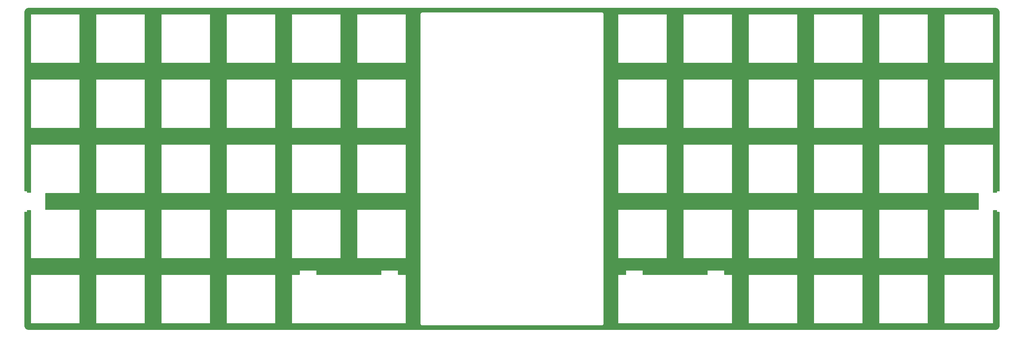
<source format=gtl>
%TF.GenerationSoftware,KiCad,Pcbnew,6.0.10-86aedd382b~118~ubuntu22.10.1*%
%TF.CreationDate,2023-02-23T17:24:00+01:00*%
%TF.ProjectId,lumberjack-full,6c756d62-6572-46a6-9163-6b2d66756c6c,rev?*%
%TF.SameCoordinates,Original*%
%TF.FileFunction,Copper,L1,Top*%
%TF.FilePolarity,Positive*%
%FSLAX46Y46*%
G04 Gerber Fmt 4.6, Leading zero omitted, Abs format (unit mm)*
G04 Created by KiCad (PCBNEW 6.0.10-86aedd382b~118~ubuntu22.10.1) date 2023-02-23 17:24:00*
%MOMM*%
%LPD*%
G01*
G04 APERTURE LIST*
G04 APERTURE END LIST*
%TA.AperFunction,NonConductor*%
G36*
X273218636Y-40276918D02*
G01*
X273233460Y-40279227D01*
X273233469Y-40279227D01*
X273242337Y-40280608D01*
X273256401Y-40278769D01*
X273282619Y-40278094D01*
X273390106Y-40286554D01*
X273438573Y-40290369D01*
X273458095Y-40293461D01*
X273633727Y-40335628D01*
X273652520Y-40341734D01*
X273819408Y-40410861D01*
X273837011Y-40419830D01*
X273991031Y-40514213D01*
X274007026Y-40525835D01*
X274144367Y-40643135D01*
X274158347Y-40657114D01*
X274275657Y-40794463D01*
X274287279Y-40810459D01*
X274381656Y-40964465D01*
X274390632Y-40982081D01*
X274459757Y-41148955D01*
X274465867Y-41167758D01*
X274508036Y-41343389D01*
X274511129Y-41362917D01*
X274522846Y-41511742D01*
X274522200Y-41528746D01*
X274522357Y-41528748D01*
X274522248Y-41537718D01*
X274520866Y-41546593D01*
X274522031Y-41555497D01*
X274524993Y-41578149D01*
X274526057Y-41594489D01*
X274526057Y-93782465D01*
X274506055Y-93850586D01*
X274452399Y-93897079D01*
X274400042Y-93908465D01*
X273780882Y-93908384D01*
X273169691Y-93908305D01*
X273101572Y-93888294D01*
X273055087Y-93834632D01*
X273043707Y-93782305D01*
X273043707Y-80375941D01*
X273043709Y-80375171D01*
X273043804Y-80359731D01*
X273044183Y-80297627D01*
X273036057Y-80269195D01*
X273032479Y-80252433D01*
X273031652Y-80246658D01*
X273028287Y-80223161D01*
X273021994Y-80209319D01*
X273017766Y-80200022D01*
X273017658Y-80199784D01*
X273011211Y-80182261D01*
X273009673Y-80176881D01*
X273004156Y-80157577D01*
X272999363Y-80149980D01*
X272988377Y-80132568D01*
X272980237Y-80117483D01*
X272967999Y-80090566D01*
X272951237Y-80071113D01*
X272940134Y-80056109D01*
X272926431Y-80034390D01*
X272919706Y-80028451D01*
X272919703Y-80028447D01*
X272904269Y-80014816D01*
X272892225Y-80002624D01*
X272878780Y-79987021D01*
X272878777Y-79987019D01*
X272872920Y-79980221D01*
X272859489Y-79971515D01*
X272851372Y-79966254D01*
X272836498Y-79954963D01*
X272823990Y-79943917D01*
X272823989Y-79943916D01*
X272817256Y-79937970D01*
X272790494Y-79925405D01*
X272775516Y-79917085D01*
X272758224Y-79905877D01*
X272758219Y-79905875D01*
X272750692Y-79900996D01*
X272742099Y-79898426D01*
X272742094Y-79898424D01*
X272726087Y-79893637D01*
X272708643Y-79886976D01*
X272693531Y-79879881D01*
X272693529Y-79879880D01*
X272685407Y-79876067D01*
X272676540Y-79874686D01*
X272676539Y-79874686D01*
X272665685Y-79872996D01*
X272656190Y-79871518D01*
X272639475Y-79867735D01*
X272619741Y-79861833D01*
X272619735Y-79861832D01*
X272611141Y-79859262D01*
X272602170Y-79859207D01*
X272602169Y-79859207D01*
X272592110Y-79859146D01*
X272576701Y-79859052D01*
X272575918Y-79859019D01*
X272574821Y-79858848D01*
X272543830Y-79858848D01*
X272543060Y-79858846D01*
X272469422Y-79858396D01*
X272469421Y-79858396D01*
X272465486Y-79858372D01*
X272464142Y-79858756D01*
X272462797Y-79858848D01*
X258494455Y-79858848D01*
X258493685Y-79858846D01*
X258492703Y-79858840D01*
X258416111Y-79858372D01*
X258402350Y-79862305D01*
X258387679Y-79866498D01*
X258370917Y-79870076D01*
X258341645Y-79874268D01*
X258333477Y-79877982D01*
X258333476Y-79877982D01*
X258318270Y-79884896D01*
X258300746Y-79891344D01*
X258276061Y-79898399D01*
X258268467Y-79903191D01*
X258268464Y-79903192D01*
X258251052Y-79914178D01*
X258235969Y-79922317D01*
X258209050Y-79934556D01*
X258202248Y-79940417D01*
X258189597Y-79951318D01*
X258174593Y-79962421D01*
X258152874Y-79976124D01*
X258146935Y-79982849D01*
X258146931Y-79982852D01*
X258133300Y-79998286D01*
X258121108Y-80010330D01*
X258105505Y-80023775D01*
X258105503Y-80023778D01*
X258098705Y-80029635D01*
X258093825Y-80037164D01*
X258093824Y-80037165D01*
X258084738Y-80051183D01*
X258073447Y-80066057D01*
X258062401Y-80078565D01*
X258056454Y-80085299D01*
X258043890Y-80112059D01*
X258035569Y-80127039D01*
X258024361Y-80144331D01*
X258024359Y-80144336D01*
X258019480Y-80151863D01*
X258016910Y-80160456D01*
X258016908Y-80160461D01*
X258012121Y-80176468D01*
X258005460Y-80193912D01*
X258002481Y-80200258D01*
X257994551Y-80217148D01*
X257993170Y-80226015D01*
X257993170Y-80226016D01*
X257990002Y-80246363D01*
X257986219Y-80263080D01*
X257980317Y-80282814D01*
X257980316Y-80282820D01*
X257977746Y-80291414D01*
X257977691Y-80300385D01*
X257977691Y-80300386D01*
X257977536Y-80325845D01*
X257977503Y-80326637D01*
X257977332Y-80327734D01*
X257977332Y-80358693D01*
X257977330Y-80359463D01*
X257976880Y-80433133D01*
X257976856Y-80437069D01*
X257977240Y-80438413D01*
X257977332Y-80439758D01*
X257977332Y-94408068D01*
X257977330Y-94408838D01*
X257977227Y-94425700D01*
X257976856Y-94486441D01*
X257979322Y-94495070D01*
X257984982Y-94514877D01*
X257988559Y-94531634D01*
X257989497Y-94538180D01*
X257992752Y-94560910D01*
X258003379Y-94584282D01*
X258009827Y-94601808D01*
X258014415Y-94617860D01*
X258016882Y-94626491D01*
X258032664Y-94651506D01*
X258040794Y-94666572D01*
X258053040Y-94693505D01*
X258058896Y-94700301D01*
X258058897Y-94700303D01*
X258069800Y-94712956D01*
X258080903Y-94727960D01*
X258094606Y-94749679D01*
X258101337Y-94755624D01*
X258101338Y-94755625D01*
X258116768Y-94769253D01*
X258128809Y-94781442D01*
X258142257Y-94797048D01*
X258142261Y-94797051D01*
X258148119Y-94803850D01*
X258169668Y-94817818D01*
X258184537Y-94829104D01*
X258203780Y-94846099D01*
X258211903Y-94849913D01*
X258211908Y-94849916D01*
X258230542Y-94858664D01*
X258245528Y-94866988D01*
X258270347Y-94883075D01*
X258294951Y-94890433D01*
X258312385Y-94897090D01*
X258335629Y-94908003D01*
X258344494Y-94909383D01*
X258344496Y-94909384D01*
X258364850Y-94912553D01*
X258381566Y-94916336D01*
X258387281Y-94918045D01*
X258409898Y-94924809D01*
X258418873Y-94924864D01*
X258418874Y-94924864D01*
X258427876Y-94924919D01*
X258444336Y-94925019D01*
X258445117Y-94925052D01*
X258446215Y-94925223D01*
X258477239Y-94925223D01*
X258478009Y-94925225D01*
X258551618Y-94925675D01*
X258551619Y-94925675D01*
X258555553Y-94925699D01*
X258556896Y-94925316D01*
X258558239Y-94925224D01*
X267852726Y-94925278D01*
X267920845Y-94945280D01*
X267967338Y-94998936D01*
X267978724Y-95051278D01*
X267978724Y-98782928D01*
X267958722Y-98851049D01*
X267905066Y-98897542D01*
X267852724Y-98908928D01*
X258494455Y-98908928D01*
X258493685Y-98908926D01*
X258492703Y-98908920D01*
X258416111Y-98908452D01*
X258402350Y-98912385D01*
X258387679Y-98916578D01*
X258370917Y-98920156D01*
X258341645Y-98924348D01*
X258333477Y-98928062D01*
X258333476Y-98928062D01*
X258318270Y-98934976D01*
X258300746Y-98941424D01*
X258276061Y-98948479D01*
X258268467Y-98953271D01*
X258268464Y-98953272D01*
X258251052Y-98964258D01*
X258235969Y-98972397D01*
X258209050Y-98984636D01*
X258202248Y-98990497D01*
X258189597Y-99001398D01*
X258174593Y-99012501D01*
X258152874Y-99026204D01*
X258146935Y-99032929D01*
X258146931Y-99032932D01*
X258133300Y-99048366D01*
X258121108Y-99060410D01*
X258105505Y-99073855D01*
X258105503Y-99073858D01*
X258098705Y-99079715D01*
X258093825Y-99087244D01*
X258093824Y-99087245D01*
X258084738Y-99101263D01*
X258073447Y-99116137D01*
X258062401Y-99128645D01*
X258056454Y-99135379D01*
X258043890Y-99162139D01*
X258035569Y-99177119D01*
X258024361Y-99194411D01*
X258024359Y-99194416D01*
X258019480Y-99201943D01*
X258016910Y-99210536D01*
X258016908Y-99210541D01*
X258012121Y-99226548D01*
X258005460Y-99243992D01*
X258002481Y-99250338D01*
X257994551Y-99267228D01*
X257993170Y-99276095D01*
X257993170Y-99276096D01*
X257990002Y-99296443D01*
X257986219Y-99313160D01*
X257980317Y-99332894D01*
X257980316Y-99332900D01*
X257977746Y-99341494D01*
X257977691Y-99350465D01*
X257977691Y-99350466D01*
X257977536Y-99375925D01*
X257977503Y-99376717D01*
X257977332Y-99377814D01*
X257977332Y-99408773D01*
X257977330Y-99409543D01*
X257977040Y-99457042D01*
X257976856Y-99487149D01*
X257977240Y-99488493D01*
X257977332Y-99489838D01*
X257977332Y-113458148D01*
X257977330Y-113458918D01*
X257977227Y-113475753D01*
X257976856Y-113536524D01*
X257979390Y-113545391D01*
X257984982Y-113564956D01*
X257988560Y-113581718D01*
X257992752Y-113610990D01*
X257996466Y-113619158D01*
X257996466Y-113619159D01*
X258003380Y-113634365D01*
X258009828Y-113651889D01*
X258016883Y-113676574D01*
X258021675Y-113684168D01*
X258021676Y-113684171D01*
X258032662Y-113701583D01*
X258040801Y-113716666D01*
X258053040Y-113743585D01*
X258058901Y-113750387D01*
X258069802Y-113763038D01*
X258080905Y-113778042D01*
X258094608Y-113799761D01*
X258101333Y-113805700D01*
X258101336Y-113805704D01*
X258116770Y-113819335D01*
X258128814Y-113831527D01*
X258142259Y-113847130D01*
X258142262Y-113847132D01*
X258148119Y-113853930D01*
X258155648Y-113858810D01*
X258155649Y-113858811D01*
X258169667Y-113867897D01*
X258184541Y-113879188D01*
X258197049Y-113890234D01*
X258203783Y-113896181D01*
X258230543Y-113908745D01*
X258245523Y-113917066D01*
X258262815Y-113928274D01*
X258262820Y-113928276D01*
X258270347Y-113933155D01*
X258278940Y-113935725D01*
X258278945Y-113935727D01*
X258294952Y-113940514D01*
X258312396Y-113947175D01*
X258327508Y-113954270D01*
X258327510Y-113954271D01*
X258335632Y-113958084D01*
X258344499Y-113959465D01*
X258344500Y-113959465D01*
X258354142Y-113960966D01*
X258364849Y-113962633D01*
X258381564Y-113966416D01*
X258401298Y-113972318D01*
X258401304Y-113972319D01*
X258409898Y-113974889D01*
X258418869Y-113974944D01*
X258418870Y-113974944D01*
X258428929Y-113975005D01*
X258444338Y-113975099D01*
X258445121Y-113975132D01*
X258446218Y-113975303D01*
X258477209Y-113975303D01*
X258477979Y-113975305D01*
X258551617Y-113975755D01*
X258551618Y-113975755D01*
X258555553Y-113975779D01*
X258556897Y-113975395D01*
X258558242Y-113975303D01*
X272526584Y-113975303D01*
X272527355Y-113975305D01*
X272604928Y-113975779D01*
X272632534Y-113967889D01*
X272633360Y-113967653D01*
X272650122Y-113964075D01*
X272650960Y-113963955D01*
X272679394Y-113959883D01*
X272691091Y-113954565D01*
X272701861Y-113949668D01*
X272702771Y-113949254D01*
X272720294Y-113942807D01*
X272744978Y-113935752D01*
X272752572Y-113930960D01*
X272752575Y-113930959D01*
X272769987Y-113919973D01*
X272785072Y-113911833D01*
X272811989Y-113899595D01*
X272831442Y-113882833D01*
X272846446Y-113871730D01*
X272868165Y-113858027D01*
X272874104Y-113851302D01*
X272874108Y-113851299D01*
X272887739Y-113835865D01*
X272899931Y-113823821D01*
X272915534Y-113810376D01*
X272915536Y-113810373D01*
X272922334Y-113804516D01*
X272930105Y-113792528D01*
X272936301Y-113782968D01*
X272947592Y-113768094D01*
X272958638Y-113755586D01*
X272958639Y-113755585D01*
X272964585Y-113748852D01*
X272977150Y-113722090D01*
X272985470Y-113707112D01*
X272996678Y-113689820D01*
X272996680Y-113689815D01*
X273001559Y-113682288D01*
X273004129Y-113673695D01*
X273004131Y-113673690D01*
X273008918Y-113657683D01*
X273015579Y-113640239D01*
X273022674Y-113625127D01*
X273022675Y-113625125D01*
X273026488Y-113617003D01*
X273031037Y-113587786D01*
X273034820Y-113571071D01*
X273040722Y-113551337D01*
X273040723Y-113551331D01*
X273043293Y-113542737D01*
X273043503Y-113508297D01*
X273043536Y-113507514D01*
X273043707Y-113506417D01*
X273043707Y-113475219D01*
X273043709Y-113474626D01*
X273043804Y-113459186D01*
X273044183Y-113397082D01*
X273043799Y-113395738D01*
X273043707Y-113394393D01*
X273043707Y-100051997D01*
X273063709Y-99983876D01*
X273117365Y-99937383D01*
X273169720Y-99925997D01*
X273783990Y-99926062D01*
X274401195Y-99926128D01*
X274469312Y-99946137D01*
X274515799Y-99999798D01*
X274527180Y-100052131D01*
X274526712Y-113871723D01*
X274526059Y-133181692D01*
X274524559Y-133201070D01*
X274523827Y-133205773D01*
X274520866Y-133224794D01*
X274522030Y-133233696D01*
X274522030Y-133233698D01*
X274522705Y-133238856D01*
X274523381Y-133265076D01*
X274511112Y-133421025D01*
X274508019Y-133440555D01*
X274465857Y-133616187D01*
X274459748Y-133634991D01*
X274390628Y-133801870D01*
X274381652Y-133819487D01*
X274287280Y-133973495D01*
X274275659Y-133989491D01*
X274158353Y-134126844D01*
X274144372Y-134140825D01*
X274007026Y-134258133D01*
X273991030Y-134269755D01*
X273837023Y-134364133D01*
X273819407Y-134373109D01*
X273652527Y-134442236D01*
X273633730Y-134448344D01*
X273479623Y-134485343D01*
X273458095Y-134490512D01*
X273438567Y-134493605D01*
X273289887Y-134505308D01*
X273272739Y-134504658D01*
X273272737Y-134504797D01*
X273263760Y-134504687D01*
X273254889Y-134503306D01*
X273245988Y-134504470D01*
X273245984Y-134504470D01*
X273223330Y-134507433D01*
X273206992Y-134508497D01*
X-8880501Y-134508497D01*
X-8899886Y-134506997D01*
X-8914719Y-134504687D01*
X-8914723Y-134504687D01*
X-8923592Y-134503306D01*
X-8937657Y-134505145D01*
X-8963872Y-134505821D01*
X-9119820Y-134493548D01*
X-9139347Y-134490455D01*
X-9314983Y-134448288D01*
X-9333777Y-134442182D01*
X-9500656Y-134373058D01*
X-9518267Y-134364084D01*
X-9672277Y-134269706D01*
X-9688265Y-134258091D01*
X-9825616Y-134140782D01*
X-9839594Y-134126804D01*
X-9908467Y-134046164D01*
X-9956901Y-133989455D01*
X-9968516Y-133973467D01*
X-10062894Y-133819457D01*
X-10071868Y-133801846D01*
X-10140992Y-133634967D01*
X-10147100Y-133616168D01*
X-10189265Y-133440537D01*
X-10192358Y-133421008D01*
X-10204079Y-133272071D01*
X-10203438Y-133255183D01*
X-10203607Y-133255181D01*
X-10203497Y-133246205D01*
X-10202116Y-133237334D01*
X-10203755Y-133224794D01*
X-10206243Y-133205773D01*
X-10207307Y-133189436D01*
X-10207308Y-132586516D01*
X-8724559Y-132586516D01*
X-8722025Y-132595382D01*
X-8716433Y-132614948D01*
X-8712855Y-132631710D01*
X-8708663Y-132660982D01*
X-8704949Y-132669150D01*
X-8704949Y-132669151D01*
X-8704838Y-132669395D01*
X-8698115Y-132684180D01*
X-8698035Y-132684357D01*
X-8691587Y-132701881D01*
X-8684532Y-132726566D01*
X-8679740Y-132734160D01*
X-8679739Y-132734163D01*
X-8668753Y-132751575D01*
X-8660614Y-132766658D01*
X-8648375Y-132793577D01*
X-8642514Y-132800379D01*
X-8631613Y-132813030D01*
X-8620510Y-132828034D01*
X-8606807Y-132849753D01*
X-8600082Y-132855692D01*
X-8600079Y-132855696D01*
X-8584645Y-132869327D01*
X-8572601Y-132881519D01*
X-8559156Y-132897122D01*
X-8559153Y-132897124D01*
X-8553296Y-132903922D01*
X-8545767Y-132908802D01*
X-8545766Y-132908803D01*
X-8531748Y-132917889D01*
X-8516874Y-132929180D01*
X-8504433Y-132940167D01*
X-8497632Y-132946173D01*
X-8470998Y-132958678D01*
X-8470872Y-132958737D01*
X-8455892Y-132967058D01*
X-8438600Y-132978266D01*
X-8438595Y-132978268D01*
X-8431068Y-132983147D01*
X-8422475Y-132985717D01*
X-8422470Y-132985719D01*
X-8406463Y-132990506D01*
X-8389019Y-132997167D01*
X-8373907Y-133004262D01*
X-8373905Y-133004263D01*
X-8365783Y-133008076D01*
X-8356916Y-133009457D01*
X-8356915Y-133009457D01*
X-8347273Y-133010958D01*
X-8336566Y-133012625D01*
X-8319851Y-133016408D01*
X-8300117Y-133022310D01*
X-8300111Y-133022311D01*
X-8291517Y-133024881D01*
X-8282546Y-133024936D01*
X-8282545Y-133024936D01*
X-8272486Y-133024997D01*
X-8257077Y-133025091D01*
X-8256294Y-133025124D01*
X-8255197Y-133025295D01*
X-8224206Y-133025295D01*
X-8223436Y-133025297D01*
X-8149798Y-133025747D01*
X-8149797Y-133025747D01*
X-8145862Y-133025771D01*
X-8144518Y-133025387D01*
X-8143173Y-133025295D01*
X5825169Y-133025295D01*
X5825940Y-133025297D01*
X5903513Y-133025771D01*
X5930913Y-133017940D01*
X5931945Y-133017645D01*
X5948707Y-133014067D01*
X5950781Y-133013770D01*
X5977979Y-133009875D01*
X5986278Y-133006102D01*
X6000965Y-132999424D01*
X6001356Y-132999246D01*
X6018879Y-132992799D01*
X6043563Y-132985744D01*
X6051157Y-132980952D01*
X6051160Y-132980951D01*
X6068572Y-132969965D01*
X6083657Y-132961825D01*
X6083917Y-132961707D01*
X6110574Y-132949587D01*
X6130027Y-132932825D01*
X6145031Y-132921722D01*
X6166750Y-132908019D01*
X6172689Y-132901294D01*
X6172693Y-132901291D01*
X6186324Y-132885857D01*
X6198516Y-132873813D01*
X6214119Y-132860368D01*
X6214121Y-132860365D01*
X6220919Y-132854508D01*
X6226827Y-132845394D01*
X6234886Y-132832960D01*
X6246177Y-132818086D01*
X6257223Y-132805578D01*
X6257224Y-132805577D01*
X6263170Y-132798844D01*
X6275735Y-132772082D01*
X6284055Y-132757104D01*
X6295263Y-132739812D01*
X6295265Y-132739807D01*
X6300144Y-132732280D01*
X6302714Y-132723687D01*
X6302716Y-132723682D01*
X6307503Y-132707675D01*
X6314164Y-132690231D01*
X6321259Y-132675119D01*
X6321260Y-132675117D01*
X6325073Y-132666995D01*
X6326482Y-132657950D01*
X6329576Y-132638078D01*
X6329622Y-132637778D01*
X6333405Y-132621063D01*
X6339307Y-132601329D01*
X6339308Y-132601323D01*
X6341878Y-132592729D01*
X6341916Y-132586575D01*
X10325580Y-132586575D01*
X10328047Y-132595206D01*
X10333706Y-132615007D01*
X10337284Y-132631769D01*
X10341476Y-132661041D01*
X10352024Y-132684239D01*
X10352104Y-132684416D01*
X10358552Y-132701940D01*
X10365607Y-132726625D01*
X10370399Y-132734219D01*
X10370400Y-132734222D01*
X10381386Y-132751634D01*
X10389525Y-132766717D01*
X10401764Y-132793636D01*
X10407625Y-132800438D01*
X10418526Y-132813089D01*
X10429629Y-132828093D01*
X10443332Y-132849812D01*
X10450057Y-132855751D01*
X10450060Y-132855755D01*
X10465494Y-132869386D01*
X10477538Y-132881578D01*
X10490983Y-132897181D01*
X10490986Y-132897183D01*
X10496843Y-132903981D01*
X10504372Y-132908861D01*
X10504373Y-132908862D01*
X10518391Y-132917948D01*
X10533265Y-132929239D01*
X10545706Y-132940226D01*
X10552507Y-132946232D01*
X10579141Y-132958737D01*
X10579267Y-132958796D01*
X10594247Y-132967117D01*
X10611539Y-132978325D01*
X10611544Y-132978327D01*
X10619071Y-132983206D01*
X10627664Y-132985776D01*
X10627669Y-132985778D01*
X10643676Y-132990565D01*
X10661120Y-132997226D01*
X10676232Y-133004321D01*
X10676234Y-133004322D01*
X10684356Y-133008135D01*
X10693223Y-133009516D01*
X10693224Y-133009516D01*
X10702563Y-133010970D01*
X10713573Y-133012684D01*
X10730288Y-133016467D01*
X10750022Y-133022369D01*
X10750028Y-133022370D01*
X10758622Y-133024940D01*
X10767593Y-133024995D01*
X10767594Y-133024995D01*
X10777653Y-133025056D01*
X10793062Y-133025150D01*
X10793845Y-133025183D01*
X10794942Y-133025354D01*
X10825933Y-133025354D01*
X10826703Y-133025356D01*
X10900341Y-133025806D01*
X10900342Y-133025806D01*
X10904277Y-133025830D01*
X10905621Y-133025446D01*
X10906966Y-133025354D01*
X24875308Y-133025354D01*
X24876079Y-133025356D01*
X24953652Y-133025830D01*
X24981671Y-133017822D01*
X24982084Y-133017704D01*
X24998846Y-133014126D01*
X25001332Y-133013770D01*
X25028118Y-133009934D01*
X25036294Y-133006217D01*
X25050974Y-132999542D01*
X25051495Y-132999305D01*
X25069018Y-132992858D01*
X25093702Y-132985803D01*
X25101296Y-132981011D01*
X25101299Y-132981010D01*
X25118711Y-132970024D01*
X25133796Y-132961884D01*
X25134056Y-132961766D01*
X25160713Y-132949646D01*
X25180166Y-132932884D01*
X25195170Y-132921781D01*
X25216889Y-132908078D01*
X25222828Y-132901353D01*
X25222832Y-132901350D01*
X25236463Y-132885916D01*
X25248655Y-132873872D01*
X25264258Y-132860427D01*
X25264260Y-132860424D01*
X25271058Y-132854567D01*
X25279024Y-132842278D01*
X25285025Y-132833019D01*
X25296316Y-132818145D01*
X25307362Y-132805637D01*
X25307365Y-132805633D01*
X25313309Y-132798903D01*
X25325875Y-132772140D01*
X25334194Y-132757163D01*
X25345402Y-132739871D01*
X25345404Y-132739866D01*
X25350283Y-132732339D01*
X25352853Y-132723746D01*
X25352855Y-132723741D01*
X25357642Y-132707734D01*
X25364303Y-132690290D01*
X25371398Y-132675178D01*
X25371399Y-132675176D01*
X25375212Y-132667054D01*
X25376621Y-132658009D01*
X25378800Y-132644014D01*
X25379761Y-132637837D01*
X25383544Y-132621122D01*
X25389446Y-132601388D01*
X25389447Y-132601382D01*
X25392017Y-132592788D01*
X25392055Y-132586634D01*
X29375719Y-132586634D01*
X29382110Y-132608995D01*
X29383845Y-132615066D01*
X29387423Y-132631828D01*
X29391615Y-132661100D01*
X29395329Y-132669268D01*
X29395329Y-132669269D01*
X29397935Y-132675001D01*
X29402243Y-132684474D01*
X29402243Y-132684475D01*
X29408691Y-132701999D01*
X29415746Y-132726684D01*
X29420538Y-132734278D01*
X29420539Y-132734281D01*
X29431525Y-132751693D01*
X29439664Y-132766776D01*
X29451903Y-132793695D01*
X29457764Y-132800497D01*
X29468665Y-132813148D01*
X29479768Y-132828152D01*
X29493471Y-132849871D01*
X29500196Y-132855810D01*
X29500199Y-132855814D01*
X29515633Y-132869445D01*
X29527677Y-132881637D01*
X29541122Y-132897240D01*
X29541125Y-132897242D01*
X29546982Y-132904040D01*
X29554511Y-132908920D01*
X29554512Y-132908921D01*
X29568530Y-132918007D01*
X29583404Y-132929298D01*
X29595845Y-132940285D01*
X29602646Y-132946291D01*
X29629280Y-132958796D01*
X29629406Y-132958855D01*
X29644386Y-132967176D01*
X29661678Y-132978384D01*
X29661683Y-132978386D01*
X29669210Y-132983265D01*
X29677803Y-132985835D01*
X29677808Y-132985837D01*
X29693815Y-132990624D01*
X29711259Y-132997285D01*
X29726371Y-133004380D01*
X29726373Y-133004381D01*
X29734495Y-133008194D01*
X29743362Y-133009575D01*
X29743363Y-133009575D01*
X29752323Y-133010970D01*
X29763712Y-133012743D01*
X29780427Y-133016526D01*
X29800161Y-133022428D01*
X29800167Y-133022429D01*
X29808761Y-133024999D01*
X29817732Y-133025054D01*
X29817733Y-133025054D01*
X29827792Y-133025115D01*
X29843201Y-133025209D01*
X29843984Y-133025242D01*
X29845081Y-133025413D01*
X29876072Y-133025413D01*
X29876842Y-133025415D01*
X29950480Y-133025865D01*
X29950481Y-133025865D01*
X29954416Y-133025889D01*
X29955760Y-133025505D01*
X29957105Y-133025413D01*
X43925447Y-133025413D01*
X43926218Y-133025415D01*
X44003791Y-133025889D01*
X44026152Y-133019498D01*
X44032223Y-133017763D01*
X44048985Y-133014185D01*
X44051471Y-133013829D01*
X44078257Y-133009993D01*
X44086556Y-133006220D01*
X44101243Y-132999542D01*
X44101634Y-132999364D01*
X44119157Y-132992917D01*
X44143841Y-132985862D01*
X44151435Y-132981070D01*
X44151438Y-132981069D01*
X44168850Y-132970083D01*
X44183935Y-132961943D01*
X44210852Y-132949705D01*
X44230305Y-132932943D01*
X44245309Y-132921840D01*
X44267028Y-132908137D01*
X44272967Y-132901412D01*
X44272971Y-132901409D01*
X44286602Y-132885975D01*
X44298794Y-132873931D01*
X44314397Y-132860486D01*
X44314399Y-132860483D01*
X44321197Y-132854626D01*
X44335164Y-132833078D01*
X44346455Y-132818204D01*
X44357501Y-132805696D01*
X44357502Y-132805695D01*
X44363448Y-132798962D01*
X44376013Y-132772200D01*
X44384333Y-132757222D01*
X44395541Y-132739930D01*
X44395543Y-132739925D01*
X44400422Y-132732398D01*
X44402992Y-132723805D01*
X44402994Y-132723800D01*
X44407781Y-132707793D01*
X44414442Y-132690349D01*
X44421537Y-132675237D01*
X44421538Y-132675235D01*
X44425351Y-132667113D01*
X44426760Y-132658068D01*
X44429900Y-132637898D01*
X44433683Y-132621181D01*
X44439585Y-132601447D01*
X44439586Y-132601441D01*
X44442156Y-132592847D01*
X44442194Y-132586693D01*
X48425858Y-132586693D01*
X48430007Y-132601211D01*
X48433984Y-132615125D01*
X48437562Y-132631887D01*
X48441754Y-132661159D01*
X48445468Y-132669327D01*
X48445468Y-132669328D01*
X48448074Y-132675060D01*
X48452302Y-132684357D01*
X48452382Y-132684534D01*
X48458830Y-132702058D01*
X48465885Y-132726743D01*
X48470677Y-132734337D01*
X48470678Y-132734340D01*
X48481664Y-132751752D01*
X48489803Y-132766835D01*
X48502042Y-132793754D01*
X48507903Y-132800556D01*
X48518804Y-132813207D01*
X48529907Y-132828211D01*
X48543610Y-132849930D01*
X48550335Y-132855869D01*
X48550338Y-132855873D01*
X48565772Y-132869504D01*
X48577816Y-132881696D01*
X48591261Y-132897299D01*
X48591264Y-132897301D01*
X48597121Y-132904099D01*
X48604650Y-132908979D01*
X48604651Y-132908980D01*
X48618669Y-132918066D01*
X48633543Y-132929357D01*
X48646051Y-132940403D01*
X48652785Y-132946350D01*
X48679419Y-132958855D01*
X48679545Y-132958914D01*
X48694525Y-132967235D01*
X48711817Y-132978443D01*
X48711822Y-132978445D01*
X48719349Y-132983324D01*
X48727942Y-132985894D01*
X48727947Y-132985896D01*
X48743954Y-132990683D01*
X48761398Y-132997344D01*
X48776510Y-133004439D01*
X48776512Y-133004440D01*
X48784634Y-133008253D01*
X48793501Y-133009634D01*
X48793502Y-133009634D01*
X48795808Y-133009993D01*
X48813851Y-133012802D01*
X48830566Y-133016585D01*
X48850300Y-133022487D01*
X48850306Y-133022488D01*
X48858900Y-133025058D01*
X48867871Y-133025113D01*
X48867872Y-133025113D01*
X48877931Y-133025174D01*
X48893340Y-133025268D01*
X48894123Y-133025301D01*
X48895220Y-133025472D01*
X48926211Y-133025472D01*
X48926981Y-133025474D01*
X49000619Y-133025924D01*
X49000620Y-133025924D01*
X49004555Y-133025948D01*
X49005899Y-133025564D01*
X49007244Y-133025472D01*
X62975586Y-133025472D01*
X62976357Y-133025474D01*
X63053930Y-133025948D01*
X63082361Y-133017822D01*
X63099124Y-133014244D01*
X63101610Y-133013888D01*
X63128396Y-133010052D01*
X63136695Y-133006279D01*
X63145303Y-133002365D01*
X63151773Y-132999423D01*
X63169296Y-132992976D01*
X63193980Y-132985921D01*
X63201574Y-132981129D01*
X63201577Y-132981128D01*
X63218989Y-132970142D01*
X63234074Y-132962002D01*
X63234334Y-132961884D01*
X63260991Y-132949764D01*
X63280444Y-132933002D01*
X63295448Y-132921899D01*
X63317167Y-132908196D01*
X63323106Y-132901471D01*
X63323110Y-132901468D01*
X63336741Y-132886034D01*
X63348933Y-132873990D01*
X63364536Y-132860545D01*
X63364538Y-132860542D01*
X63371336Y-132854685D01*
X63376297Y-132847032D01*
X63385303Y-132833137D01*
X63396594Y-132818263D01*
X63407640Y-132805755D01*
X63407641Y-132805754D01*
X63413587Y-132799021D01*
X63426152Y-132772259D01*
X63434472Y-132757281D01*
X63445680Y-132739989D01*
X63445682Y-132739984D01*
X63450561Y-132732457D01*
X63453131Y-132723864D01*
X63453133Y-132723859D01*
X63457920Y-132707852D01*
X63464581Y-132690408D01*
X63471676Y-132675296D01*
X63471677Y-132675294D01*
X63475490Y-132667172D01*
X63476899Y-132658127D01*
X63480039Y-132637957D01*
X63483822Y-132621240D01*
X63489724Y-132601506D01*
X63489725Y-132601500D01*
X63492295Y-132592906D01*
X63492389Y-132577600D01*
X63492435Y-132570054D01*
X63492505Y-132558466D01*
X63492538Y-132557683D01*
X63492709Y-132556586D01*
X63492709Y-132525418D01*
X63492711Y-132524798D01*
X63492807Y-132509177D01*
X63493185Y-132447251D01*
X63492801Y-132445907D01*
X63492709Y-132444562D01*
X63492709Y-118537370D01*
X67475996Y-118537370D01*
X67476381Y-118538717D01*
X67476473Y-118540065D01*
X67476473Y-132508407D01*
X67476471Y-132509119D01*
X67475997Y-132586751D01*
X67480182Y-132601392D01*
X67484121Y-132615175D01*
X67487701Y-132631943D01*
X67490562Y-132651920D01*
X67491893Y-132661218D01*
X67495608Y-132669390D01*
X67495610Y-132669395D01*
X67502521Y-132684594D01*
X67508970Y-132702121D01*
X67510574Y-132707734D01*
X67516024Y-132726801D01*
X67531693Y-132751634D01*
X67531800Y-132751804D01*
X67539939Y-132766888D01*
X67552181Y-132793813D01*
X67568790Y-132813089D01*
X67568942Y-132813265D01*
X67580045Y-132828269D01*
X67593748Y-132849988D01*
X67600476Y-132855929D01*
X67600476Y-132855930D01*
X67615911Y-132869562D01*
X67627956Y-132881755D01*
X67641401Y-132897359D01*
X67641404Y-132897362D01*
X67647260Y-132904158D01*
X67654791Y-132909039D01*
X67654795Y-132909043D01*
X67668809Y-132918127D01*
X67683679Y-132929413D01*
X67695856Y-132940167D01*
X67702923Y-132946408D01*
X67729693Y-132958977D01*
X67744668Y-132967296D01*
X67761774Y-132978383D01*
X67769488Y-132983383D01*
X67794092Y-132990741D01*
X67811537Y-132997403D01*
X67826647Y-133004498D01*
X67826652Y-133004499D01*
X67834772Y-133008312D01*
X67861714Y-133012507D01*
X67863994Y-133012862D01*
X67880709Y-133016645D01*
X67900434Y-133022544D01*
X67900437Y-133022544D01*
X67909039Y-133025117D01*
X67918014Y-133025172D01*
X67918015Y-133025172D01*
X67927236Y-133025228D01*
X67943478Y-133025327D01*
X67944261Y-133025360D01*
X67945358Y-133025531D01*
X67976359Y-133025531D01*
X67977129Y-133025533D01*
X68050758Y-133025983D01*
X68050759Y-133025983D01*
X68054694Y-133026007D01*
X68056038Y-133025623D01*
X68057383Y-133025531D01*
X91104985Y-133025572D01*
X101075851Y-133025590D01*
X101076622Y-133025592D01*
X101154208Y-133026066D01*
X101182651Y-133017937D01*
X101199387Y-133014364D01*
X101228673Y-133010170D01*
X101252050Y-132999541D01*
X101269569Y-132993095D01*
X101294258Y-132986039D01*
X101319270Y-132970258D01*
X101334348Y-132962122D01*
X101334872Y-132961884D01*
X101361268Y-132949882D01*
X101368066Y-132944025D01*
X101368070Y-132944022D01*
X101380718Y-132933124D01*
X101395728Y-132922017D01*
X101409851Y-132913106D01*
X101409854Y-132913104D01*
X101417445Y-132908314D01*
X101437021Y-132886148D01*
X101449209Y-132874108D01*
X101471613Y-132854804D01*
X101485580Y-132833256D01*
X101496871Y-132818381D01*
X101501389Y-132813265D01*
X101513865Y-132799139D01*
X101517679Y-132791015D01*
X101517681Y-132791012D01*
X101526427Y-132772382D01*
X101534752Y-132757394D01*
X101545959Y-132740105D01*
X101545960Y-132740103D01*
X101550839Y-132732576D01*
X101553446Y-132723859D01*
X101558199Y-132707968D01*
X101559201Y-132705344D01*
X105456649Y-132705344D01*
X105459115Y-132713974D01*
X105459116Y-132713978D01*
X105464773Y-132733771D01*
X105468351Y-132750532D01*
X105471271Y-132770920D01*
X105471272Y-132770924D01*
X105472545Y-132779812D01*
X105483173Y-132803186D01*
X105489621Y-132820712D01*
X105496675Y-132845394D01*
X105503250Y-132855815D01*
X105512455Y-132870404D01*
X105520593Y-132885487D01*
X105529056Y-132904099D01*
X105532833Y-132912407D01*
X105538691Y-132919205D01*
X105538692Y-132919207D01*
X105549593Y-132931858D01*
X105560701Y-132946870D01*
X105568339Y-132958975D01*
X105574400Y-132968581D01*
X105581129Y-132974524D01*
X105596566Y-132988158D01*
X105608605Y-133000345D01*
X105627912Y-133022752D01*
X105649461Y-133036720D01*
X105664329Y-133048006D01*
X105683574Y-133065002D01*
X105691698Y-133068816D01*
X105691704Y-133068820D01*
X105710340Y-133077569D01*
X105725324Y-133085891D01*
X105750140Y-133101977D01*
X105758740Y-133104549D01*
X105774746Y-133109336D01*
X105792186Y-133115995D01*
X105815423Y-133126905D01*
X105824290Y-133128286D01*
X105824294Y-133128287D01*
X105844648Y-133131457D01*
X105861354Y-133135237D01*
X105889691Y-133143711D01*
X105898668Y-133143766D01*
X105898669Y-133143766D01*
X105907409Y-133143819D01*
X105924129Y-133143921D01*
X105924912Y-133143954D01*
X105926009Y-133144125D01*
X105957022Y-133144125D01*
X105957792Y-133144127D01*
X106031410Y-133144577D01*
X106031411Y-133144577D01*
X106035346Y-133144601D01*
X106036689Y-133144217D01*
X106038033Y-133144125D01*
X142538892Y-133144269D01*
X158345138Y-133144332D01*
X158345909Y-133144334D01*
X158423511Y-133144808D01*
X158451941Y-133136683D01*
X158468689Y-133133107D01*
X158497975Y-133128913D01*
X158506146Y-133125198D01*
X158506152Y-133125196D01*
X158521355Y-133118283D01*
X158538882Y-133111834D01*
X158563561Y-133104781D01*
X158588565Y-133089005D01*
X158603646Y-133080867D01*
X158622398Y-133072341D01*
X158622400Y-133072340D01*
X158630570Y-133068625D01*
X158641673Y-133059058D01*
X158650022Y-133051865D01*
X158665028Y-133040761D01*
X158679154Y-133031848D01*
X158679157Y-133031846D01*
X158686748Y-133027056D01*
X158694903Y-133017822D01*
X158706322Y-133004893D01*
X158718516Y-132992847D01*
X158721098Y-132990622D01*
X158740916Y-132973547D01*
X158748110Y-132962448D01*
X158754887Y-132951994D01*
X158766173Y-132937125D01*
X158777227Y-132924608D01*
X158783168Y-132917881D01*
X158795732Y-132891121D01*
X158804052Y-132876143D01*
X158815260Y-132858851D01*
X158815262Y-132858846D01*
X158820141Y-132851319D01*
X158822826Y-132842343D01*
X158827500Y-132826713D01*
X158834157Y-132809278D01*
X158845071Y-132786032D01*
X158849619Y-132756819D01*
X158853402Y-132740102D01*
X158853436Y-132739989D01*
X158861876Y-132711768D01*
X158861937Y-132701882D01*
X158862007Y-132690290D01*
X158862086Y-132677326D01*
X158862119Y-132676543D01*
X158862290Y-132675446D01*
X158862290Y-132644457D01*
X158862292Y-132643687D01*
X158862641Y-132586635D01*
X162726397Y-132586635D01*
X162734523Y-132615066D01*
X162738099Y-132631814D01*
X162742293Y-132661100D01*
X162752895Y-132684416D01*
X162752921Y-132684474D01*
X162759368Y-132701996D01*
X162766424Y-132726685D01*
X162782204Y-132751693D01*
X162790340Y-132766772D01*
X162802581Y-132793695D01*
X162808442Y-132800497D01*
X162819341Y-132813146D01*
X162830449Y-132828158D01*
X162839358Y-132842278D01*
X162839360Y-132842281D01*
X162844150Y-132849872D01*
X162850878Y-132855814D01*
X162850879Y-132855815D01*
X162866312Y-132869445D01*
X162878357Y-132881638D01*
X162886530Y-132891123D01*
X162897660Y-132904040D01*
X162905194Y-132908923D01*
X162919205Y-132918005D01*
X162934077Y-132929294D01*
X162946523Y-132940285D01*
X162953325Y-132946292D01*
X162961449Y-132950106D01*
X162961454Y-132950109D01*
X162980086Y-132958856D01*
X162995074Y-132967181D01*
X163019888Y-132983265D01*
X163044501Y-132990626D01*
X163061930Y-132997281D01*
X163085174Y-133008194D01*
X163094042Y-133009575D01*
X163094043Y-133009575D01*
X163103004Y-133010970D01*
X163114388Y-133012742D01*
X163131108Y-133016526D01*
X163135836Y-133017940D01*
X163159439Y-133024999D01*
X163168414Y-133025054D01*
X163168415Y-133025054D01*
X163177738Y-133025111D01*
X163193880Y-133025209D01*
X163194663Y-133025242D01*
X163195760Y-133025413D01*
X163226741Y-133025413D01*
X163227511Y-133025415D01*
X163301153Y-133025865D01*
X163301154Y-133025865D01*
X163305094Y-133025889D01*
X163306439Y-133025505D01*
X163307785Y-133025413D01*
X186362428Y-133025372D01*
X196326277Y-133025354D01*
X196327047Y-133025356D01*
X196404608Y-133025830D01*
X196432626Y-133017822D01*
X196433032Y-133017706D01*
X196449797Y-133014127D01*
X196461107Y-133012507D01*
X196470187Y-133011207D01*
X196470189Y-133011207D01*
X196479075Y-133009934D01*
X196487247Y-133006219D01*
X196487252Y-133006217D01*
X196502451Y-132999306D01*
X196519978Y-132992857D01*
X196536027Y-132988270D01*
X196536028Y-132988270D01*
X196544658Y-132985803D01*
X196569294Y-132970259D01*
X196569665Y-132970025D01*
X196584748Y-132961887D01*
X196603496Y-132953363D01*
X196603499Y-132953361D01*
X196611670Y-132949646D01*
X196630987Y-132933002D01*
X196631124Y-132932884D01*
X196646132Y-132921779D01*
X196660249Y-132912871D01*
X196660250Y-132912870D01*
X196667845Y-132908078D01*
X196687420Y-132885913D01*
X196699609Y-132873872D01*
X196722015Y-132854566D01*
X196733556Y-132836761D01*
X196735980Y-132833021D01*
X196747268Y-132818149D01*
X196758113Y-132805869D01*
X196764265Y-132798903D01*
X196768109Y-132790717D01*
X196773228Y-132779812D01*
X196776834Y-132772133D01*
X196785149Y-132757163D01*
X196796318Y-132739930D01*
X196796358Y-132739869D01*
X196796359Y-132739868D01*
X196801239Y-132732338D01*
X196804819Y-132720367D01*
X196808597Y-132707735D01*
X196815254Y-132690300D01*
X196826168Y-132667054D01*
X196827577Y-132658009D01*
X196830718Y-132637832D01*
X196834501Y-132621117D01*
X196840400Y-132601392D01*
X196840401Y-132601388D01*
X196842973Y-132592787D01*
X196843012Y-132586516D01*
X200826675Y-132586516D01*
X200829209Y-132595382D01*
X200834801Y-132614948D01*
X200838379Y-132631710D01*
X200842571Y-132660982D01*
X200846285Y-132669150D01*
X200846285Y-132669151D01*
X200846396Y-132669395D01*
X200853119Y-132684180D01*
X200853199Y-132684357D01*
X200859647Y-132701881D01*
X200866702Y-132726566D01*
X200871494Y-132734160D01*
X200871495Y-132734163D01*
X200882481Y-132751575D01*
X200890620Y-132766658D01*
X200902859Y-132793577D01*
X200908720Y-132800379D01*
X200919621Y-132813030D01*
X200930724Y-132828034D01*
X200944427Y-132849753D01*
X200951152Y-132855692D01*
X200951155Y-132855696D01*
X200966589Y-132869327D01*
X200978633Y-132881519D01*
X200992078Y-132897122D01*
X200992081Y-132897124D01*
X200997938Y-132903922D01*
X201005467Y-132908802D01*
X201005468Y-132908803D01*
X201019486Y-132917889D01*
X201034360Y-132929180D01*
X201046801Y-132940167D01*
X201053602Y-132946173D01*
X201080236Y-132958678D01*
X201080362Y-132958737D01*
X201095342Y-132967058D01*
X201112634Y-132978266D01*
X201112639Y-132978268D01*
X201120166Y-132983147D01*
X201128759Y-132985717D01*
X201128764Y-132985719D01*
X201144771Y-132990506D01*
X201162215Y-132997167D01*
X201177327Y-133004262D01*
X201177329Y-133004263D01*
X201185451Y-133008076D01*
X201194318Y-133009457D01*
X201194319Y-133009457D01*
X201203961Y-133010958D01*
X201214668Y-133012625D01*
X201231383Y-133016408D01*
X201251117Y-133022310D01*
X201251123Y-133022311D01*
X201259717Y-133024881D01*
X201268688Y-133024936D01*
X201268689Y-133024936D01*
X201278748Y-133024997D01*
X201294157Y-133025091D01*
X201294940Y-133025124D01*
X201296037Y-133025295D01*
X201327028Y-133025295D01*
X201327798Y-133025297D01*
X201401436Y-133025747D01*
X201401437Y-133025747D01*
X201405372Y-133025771D01*
X201406716Y-133025387D01*
X201408061Y-133025295D01*
X215376403Y-133025295D01*
X215377174Y-133025297D01*
X215454747Y-133025771D01*
X215482147Y-133017940D01*
X215483179Y-133017645D01*
X215499941Y-133014067D01*
X215502015Y-133013770D01*
X215529213Y-133009875D01*
X215537512Y-133006102D01*
X215552199Y-132999424D01*
X215552590Y-132999246D01*
X215570113Y-132992799D01*
X215594797Y-132985744D01*
X215602391Y-132980952D01*
X215602394Y-132980951D01*
X215619806Y-132969965D01*
X215634891Y-132961825D01*
X215635151Y-132961707D01*
X215661808Y-132949587D01*
X215681261Y-132932825D01*
X215696265Y-132921722D01*
X215717984Y-132908019D01*
X215723923Y-132901294D01*
X215723927Y-132901291D01*
X215737558Y-132885857D01*
X215749750Y-132873813D01*
X215765353Y-132860368D01*
X215765355Y-132860365D01*
X215772153Y-132854508D01*
X215778061Y-132845394D01*
X215786120Y-132832960D01*
X215797411Y-132818086D01*
X215808457Y-132805578D01*
X215808458Y-132805577D01*
X215814404Y-132798844D01*
X215826969Y-132772082D01*
X215835289Y-132757104D01*
X215846497Y-132739812D01*
X215846499Y-132739807D01*
X215851378Y-132732280D01*
X215853948Y-132723687D01*
X215853950Y-132723682D01*
X215858737Y-132707675D01*
X215865398Y-132690231D01*
X215872493Y-132675119D01*
X215872494Y-132675117D01*
X215876307Y-132666995D01*
X215877716Y-132657950D01*
X215880810Y-132638078D01*
X215880856Y-132637778D01*
X215884639Y-132621063D01*
X215890541Y-132601329D01*
X215890542Y-132601323D01*
X215893112Y-132592729D01*
X215893151Y-132586457D01*
X219876814Y-132586457D01*
X219879348Y-132595324D01*
X219884940Y-132614889D01*
X219888518Y-132631651D01*
X219892710Y-132660923D01*
X219896424Y-132669091D01*
X219896424Y-132669092D01*
X219903338Y-132684298D01*
X219909786Y-132701822D01*
X219916841Y-132726507D01*
X219921633Y-132734101D01*
X219921634Y-132734104D01*
X219932620Y-132751516D01*
X219940759Y-132766599D01*
X219952998Y-132793518D01*
X219958859Y-132800320D01*
X219969760Y-132812971D01*
X219980863Y-132827975D01*
X219994566Y-132849694D01*
X220001291Y-132855633D01*
X220001294Y-132855637D01*
X220016728Y-132869268D01*
X220028772Y-132881460D01*
X220042217Y-132897063D01*
X220042220Y-132897065D01*
X220048077Y-132903863D01*
X220055606Y-132908743D01*
X220055607Y-132908744D01*
X220069625Y-132917830D01*
X220084499Y-132929121D01*
X220096940Y-132940108D01*
X220103741Y-132946114D01*
X220130375Y-132958619D01*
X220130501Y-132958678D01*
X220145481Y-132966999D01*
X220162773Y-132978207D01*
X220162778Y-132978209D01*
X220170305Y-132983088D01*
X220178898Y-132985658D01*
X220178903Y-132985660D01*
X220194910Y-132990447D01*
X220212354Y-132997108D01*
X220227466Y-133004203D01*
X220227468Y-133004204D01*
X220235590Y-133008017D01*
X220244457Y-133009398D01*
X220244458Y-133009398D01*
X220254100Y-133010899D01*
X220264807Y-133012566D01*
X220281522Y-133016349D01*
X220301256Y-133022251D01*
X220301262Y-133022252D01*
X220309856Y-133024822D01*
X220318827Y-133024877D01*
X220318828Y-133024877D01*
X220328887Y-133024938D01*
X220344296Y-133025032D01*
X220345079Y-133025065D01*
X220346176Y-133025236D01*
X220377167Y-133025236D01*
X220377937Y-133025238D01*
X220451575Y-133025688D01*
X220451576Y-133025688D01*
X220455511Y-133025712D01*
X220456855Y-133025328D01*
X220458200Y-133025236D01*
X234426542Y-133025236D01*
X234427313Y-133025238D01*
X234504886Y-133025712D01*
X234532492Y-133017822D01*
X234533318Y-133017586D01*
X234550080Y-133014008D01*
X234551742Y-133013770D01*
X234579352Y-133009816D01*
X234587651Y-133006043D01*
X234596259Y-133002129D01*
X234602729Y-132999187D01*
X234620252Y-132992740D01*
X234644936Y-132985685D01*
X234652530Y-132980893D01*
X234652533Y-132980892D01*
X234669945Y-132969906D01*
X234685030Y-132961766D01*
X234685290Y-132961648D01*
X234711947Y-132949528D01*
X234731400Y-132932766D01*
X234746404Y-132921663D01*
X234768123Y-132907960D01*
X234774062Y-132901235D01*
X234774066Y-132901232D01*
X234787697Y-132885798D01*
X234799889Y-132873754D01*
X234815492Y-132860309D01*
X234815494Y-132860306D01*
X234822292Y-132854449D01*
X234836183Y-132833019D01*
X234836259Y-132832901D01*
X234847550Y-132818027D01*
X234858596Y-132805519D01*
X234858597Y-132805518D01*
X234864543Y-132798785D01*
X234877108Y-132772023D01*
X234885428Y-132757045D01*
X234896636Y-132739753D01*
X234896638Y-132739748D01*
X234901517Y-132732221D01*
X234904087Y-132723628D01*
X234904089Y-132723623D01*
X234908876Y-132707616D01*
X234915537Y-132690172D01*
X234922632Y-132675060D01*
X234922633Y-132675058D01*
X234926446Y-132666936D01*
X234930995Y-132637719D01*
X234934778Y-132621004D01*
X234940680Y-132601270D01*
X234940681Y-132601264D01*
X234943251Y-132592670D01*
X234943290Y-132586398D01*
X238926953Y-132586398D01*
X238931254Y-132601447D01*
X238935079Y-132614830D01*
X238938657Y-132631592D01*
X238942849Y-132660864D01*
X238946563Y-132669032D01*
X238946563Y-132669033D01*
X238953477Y-132684239D01*
X238959925Y-132701763D01*
X238966980Y-132726448D01*
X238971772Y-132734042D01*
X238971773Y-132734045D01*
X238982759Y-132751457D01*
X238990898Y-132766540D01*
X239003137Y-132793459D01*
X239008998Y-132800261D01*
X239019899Y-132812912D01*
X239031002Y-132827916D01*
X239044705Y-132849635D01*
X239051430Y-132855574D01*
X239051433Y-132855578D01*
X239066867Y-132869209D01*
X239078911Y-132881401D01*
X239092356Y-132897004D01*
X239092359Y-132897006D01*
X239098216Y-132903804D01*
X239105745Y-132908684D01*
X239105746Y-132908685D01*
X239119764Y-132917771D01*
X239134638Y-132929062D01*
X239145837Y-132938952D01*
X239153880Y-132946055D01*
X239180514Y-132958560D01*
X239180640Y-132958619D01*
X239195620Y-132966940D01*
X239212912Y-132978148D01*
X239212917Y-132978150D01*
X239220444Y-132983029D01*
X239229037Y-132985599D01*
X239229042Y-132985601D01*
X239245049Y-132990388D01*
X239262493Y-132997049D01*
X239277605Y-133004144D01*
X239277607Y-133004145D01*
X239285729Y-133007958D01*
X239294596Y-133009339D01*
X239294597Y-133009339D01*
X239304239Y-133010840D01*
X239314946Y-133012507D01*
X239331661Y-133016290D01*
X239351395Y-133022192D01*
X239351401Y-133022193D01*
X239359995Y-133024763D01*
X239368966Y-133024818D01*
X239368967Y-133024818D01*
X239379026Y-133024879D01*
X239394435Y-133024973D01*
X239395218Y-133025006D01*
X239396315Y-133025177D01*
X239427306Y-133025177D01*
X239428076Y-133025179D01*
X239501714Y-133025629D01*
X239501715Y-133025629D01*
X239505650Y-133025653D01*
X239506994Y-133025269D01*
X239508339Y-133025177D01*
X253476681Y-133025177D01*
X253477452Y-133025179D01*
X253555025Y-133025653D01*
X253582631Y-133017763D01*
X253583457Y-133017527D01*
X253600219Y-133013949D01*
X253601469Y-133013770D01*
X253629491Y-133009757D01*
X253637790Y-133005984D01*
X253652477Y-132999306D01*
X253652868Y-132999128D01*
X253670391Y-132992681D01*
X253695075Y-132985626D01*
X253702669Y-132980834D01*
X253702672Y-132980833D01*
X253720084Y-132969847D01*
X253735169Y-132961707D01*
X253735299Y-132961648D01*
X253762086Y-132949469D01*
X253781539Y-132932707D01*
X253796543Y-132921604D01*
X253818262Y-132907901D01*
X253824201Y-132901176D01*
X253824205Y-132901173D01*
X253837836Y-132885739D01*
X253850028Y-132873695D01*
X253865631Y-132860250D01*
X253865633Y-132860247D01*
X253872431Y-132854390D01*
X253886322Y-132832960D01*
X253886398Y-132832842D01*
X253897689Y-132817968D01*
X253908735Y-132805460D01*
X253908736Y-132805459D01*
X253914682Y-132798726D01*
X253927247Y-132771964D01*
X253935567Y-132756986D01*
X253946775Y-132739694D01*
X253946777Y-132739689D01*
X253951656Y-132732162D01*
X253954226Y-132723569D01*
X253954228Y-132723564D01*
X253959015Y-132707557D01*
X253965676Y-132690113D01*
X253972771Y-132675001D01*
X253972772Y-132674999D01*
X253976585Y-132666877D01*
X253981134Y-132637660D01*
X253984917Y-132620945D01*
X253990819Y-132601211D01*
X253990820Y-132601205D01*
X253993390Y-132592611D01*
X253993428Y-132586339D01*
X257977092Y-132586339D01*
X257979626Y-132595206D01*
X257985218Y-132614771D01*
X257988796Y-132631533D01*
X257992988Y-132660805D01*
X257996702Y-132668973D01*
X257996702Y-132668974D01*
X258003616Y-132684180D01*
X258010064Y-132701704D01*
X258017119Y-132726389D01*
X258021911Y-132733983D01*
X258021912Y-132733986D01*
X258032898Y-132751398D01*
X258041037Y-132766481D01*
X258053276Y-132793400D01*
X258059137Y-132800202D01*
X258070038Y-132812853D01*
X258081141Y-132827857D01*
X258094844Y-132849576D01*
X258101569Y-132855515D01*
X258101572Y-132855519D01*
X258117006Y-132869150D01*
X258129050Y-132881342D01*
X258142495Y-132896945D01*
X258142498Y-132896947D01*
X258148355Y-132903745D01*
X258155884Y-132908625D01*
X258155885Y-132908626D01*
X258169903Y-132917712D01*
X258184777Y-132929003D01*
X258193974Y-132937125D01*
X258204019Y-132945996D01*
X258230779Y-132958560D01*
X258245759Y-132966881D01*
X258263051Y-132978089D01*
X258263056Y-132978091D01*
X258270583Y-132982970D01*
X258279176Y-132985540D01*
X258279181Y-132985542D01*
X258295188Y-132990329D01*
X258312632Y-132996990D01*
X258327744Y-133004085D01*
X258327746Y-133004086D01*
X258335868Y-133007899D01*
X258344735Y-133009280D01*
X258344736Y-133009280D01*
X258354378Y-133010781D01*
X258365085Y-133012448D01*
X258381800Y-133016231D01*
X258401534Y-133022133D01*
X258401540Y-133022134D01*
X258410134Y-133024704D01*
X258419105Y-133024759D01*
X258419106Y-133024759D01*
X258429165Y-133024820D01*
X258444574Y-133024914D01*
X258445357Y-133024947D01*
X258446454Y-133025118D01*
X258477445Y-133025118D01*
X258478215Y-133025120D01*
X258551853Y-133025570D01*
X258551854Y-133025570D01*
X258555789Y-133025594D01*
X258557133Y-133025210D01*
X258558478Y-133025118D01*
X272526820Y-133025118D01*
X272527591Y-133025120D01*
X272605164Y-133025594D01*
X272632770Y-133017704D01*
X272633596Y-133017468D01*
X272650358Y-133013890D01*
X272651196Y-133013770D01*
X272679630Y-133009698D01*
X272691327Y-133004380D01*
X272701967Y-132999542D01*
X272703007Y-132999069D01*
X272720530Y-132992622D01*
X272745214Y-132985567D01*
X272752808Y-132980775D01*
X272752811Y-132980774D01*
X272770223Y-132969788D01*
X272785308Y-132961648D01*
X272812225Y-132949410D01*
X272831678Y-132932648D01*
X272846682Y-132921545D01*
X272868401Y-132907842D01*
X272874340Y-132901117D01*
X272874344Y-132901114D01*
X272887975Y-132885680D01*
X272900167Y-132873636D01*
X272915770Y-132860191D01*
X272915772Y-132860188D01*
X272922570Y-132854331D01*
X272930341Y-132842343D01*
X272936537Y-132832783D01*
X272947828Y-132817909D01*
X272958874Y-132805401D01*
X272958875Y-132805400D01*
X272964821Y-132798667D01*
X272977386Y-132771905D01*
X272985706Y-132756927D01*
X272996914Y-132739635D01*
X272996916Y-132739630D01*
X273001795Y-132732103D01*
X273004365Y-132723510D01*
X273004367Y-132723505D01*
X273009154Y-132707498D01*
X273015815Y-132690054D01*
X273022910Y-132674942D01*
X273022911Y-132674940D01*
X273026724Y-132666818D01*
X273031273Y-132637601D01*
X273035056Y-132620886D01*
X273040958Y-132601152D01*
X273040959Y-132601146D01*
X273043529Y-132592552D01*
X273043739Y-132558112D01*
X273043772Y-132557329D01*
X273043943Y-132556232D01*
X273043943Y-132525093D01*
X273043945Y-132524471D01*
X273044395Y-132450833D01*
X273044395Y-132450832D01*
X273044419Y-132446897D01*
X273044035Y-132445553D01*
X273043943Y-132444208D01*
X273043943Y-118475866D01*
X273043945Y-118475096D01*
X273044039Y-118459685D01*
X273044419Y-118397522D01*
X273036293Y-118369090D01*
X273032715Y-118352328D01*
X273028523Y-118323056D01*
X273022230Y-118309214D01*
X273018000Y-118299912D01*
X273017894Y-118299679D01*
X273011447Y-118282156D01*
X273009910Y-118276778D01*
X273004392Y-118257472D01*
X272996258Y-118244580D01*
X272988613Y-118232463D01*
X272980473Y-118217378D01*
X272978168Y-118212308D01*
X272968235Y-118190461D01*
X272951473Y-118171008D01*
X272940370Y-118156004D01*
X272926667Y-118134285D01*
X272919942Y-118128346D01*
X272919939Y-118128342D01*
X272904505Y-118114711D01*
X272892461Y-118102519D01*
X272879016Y-118086916D01*
X272879013Y-118086914D01*
X272873156Y-118080116D01*
X272859725Y-118071410D01*
X272851608Y-118066149D01*
X272836734Y-118054858D01*
X272824226Y-118043812D01*
X272824225Y-118043811D01*
X272817492Y-118037865D01*
X272790730Y-118025300D01*
X272775752Y-118016980D01*
X272758460Y-118005772D01*
X272758455Y-118005770D01*
X272750928Y-118000891D01*
X272742335Y-117998321D01*
X272742330Y-117998319D01*
X272726323Y-117993532D01*
X272708879Y-117986871D01*
X272693767Y-117979776D01*
X272693765Y-117979775D01*
X272685643Y-117975962D01*
X272676776Y-117974581D01*
X272676775Y-117974581D01*
X272658323Y-117971708D01*
X272656426Y-117971413D01*
X272639711Y-117967630D01*
X272619977Y-117961728D01*
X272619971Y-117961727D01*
X272611377Y-117959157D01*
X272602406Y-117959102D01*
X272602405Y-117959102D01*
X272592346Y-117959041D01*
X272576937Y-117958947D01*
X272576154Y-117958914D01*
X272575057Y-117958743D01*
X272544066Y-117958743D01*
X272543296Y-117958741D01*
X272469658Y-117958291D01*
X272469657Y-117958291D01*
X272465722Y-117958267D01*
X272464378Y-117958651D01*
X272463033Y-117958743D01*
X258494691Y-117958743D01*
X258493921Y-117958741D01*
X258492939Y-117958735D01*
X258416347Y-117958267D01*
X258402999Y-117962082D01*
X258387915Y-117966393D01*
X258371153Y-117969971D01*
X258341881Y-117974163D01*
X258333713Y-117977877D01*
X258333712Y-117977877D01*
X258318506Y-117984791D01*
X258300982Y-117991239D01*
X258276297Y-117998294D01*
X258268703Y-118003086D01*
X258268700Y-118003087D01*
X258251288Y-118014073D01*
X258236205Y-118022212D01*
X258209286Y-118034451D01*
X258202484Y-118040312D01*
X258189833Y-118051213D01*
X258174829Y-118062316D01*
X258153110Y-118076019D01*
X258147171Y-118082744D01*
X258147167Y-118082747D01*
X258133536Y-118098181D01*
X258121344Y-118110225D01*
X258105741Y-118123670D01*
X258105739Y-118123673D01*
X258098941Y-118129530D01*
X258094061Y-118137059D01*
X258094060Y-118137060D01*
X258084974Y-118151078D01*
X258073683Y-118165952D01*
X258068835Y-118171442D01*
X258056690Y-118185194D01*
X258050214Y-118198988D01*
X258044126Y-118211954D01*
X258035805Y-118226934D01*
X258024597Y-118244226D01*
X258024595Y-118244231D01*
X258019716Y-118251758D01*
X258017146Y-118260351D01*
X258017144Y-118260356D01*
X258012357Y-118276363D01*
X258005696Y-118293807D01*
X258002772Y-118300035D01*
X257994787Y-118317043D01*
X257993406Y-118325910D01*
X257993406Y-118325911D01*
X257990238Y-118346258D01*
X257986455Y-118362975D01*
X257980553Y-118382709D01*
X257980552Y-118382715D01*
X257977982Y-118391309D01*
X257977927Y-118400280D01*
X257977927Y-118400281D01*
X257977866Y-118410340D01*
X257977773Y-118425631D01*
X257977772Y-118425740D01*
X257977739Y-118426532D01*
X257977568Y-118427629D01*
X257977568Y-118458588D01*
X257977566Y-118459358D01*
X257977463Y-118476193D01*
X257977092Y-118536964D01*
X257977476Y-118538308D01*
X257977568Y-118539653D01*
X257977568Y-132507963D01*
X257977566Y-132508733D01*
X257977463Y-132525568D01*
X257977092Y-132586339D01*
X253993428Y-132586339D01*
X253993600Y-132558171D01*
X253993633Y-132557388D01*
X253993804Y-132556291D01*
X253993804Y-132525093D01*
X253993806Y-132524501D01*
X253993901Y-132509061D01*
X253994280Y-132446956D01*
X253993896Y-132445612D01*
X253993804Y-132444267D01*
X253993804Y-118475925D01*
X253993806Y-118475155D01*
X253993900Y-118459744D01*
X253994280Y-118397581D01*
X253986154Y-118369149D01*
X253982576Y-118352387D01*
X253981749Y-118346612D01*
X253978384Y-118323115D01*
X253972091Y-118309273D01*
X253967863Y-118299976D01*
X253967755Y-118299738D01*
X253961308Y-118282215D01*
X253959754Y-118276778D01*
X253954253Y-118257531D01*
X253949460Y-118249934D01*
X253938474Y-118232522D01*
X253930334Y-118217437D01*
X253930307Y-118217378D01*
X253918096Y-118190520D01*
X253901334Y-118171067D01*
X253890231Y-118156063D01*
X253876528Y-118134344D01*
X253869803Y-118128405D01*
X253869800Y-118128401D01*
X253854366Y-118114770D01*
X253842322Y-118102578D01*
X253828877Y-118086975D01*
X253828874Y-118086973D01*
X253823017Y-118080175D01*
X253809586Y-118071469D01*
X253801469Y-118066208D01*
X253786595Y-118054917D01*
X253774087Y-118043871D01*
X253774086Y-118043870D01*
X253767353Y-118037924D01*
X253740591Y-118025359D01*
X253725613Y-118017039D01*
X253708321Y-118005831D01*
X253708316Y-118005829D01*
X253700789Y-118000950D01*
X253692196Y-117998380D01*
X253692191Y-117998378D01*
X253676184Y-117993591D01*
X253658740Y-117986930D01*
X253643628Y-117979835D01*
X253643626Y-117979834D01*
X253635504Y-117976021D01*
X253626637Y-117974640D01*
X253626636Y-117974640D01*
X253615403Y-117972891D01*
X253606287Y-117971472D01*
X253589572Y-117967689D01*
X253569838Y-117961787D01*
X253569832Y-117961786D01*
X253561238Y-117959216D01*
X253552267Y-117959161D01*
X253552266Y-117959161D01*
X253542207Y-117959100D01*
X253526798Y-117959006D01*
X253526015Y-117958973D01*
X253524918Y-117958802D01*
X253493927Y-117958802D01*
X253493157Y-117958800D01*
X253419519Y-117958350D01*
X253419518Y-117958350D01*
X253415583Y-117958326D01*
X253414239Y-117958710D01*
X253412894Y-117958802D01*
X239444552Y-117958802D01*
X239443782Y-117958800D01*
X239442966Y-117958795D01*
X239366208Y-117958326D01*
X239343847Y-117964717D01*
X239337776Y-117966452D01*
X239321014Y-117970030D01*
X239291742Y-117974222D01*
X239283574Y-117977936D01*
X239283573Y-117977936D01*
X239274835Y-117981909D01*
X239268497Y-117984791D01*
X239268367Y-117984850D01*
X239250843Y-117991298D01*
X239226158Y-117998353D01*
X239218564Y-118003145D01*
X239218561Y-118003146D01*
X239201149Y-118014132D01*
X239186066Y-118022271D01*
X239159147Y-118034510D01*
X239152345Y-118040371D01*
X239139694Y-118051272D01*
X239124690Y-118062375D01*
X239102971Y-118076078D01*
X239097032Y-118082803D01*
X239097028Y-118082806D01*
X239083397Y-118098240D01*
X239071205Y-118110284D01*
X239055602Y-118123729D01*
X239055600Y-118123732D01*
X239048802Y-118129589D01*
X239043922Y-118137118D01*
X239043921Y-118137119D01*
X239034835Y-118151137D01*
X239023544Y-118166011D01*
X239018748Y-118171442D01*
X239006551Y-118185253D01*
X238994015Y-118211954D01*
X238993987Y-118212013D01*
X238985666Y-118226993D01*
X238974458Y-118244285D01*
X238974456Y-118244290D01*
X238969577Y-118251817D01*
X238967007Y-118260410D01*
X238967005Y-118260415D01*
X238962218Y-118276422D01*
X238955557Y-118293866D01*
X238952662Y-118300032D01*
X238944648Y-118317102D01*
X238943267Y-118325969D01*
X238943267Y-118325970D01*
X238940099Y-118346317D01*
X238936316Y-118363034D01*
X238930414Y-118382768D01*
X238930413Y-118382774D01*
X238927843Y-118391368D01*
X238927788Y-118400339D01*
X238927788Y-118400340D01*
X238927633Y-118425799D01*
X238927600Y-118426591D01*
X238927429Y-118427688D01*
X238927429Y-118458647D01*
X238927427Y-118459417D01*
X238927128Y-118508406D01*
X238926953Y-118537023D01*
X238927337Y-118538367D01*
X238927429Y-118539712D01*
X238927429Y-132508022D01*
X238927427Y-132508792D01*
X238927325Y-132525476D01*
X238926953Y-132586398D01*
X234943290Y-132586398D01*
X234943345Y-132577364D01*
X234943423Y-132564447D01*
X234943461Y-132558230D01*
X234943494Y-132557447D01*
X234943665Y-132556350D01*
X234943665Y-132525241D01*
X234943667Y-132524589D01*
X234944117Y-132450951D01*
X234944117Y-132450950D01*
X234944141Y-132447015D01*
X234943757Y-132445671D01*
X234943665Y-132444326D01*
X234943665Y-118475984D01*
X234943667Y-118475214D01*
X234943761Y-118459807D01*
X234944141Y-118397640D01*
X234936015Y-118369208D01*
X234932437Y-118352446D01*
X234931609Y-118346666D01*
X234928245Y-118323174D01*
X234917616Y-118299797D01*
X234911169Y-118282274D01*
X234909496Y-118276422D01*
X234904114Y-118257590D01*
X234899321Y-118249993D01*
X234888335Y-118232581D01*
X234880195Y-118217496D01*
X234880168Y-118217437D01*
X234867957Y-118190579D01*
X234851195Y-118171126D01*
X234840092Y-118156122D01*
X234826389Y-118134403D01*
X234819664Y-118128464D01*
X234819661Y-118128460D01*
X234804227Y-118114829D01*
X234792183Y-118102637D01*
X234778738Y-118087034D01*
X234778735Y-118087032D01*
X234772878Y-118080234D01*
X234759447Y-118071528D01*
X234751330Y-118066267D01*
X234736456Y-118054976D01*
X234723948Y-118043930D01*
X234723947Y-118043929D01*
X234717214Y-118037983D01*
X234690452Y-118025418D01*
X234675474Y-118017098D01*
X234658182Y-118005890D01*
X234658177Y-118005888D01*
X234650650Y-118001009D01*
X234642057Y-117998439D01*
X234642052Y-117998437D01*
X234626045Y-117993650D01*
X234608601Y-117986989D01*
X234593489Y-117979894D01*
X234593487Y-117979893D01*
X234585365Y-117976080D01*
X234576498Y-117974699D01*
X234576497Y-117974699D01*
X234564885Y-117972891D01*
X234556148Y-117971531D01*
X234539433Y-117967748D01*
X234519699Y-117961846D01*
X234519693Y-117961845D01*
X234511099Y-117959275D01*
X234502128Y-117959220D01*
X234502127Y-117959220D01*
X234492068Y-117959159D01*
X234476659Y-117959065D01*
X234475876Y-117959032D01*
X234474779Y-117958861D01*
X234443788Y-117958861D01*
X234443018Y-117958859D01*
X234369380Y-117958409D01*
X234369379Y-117958409D01*
X234365444Y-117958385D01*
X234364100Y-117958769D01*
X234362755Y-117958861D01*
X220394413Y-117958861D01*
X220393643Y-117958859D01*
X220392827Y-117958854D01*
X220316069Y-117958385D01*
X220303134Y-117962082D01*
X220287637Y-117966511D01*
X220270875Y-117970089D01*
X220241603Y-117974281D01*
X220233435Y-117977995D01*
X220233434Y-117977995D01*
X220228547Y-117980217D01*
X220218358Y-117984850D01*
X220218228Y-117984909D01*
X220200704Y-117991357D01*
X220176019Y-117998412D01*
X220168425Y-118003204D01*
X220168422Y-118003205D01*
X220151010Y-118014191D01*
X220135927Y-118022330D01*
X220109008Y-118034569D01*
X220102206Y-118040430D01*
X220089555Y-118051331D01*
X220074551Y-118062434D01*
X220052832Y-118076137D01*
X220046893Y-118082862D01*
X220046889Y-118082865D01*
X220033258Y-118098299D01*
X220021066Y-118110343D01*
X220005463Y-118123788D01*
X220005461Y-118123791D01*
X219998663Y-118129648D01*
X219993783Y-118137177D01*
X219993782Y-118137178D01*
X219984696Y-118151196D01*
X219973405Y-118166070D01*
X219962463Y-118178460D01*
X219956412Y-118185312D01*
X219943903Y-118211954D01*
X219943848Y-118212072D01*
X219935527Y-118227052D01*
X219924319Y-118244344D01*
X219924317Y-118244349D01*
X219919438Y-118251876D01*
X219916868Y-118260469D01*
X219916866Y-118260474D01*
X219912079Y-118276481D01*
X219905418Y-118293925D01*
X219898351Y-118308978D01*
X219894509Y-118317161D01*
X219893128Y-118326028D01*
X219893128Y-118326029D01*
X219889960Y-118346376D01*
X219886177Y-118363093D01*
X219880275Y-118382827D01*
X219880274Y-118382833D01*
X219877704Y-118391427D01*
X219877649Y-118400398D01*
X219877649Y-118400399D01*
X219877610Y-118406792D01*
X219877495Y-118425740D01*
X219877494Y-118425858D01*
X219877461Y-118426650D01*
X219877290Y-118427747D01*
X219877290Y-118458708D01*
X219877288Y-118459478D01*
X219876988Y-118508586D01*
X219876814Y-118537082D01*
X219877198Y-118538426D01*
X219877290Y-118539771D01*
X219877290Y-132508080D01*
X219877288Y-132508850D01*
X219877186Y-132525536D01*
X219876814Y-132586457D01*
X215893151Y-132586457D01*
X215893206Y-132577423D01*
X215893250Y-132570054D01*
X215893322Y-132558289D01*
X215893355Y-132557506D01*
X215893526Y-132556409D01*
X215893526Y-132525241D01*
X215893528Y-132524648D01*
X215893978Y-132451010D01*
X215893978Y-132451009D01*
X215894002Y-132447074D01*
X215893618Y-132445730D01*
X215893526Y-132444385D01*
X215893526Y-118476043D01*
X215893528Y-118475273D01*
X215893622Y-118459934D01*
X215894002Y-118397699D01*
X215885876Y-118369267D01*
X215882298Y-118352505D01*
X215879421Y-118332415D01*
X215878106Y-118323233D01*
X215874312Y-118314887D01*
X215870419Y-118306326D01*
X215867477Y-118299856D01*
X215861030Y-118282333D01*
X215859357Y-118276481D01*
X215853975Y-118257649D01*
X215849182Y-118250052D01*
X215838196Y-118232640D01*
X215830056Y-118217555D01*
X215830029Y-118217496D01*
X215817818Y-118190638D01*
X215801056Y-118171185D01*
X215789953Y-118156181D01*
X215776250Y-118134462D01*
X215769525Y-118128523D01*
X215769522Y-118128519D01*
X215754088Y-118114888D01*
X215742044Y-118102696D01*
X215728599Y-118087093D01*
X215728596Y-118087091D01*
X215722739Y-118080293D01*
X215709308Y-118071587D01*
X215701191Y-118066326D01*
X215686317Y-118055035D01*
X215673809Y-118043989D01*
X215673808Y-118043988D01*
X215667075Y-118038042D01*
X215640313Y-118025477D01*
X215625335Y-118017157D01*
X215608043Y-118005949D01*
X215608038Y-118005947D01*
X215600511Y-118001068D01*
X215591918Y-117998498D01*
X215591913Y-117998496D01*
X215575906Y-117993709D01*
X215558462Y-117987048D01*
X215543350Y-117979953D01*
X215543348Y-117979952D01*
X215535226Y-117976139D01*
X215526359Y-117974758D01*
X215526358Y-117974758D01*
X215516262Y-117973186D01*
X215506009Y-117971590D01*
X215489294Y-117967807D01*
X215469560Y-117961905D01*
X215469554Y-117961904D01*
X215460960Y-117959334D01*
X215451989Y-117959279D01*
X215451988Y-117959279D01*
X215441929Y-117959218D01*
X215426520Y-117959124D01*
X215425737Y-117959091D01*
X215424640Y-117958920D01*
X215393649Y-117958920D01*
X215392879Y-117958918D01*
X215319241Y-117958468D01*
X215319240Y-117958468D01*
X215315305Y-117958444D01*
X215313961Y-117958828D01*
X215312616Y-117958920D01*
X201344274Y-117958920D01*
X201343504Y-117958918D01*
X201342688Y-117958913D01*
X201265930Y-117958444D01*
X201243569Y-117964835D01*
X201237498Y-117966570D01*
X201220736Y-117970148D01*
X201191464Y-117974340D01*
X201183296Y-117978054D01*
X201183295Y-117978054D01*
X201179508Y-117979776D01*
X201168219Y-117984909D01*
X201168089Y-117984968D01*
X201150565Y-117991416D01*
X201125880Y-117998471D01*
X201118286Y-118003263D01*
X201118283Y-118003264D01*
X201100871Y-118014250D01*
X201085788Y-118022389D01*
X201058869Y-118034628D01*
X201052067Y-118040489D01*
X201039416Y-118051390D01*
X201024412Y-118062493D01*
X201002693Y-118076196D01*
X200996754Y-118082921D01*
X200996750Y-118082924D01*
X200983119Y-118098358D01*
X200970927Y-118110402D01*
X200955324Y-118123847D01*
X200955322Y-118123850D01*
X200948524Y-118129707D01*
X200943644Y-118137236D01*
X200943643Y-118137237D01*
X200934557Y-118151255D01*
X200923266Y-118166129D01*
X200912324Y-118178519D01*
X200906273Y-118185371D01*
X200899880Y-118198988D01*
X200893709Y-118212131D01*
X200885388Y-118227111D01*
X200874180Y-118244403D01*
X200874178Y-118244408D01*
X200869299Y-118251935D01*
X200866729Y-118260528D01*
X200866727Y-118260533D01*
X200861940Y-118276540D01*
X200855279Y-118293984D01*
X200848212Y-118309037D01*
X200844370Y-118317220D01*
X200842989Y-118326087D01*
X200842989Y-118326088D01*
X200842032Y-118332236D01*
X200839849Y-118346258D01*
X200839821Y-118346435D01*
X200836038Y-118363152D01*
X200830136Y-118382886D01*
X200830135Y-118382892D01*
X200827565Y-118391486D01*
X200827510Y-118400457D01*
X200827510Y-118400458D01*
X200827471Y-118406851D01*
X200827356Y-118425799D01*
X200827355Y-118425917D01*
X200827322Y-118426709D01*
X200827151Y-118427806D01*
X200827151Y-118458797D01*
X200827149Y-118459567D01*
X200826859Y-118507109D01*
X200826675Y-118537141D01*
X200827059Y-118538485D01*
X200827151Y-118539830D01*
X200827151Y-132508172D01*
X200827149Y-132508942D01*
X200826675Y-132586516D01*
X196843012Y-132586516D01*
X196843067Y-132577482D01*
X196843182Y-132558593D01*
X196843183Y-132558348D01*
X196843216Y-132557565D01*
X196843387Y-132556468D01*
X196843387Y-132525359D01*
X196843389Y-132524706D01*
X196843839Y-132451068D01*
X196843839Y-132451067D01*
X196843863Y-132447132D01*
X196843479Y-132445788D01*
X196843387Y-132444443D01*
X196843387Y-118476103D01*
X196843389Y-118475335D01*
X196843485Y-118459567D01*
X196843862Y-118397751D01*
X196841396Y-118389122D01*
X196841395Y-118389117D01*
X196835737Y-118369320D01*
X196832159Y-118352561D01*
X196829240Y-118332180D01*
X196827967Y-118323292D01*
X196824200Y-118315005D01*
X196817337Y-118299912D01*
X196810890Y-118282390D01*
X196806300Y-118266330D01*
X196806298Y-118266325D01*
X196803833Y-118257702D01*
X196788056Y-118232699D01*
X196779917Y-118217614D01*
X196767679Y-118190697D01*
X196750915Y-118171241D01*
X196739809Y-118156232D01*
X196739734Y-118156112D01*
X196726107Y-118134516D01*
X196703943Y-118114942D01*
X196691903Y-118102754D01*
X196678460Y-118087152D01*
X196678457Y-118087149D01*
X196672600Y-118080352D01*
X196651052Y-118066385D01*
X196636178Y-118055096D01*
X196635976Y-118054917D01*
X196616930Y-118038097D01*
X196608807Y-118034284D01*
X196608805Y-118034282D01*
X196590171Y-118025534D01*
X196575183Y-118017209D01*
X196557904Y-118006009D01*
X196557902Y-118006008D01*
X196550372Y-118001127D01*
X196525767Y-117993768D01*
X196508325Y-117987108D01*
X196493209Y-117980011D01*
X196493203Y-117980009D01*
X196485081Y-117976196D01*
X196476215Y-117974816D01*
X196476213Y-117974815D01*
X196455864Y-117971647D01*
X196439150Y-117967865D01*
X196419422Y-117961965D01*
X196419421Y-117961965D01*
X196410821Y-117959393D01*
X196401846Y-117959338D01*
X196401845Y-117959338D01*
X196391755Y-117959277D01*
X196376387Y-117959183D01*
X196375595Y-117959150D01*
X196374494Y-117958978D01*
X196343410Y-117958978D01*
X196342641Y-117958976D01*
X196269110Y-117958527D01*
X196269109Y-117958527D01*
X196265166Y-117958503D01*
X196263820Y-117958887D01*
X196262473Y-117958979D01*
X194707601Y-117958999D01*
X194639480Y-117938998D01*
X194592986Y-117885343D01*
X194581599Y-117832999D01*
X194581599Y-117166053D01*
X194581601Y-117165283D01*
X194581901Y-117116104D01*
X194582075Y-117087709D01*
X194573949Y-117059277D01*
X194570371Y-117042515D01*
X194569493Y-117036386D01*
X194566179Y-117013243D01*
X194555550Y-116989866D01*
X194549103Y-116972343D01*
X194547447Y-116966550D01*
X194542048Y-116947659D01*
X194533802Y-116934590D01*
X194526269Y-116922650D01*
X194518129Y-116907565D01*
X194515769Y-116902375D01*
X194505891Y-116880648D01*
X194489129Y-116861195D01*
X194478026Y-116846191D01*
X194464323Y-116824472D01*
X194457598Y-116818533D01*
X194457595Y-116818529D01*
X194442161Y-116804898D01*
X194430117Y-116792706D01*
X194416672Y-116777103D01*
X194416669Y-116777101D01*
X194410812Y-116770303D01*
X194397381Y-116761597D01*
X194389264Y-116756336D01*
X194374390Y-116745045D01*
X194361882Y-116733999D01*
X194361879Y-116733997D01*
X194355148Y-116728052D01*
X194328386Y-116715487D01*
X194313408Y-116707167D01*
X194296116Y-116695959D01*
X194296111Y-116695957D01*
X194288584Y-116691078D01*
X194279991Y-116688508D01*
X194279986Y-116688506D01*
X194263979Y-116683719D01*
X194246535Y-116677058D01*
X194231423Y-116669963D01*
X194231421Y-116669962D01*
X194223299Y-116666149D01*
X194214432Y-116664768D01*
X194214431Y-116664768D01*
X194203570Y-116663077D01*
X194194082Y-116661600D01*
X194177367Y-116657817D01*
X194157633Y-116651915D01*
X194157627Y-116651914D01*
X194149033Y-116649344D01*
X194140062Y-116649289D01*
X194140061Y-116649289D01*
X194130002Y-116649228D01*
X194114593Y-116649134D01*
X194113810Y-116649101D01*
X194112713Y-116648930D01*
X194081722Y-116648930D01*
X194080952Y-116648928D01*
X194007314Y-116648478D01*
X194007313Y-116648478D01*
X194003378Y-116648454D01*
X194002034Y-116648838D01*
X194000689Y-116648930D01*
X189318870Y-116648930D01*
X189318059Y-116648927D01*
X189241039Y-116648431D01*
X189212497Y-116656579D01*
X189195784Y-116660143D01*
X189189503Y-116661043D01*
X189175294Y-116663077D01*
X189175291Y-116663078D01*
X189166408Y-116664350D01*
X189151037Y-116671339D01*
X189143125Y-116674936D01*
X189125568Y-116681393D01*
X189100976Y-116688413D01*
X189093381Y-116693202D01*
X189093380Y-116693202D01*
X189075878Y-116704237D01*
X189060839Y-116712349D01*
X189033813Y-116724638D01*
X189027013Y-116730497D01*
X189027010Y-116730499D01*
X189014438Y-116741331D01*
X188999396Y-116752458D01*
X188985357Y-116761310D01*
X188985355Y-116761312D01*
X188977764Y-116766098D01*
X188971823Y-116772820D01*
X188971820Y-116772823D01*
X188958117Y-116788329D01*
X188945949Y-116800345D01*
X188923468Y-116819717D01*
X188918587Y-116827247D01*
X188918584Y-116827251D01*
X188909555Y-116841182D01*
X188898238Y-116856086D01*
X188881309Y-116875242D01*
X188877492Y-116883364D01*
X188877492Y-116883365D01*
X188868694Y-116902089D01*
X188860387Y-116917038D01*
X188856691Y-116922741D01*
X188844243Y-116941945D01*
X188841672Y-116950543D01*
X188841670Y-116950548D01*
X188836916Y-116966446D01*
X188830236Y-116983933D01*
X188827447Y-116989868D01*
X188823181Y-116998945D01*
X188823180Y-116998948D01*
X188819363Y-117007071D01*
X188817979Y-117015943D01*
X188814789Y-117036386D01*
X188811012Y-117053063D01*
X188809101Y-117059454D01*
X188802509Y-117081496D01*
X188802454Y-117090473D01*
X188802298Y-117115903D01*
X188802268Y-117116624D01*
X188802108Y-117117651D01*
X188802107Y-117120469D01*
X188802107Y-117120471D01*
X188802098Y-117148352D01*
X188802096Y-117149081D01*
X188802092Y-117149754D01*
X188801619Y-117227151D01*
X188801985Y-117228431D01*
X188802072Y-117229712D01*
X188801876Y-117833078D01*
X188781852Y-117901192D01*
X188728181Y-117947668D01*
X188675877Y-117959037D01*
X179788457Y-117959023D01*
X170894827Y-117959009D01*
X170826706Y-117939007D01*
X170780213Y-117885351D01*
X170768827Y-117832962D01*
X170769076Y-117166490D01*
X170769078Y-117165767D01*
X170769381Y-117116104D01*
X170769555Y-117087709D01*
X170761463Y-117059395D01*
X170757879Y-117042591D01*
X170754982Y-117022311D01*
X170753713Y-117013427D01*
X170743042Y-116989935D01*
X170736616Y-116972458D01*
X170731995Y-116956291D01*
X170729528Y-116947659D01*
X170713806Y-116922741D01*
X170705659Y-116907636D01*
X170693474Y-116880810D01*
X170676642Y-116861260D01*
X170665571Y-116846293D01*
X170651803Y-116824472D01*
X170645074Y-116818529D01*
X170645072Y-116818527D01*
X170629730Y-116804978D01*
X170617654Y-116792750D01*
X170598436Y-116770429D01*
X170576794Y-116756390D01*
X170561960Y-116745126D01*
X170542628Y-116728052D01*
X170515966Y-116715534D01*
X170500955Y-116707193D01*
X170476238Y-116691159D01*
X170467646Y-116688586D01*
X170467642Y-116688584D01*
X170451522Y-116683757D01*
X170434123Y-116677109D01*
X170410779Y-116666149D01*
X170389666Y-116662861D01*
X170381681Y-116661618D01*
X170364920Y-116657822D01*
X170345300Y-116651946D01*
X170345296Y-116651945D01*
X170336703Y-116649372D01*
X170316852Y-116649243D01*
X170302237Y-116649148D01*
X170301359Y-116649111D01*
X170300193Y-116648930D01*
X170268858Y-116648930D01*
X170268041Y-116648927D01*
X170191048Y-116648428D01*
X170189626Y-116648834D01*
X170188212Y-116648930D01*
X165506698Y-116648930D01*
X165505928Y-116648928D01*
X165505112Y-116648923D01*
X165428354Y-116648454D01*
X165405993Y-116654845D01*
X165399922Y-116656580D01*
X165383160Y-116660158D01*
X165353888Y-116664350D01*
X165345720Y-116668064D01*
X165345719Y-116668064D01*
X165330513Y-116674978D01*
X165312989Y-116681426D01*
X165288304Y-116688481D01*
X165280710Y-116693273D01*
X165280707Y-116693274D01*
X165263295Y-116704260D01*
X165248212Y-116712399D01*
X165221293Y-116724638D01*
X165214491Y-116730499D01*
X165201840Y-116741400D01*
X165186836Y-116752503D01*
X165165117Y-116766206D01*
X165159178Y-116772931D01*
X165159174Y-116772934D01*
X165145543Y-116788368D01*
X165133351Y-116800412D01*
X165117748Y-116813857D01*
X165117746Y-116813860D01*
X165110948Y-116819717D01*
X165106068Y-116827246D01*
X165106067Y-116827247D01*
X165096981Y-116841265D01*
X165085690Y-116856139D01*
X165081113Y-116861322D01*
X165068697Y-116875381D01*
X165062312Y-116888981D01*
X165056133Y-116902141D01*
X165047812Y-116917121D01*
X165036604Y-116934413D01*
X165036602Y-116934418D01*
X165031723Y-116941945D01*
X165029153Y-116950538D01*
X165029151Y-116950543D01*
X165024364Y-116966550D01*
X165017703Y-116983994D01*
X165014889Y-116989988D01*
X165006794Y-117007230D01*
X165005413Y-117016097D01*
X165005413Y-117016098D01*
X165002245Y-117036445D01*
X164998462Y-117053162D01*
X164992560Y-117072896D01*
X164992559Y-117072902D01*
X164989989Y-117081496D01*
X164989934Y-117090467D01*
X164989934Y-117090468D01*
X164989779Y-117115927D01*
X164989746Y-117116719D01*
X164989575Y-117117816D01*
X164989575Y-117148736D01*
X164989573Y-117149505D01*
X164989123Y-117223182D01*
X164989099Y-117227151D01*
X164989483Y-117228495D01*
X164989575Y-117229840D01*
X164989575Y-117833008D01*
X164969573Y-117901129D01*
X164915917Y-117947622D01*
X164863575Y-117959008D01*
X163239086Y-117959008D01*
X163238316Y-117959006D01*
X163237170Y-117958999D01*
X163165652Y-117958562D01*
X163137426Y-117966629D01*
X163137402Y-117966636D01*
X163120639Y-117970214D01*
X163100103Y-117973155D01*
X163100102Y-117973155D01*
X163091215Y-117974428D01*
X163067713Y-117985114D01*
X163050184Y-117991563D01*
X163025602Y-117998589D01*
X163018013Y-118003377D01*
X163018009Y-118003379D01*
X163000685Y-118014309D01*
X162985609Y-118022444D01*
X162978548Y-118025655D01*
X162958620Y-118034716D01*
X162939114Y-118051523D01*
X162924111Y-118062624D01*
X162910007Y-118071523D01*
X162910004Y-118071526D01*
X162902415Y-118076314D01*
X162882895Y-118098417D01*
X162882861Y-118098455D01*
X162870669Y-118110499D01*
X162848275Y-118129795D01*
X162843391Y-118137330D01*
X162843390Y-118137331D01*
X162834313Y-118151334D01*
X162823027Y-118166203D01*
X162812046Y-118178637D01*
X162805995Y-118185489D01*
X162793403Y-118212308D01*
X162785088Y-118227278D01*
X162769050Y-118252023D01*
X162766479Y-118260621D01*
X162766475Y-118260629D01*
X162761718Y-118276537D01*
X162755056Y-118293983D01*
X162747908Y-118309208D01*
X162747906Y-118309214D01*
X162744092Y-118317338D01*
X162742711Y-118326208D01*
X162739522Y-118346690D01*
X162735739Y-118363409D01*
X162729888Y-118382972D01*
X162729887Y-118382976D01*
X162727316Y-118391574D01*
X162727261Y-118400548D01*
X162727261Y-118400549D01*
X162727108Y-118425631D01*
X162727063Y-118426701D01*
X162726873Y-118427924D01*
X162726873Y-118463631D01*
X162726871Y-118464401D01*
X162726426Y-118537229D01*
X162726791Y-118538507D01*
X162726873Y-118539707D01*
X162726873Y-132508291D01*
X162726871Y-132509001D01*
X162726397Y-132586635D01*
X158862641Y-132586635D01*
X158862742Y-132570054D01*
X158862742Y-132570053D01*
X158862766Y-132566113D01*
X158862382Y-132564768D01*
X158862290Y-132563422D01*
X158862290Y-113536819D01*
X162726161Y-113536819D01*
X162730310Y-113551337D01*
X162734287Y-113565251D01*
X162737865Y-113582013D01*
X162742057Y-113611285D01*
X162745771Y-113619453D01*
X162745771Y-113619454D01*
X162748377Y-113625186D01*
X162752605Y-113634483D01*
X162752685Y-113634660D01*
X162759133Y-113652184D01*
X162766188Y-113676869D01*
X162770980Y-113684463D01*
X162770981Y-113684466D01*
X162781967Y-113701878D01*
X162790106Y-113716961D01*
X162802345Y-113743880D01*
X162808206Y-113750682D01*
X162819107Y-113763333D01*
X162830210Y-113778337D01*
X162843913Y-113800056D01*
X162850638Y-113805995D01*
X162850641Y-113805999D01*
X162866075Y-113819630D01*
X162878119Y-113831822D01*
X162891564Y-113847425D01*
X162891567Y-113847427D01*
X162897424Y-113854225D01*
X162904953Y-113859105D01*
X162904954Y-113859106D01*
X162918972Y-113868192D01*
X162933846Y-113879483D01*
X162946287Y-113890470D01*
X162953088Y-113896476D01*
X162979722Y-113908981D01*
X162979848Y-113909040D01*
X162994828Y-113917361D01*
X163012120Y-113928569D01*
X163012125Y-113928571D01*
X163019652Y-113933450D01*
X163028245Y-113936020D01*
X163028250Y-113936022D01*
X163044257Y-113940809D01*
X163061701Y-113947470D01*
X163076813Y-113954565D01*
X163076815Y-113954566D01*
X163084937Y-113958379D01*
X163093804Y-113959760D01*
X163093805Y-113959760D01*
X163102765Y-113961155D01*
X163114154Y-113962928D01*
X163130869Y-113966711D01*
X163150603Y-113972613D01*
X163150609Y-113972614D01*
X163159203Y-113975184D01*
X163168174Y-113975239D01*
X163168175Y-113975239D01*
X163178234Y-113975300D01*
X163193643Y-113975394D01*
X163194426Y-113975427D01*
X163195523Y-113975598D01*
X163226514Y-113975598D01*
X163227284Y-113975600D01*
X163300922Y-113976050D01*
X163300923Y-113976050D01*
X163304858Y-113976074D01*
X163306202Y-113975690D01*
X163307547Y-113975598D01*
X177275889Y-113975598D01*
X177276660Y-113975600D01*
X177354233Y-113976074D01*
X177376594Y-113969683D01*
X177382665Y-113967948D01*
X177399427Y-113964370D01*
X177401913Y-113964014D01*
X177428699Y-113960178D01*
X177436998Y-113956405D01*
X177451685Y-113949727D01*
X177452076Y-113949549D01*
X177469599Y-113943102D01*
X177494283Y-113936047D01*
X177501877Y-113931255D01*
X177501880Y-113931254D01*
X177519292Y-113920268D01*
X177534377Y-113912128D01*
X177534637Y-113912010D01*
X177561294Y-113899890D01*
X177580747Y-113883128D01*
X177595751Y-113872025D01*
X177617470Y-113858322D01*
X177623409Y-113851597D01*
X177623413Y-113851594D01*
X177637044Y-113836160D01*
X177649236Y-113824116D01*
X177664839Y-113810671D01*
X177664841Y-113810668D01*
X177671639Y-113804811D01*
X177685530Y-113783381D01*
X177685606Y-113783263D01*
X177696897Y-113768389D01*
X177707943Y-113755881D01*
X177707944Y-113755880D01*
X177713890Y-113749147D01*
X177726455Y-113722385D01*
X177734775Y-113707407D01*
X177745983Y-113690115D01*
X177745985Y-113690110D01*
X177750864Y-113682583D01*
X177753434Y-113673990D01*
X177753436Y-113673985D01*
X177758223Y-113657978D01*
X177764884Y-113640534D01*
X177771979Y-113625422D01*
X177771980Y-113625420D01*
X177775793Y-113617298D01*
X177777202Y-113608253D01*
X177778675Y-113598788D01*
X177780342Y-113588081D01*
X177784125Y-113571366D01*
X177790027Y-113551632D01*
X177790028Y-113551626D01*
X177792598Y-113543032D01*
X177792637Y-113536760D01*
X181776300Y-113536760D01*
X181778834Y-113545627D01*
X181784426Y-113565192D01*
X181788004Y-113581954D01*
X181792196Y-113611226D01*
X181795910Y-113619394D01*
X181795910Y-113619395D01*
X181796017Y-113619631D01*
X181802744Y-113634424D01*
X181802824Y-113634601D01*
X181809272Y-113652125D01*
X181816327Y-113676810D01*
X181821119Y-113684404D01*
X181821120Y-113684407D01*
X181832106Y-113701819D01*
X181840245Y-113716902D01*
X181852484Y-113743821D01*
X181858345Y-113750623D01*
X181869246Y-113763274D01*
X181880349Y-113778278D01*
X181894052Y-113799997D01*
X181900777Y-113805936D01*
X181900780Y-113805940D01*
X181916214Y-113819571D01*
X181928258Y-113831763D01*
X181941703Y-113847366D01*
X181941706Y-113847368D01*
X181947563Y-113854166D01*
X181955092Y-113859046D01*
X181955093Y-113859047D01*
X181969111Y-113868133D01*
X181983985Y-113879424D01*
X181996426Y-113890411D01*
X182003227Y-113896417D01*
X182029861Y-113908922D01*
X182029987Y-113908981D01*
X182044967Y-113917302D01*
X182062259Y-113928510D01*
X182062264Y-113928512D01*
X182069791Y-113933391D01*
X182078384Y-113935961D01*
X182078389Y-113935963D01*
X182094396Y-113940750D01*
X182111840Y-113947411D01*
X182126952Y-113954506D01*
X182126954Y-113954507D01*
X182135076Y-113958320D01*
X182143943Y-113959701D01*
X182143944Y-113959701D01*
X182153283Y-113961155D01*
X182164293Y-113962869D01*
X182181008Y-113966652D01*
X182200742Y-113972554D01*
X182200748Y-113972555D01*
X182209342Y-113975125D01*
X182218313Y-113975180D01*
X182218314Y-113975180D01*
X182228373Y-113975241D01*
X182243782Y-113975335D01*
X182244565Y-113975368D01*
X182245662Y-113975539D01*
X182276653Y-113975539D01*
X182277423Y-113975541D01*
X182351061Y-113975991D01*
X182351062Y-113975991D01*
X182354997Y-113976015D01*
X182356341Y-113975631D01*
X182357686Y-113975539D01*
X196326028Y-113975539D01*
X196326799Y-113975541D01*
X196404372Y-113976015D01*
X196431978Y-113968125D01*
X196432804Y-113967889D01*
X196449566Y-113964311D01*
X196452052Y-113963955D01*
X196478838Y-113960119D01*
X196487137Y-113956346D01*
X196501824Y-113949668D01*
X196502215Y-113949490D01*
X196519738Y-113943043D01*
X196544422Y-113935988D01*
X196552016Y-113931196D01*
X196552019Y-113931195D01*
X196569431Y-113920209D01*
X196584516Y-113912069D01*
X196584776Y-113911951D01*
X196611433Y-113899831D01*
X196630886Y-113883069D01*
X196645890Y-113871966D01*
X196667609Y-113858263D01*
X196673548Y-113851538D01*
X196673552Y-113851535D01*
X196687183Y-113836101D01*
X196699375Y-113824057D01*
X196714978Y-113810612D01*
X196714980Y-113810609D01*
X196721778Y-113804752D01*
X196735669Y-113783322D01*
X196735745Y-113783204D01*
X196747036Y-113768330D01*
X196758082Y-113755822D01*
X196758083Y-113755821D01*
X196764029Y-113749088D01*
X196776594Y-113722326D01*
X196784914Y-113707348D01*
X196796122Y-113690056D01*
X196796124Y-113690051D01*
X196801003Y-113682524D01*
X196803573Y-113673931D01*
X196803575Y-113673926D01*
X196808362Y-113657919D01*
X196815023Y-113640475D01*
X196822118Y-113625363D01*
X196822119Y-113625361D01*
X196825932Y-113617239D01*
X196827341Y-113608194D01*
X196830444Y-113588260D01*
X196830481Y-113588022D01*
X196834264Y-113571307D01*
X196840166Y-113551573D01*
X196840167Y-113551567D01*
X196842737Y-113542973D01*
X196842776Y-113536701D01*
X200826439Y-113536701D01*
X200828973Y-113545568D01*
X200834565Y-113565133D01*
X200838143Y-113581895D01*
X200842335Y-113611167D01*
X200846049Y-113619335D01*
X200846049Y-113619336D01*
X200846156Y-113619572D01*
X200852883Y-113634365D01*
X200852963Y-113634542D01*
X200859411Y-113652066D01*
X200866466Y-113676751D01*
X200871258Y-113684345D01*
X200871259Y-113684348D01*
X200882245Y-113701760D01*
X200890384Y-113716843D01*
X200902623Y-113743762D01*
X200908484Y-113750564D01*
X200919385Y-113763215D01*
X200930488Y-113778219D01*
X200944191Y-113799938D01*
X200950916Y-113805877D01*
X200950919Y-113805881D01*
X200966353Y-113819512D01*
X200978397Y-113831704D01*
X200991842Y-113847307D01*
X200991845Y-113847309D01*
X200997702Y-113854107D01*
X201005231Y-113858987D01*
X201005232Y-113858988D01*
X201019250Y-113868074D01*
X201034124Y-113879365D01*
X201046565Y-113890352D01*
X201053366Y-113896358D01*
X201080000Y-113908863D01*
X201080126Y-113908922D01*
X201095106Y-113917243D01*
X201112398Y-113928451D01*
X201112403Y-113928453D01*
X201119930Y-113933332D01*
X201128523Y-113935902D01*
X201128528Y-113935904D01*
X201144535Y-113940691D01*
X201161979Y-113947352D01*
X201177091Y-113954447D01*
X201177093Y-113954448D01*
X201185215Y-113958261D01*
X201194082Y-113959642D01*
X201194083Y-113959642D01*
X201203725Y-113961143D01*
X201214432Y-113962810D01*
X201231147Y-113966593D01*
X201250881Y-113972495D01*
X201250887Y-113972496D01*
X201259481Y-113975066D01*
X201268452Y-113975121D01*
X201268453Y-113975121D01*
X201278512Y-113975182D01*
X201293921Y-113975276D01*
X201294704Y-113975309D01*
X201295801Y-113975480D01*
X201326792Y-113975480D01*
X201327562Y-113975482D01*
X201401200Y-113975932D01*
X201401201Y-113975932D01*
X201405136Y-113975956D01*
X201406480Y-113975572D01*
X201407825Y-113975480D01*
X215376167Y-113975480D01*
X215376938Y-113975482D01*
X215454511Y-113975956D01*
X215482117Y-113968066D01*
X215482943Y-113967830D01*
X215499705Y-113964252D01*
X215501779Y-113963955D01*
X215528977Y-113960060D01*
X215537276Y-113956287D01*
X215551963Y-113949609D01*
X215552354Y-113949431D01*
X215569877Y-113942984D01*
X215594561Y-113935929D01*
X215602155Y-113931137D01*
X215602158Y-113931136D01*
X215619570Y-113920150D01*
X215634655Y-113912010D01*
X215634915Y-113911892D01*
X215661572Y-113899772D01*
X215681025Y-113883010D01*
X215696029Y-113871907D01*
X215717748Y-113858204D01*
X215723687Y-113851479D01*
X215723691Y-113851476D01*
X215737322Y-113836042D01*
X215749514Y-113823998D01*
X215765117Y-113810553D01*
X215765119Y-113810550D01*
X215771917Y-113804693D01*
X215785808Y-113783263D01*
X215785884Y-113783145D01*
X215797175Y-113768271D01*
X215808221Y-113755763D01*
X215808222Y-113755762D01*
X215814168Y-113749029D01*
X215826733Y-113722267D01*
X215835053Y-113707289D01*
X215846261Y-113689997D01*
X215846263Y-113689992D01*
X215851142Y-113682465D01*
X215853712Y-113673872D01*
X215853714Y-113673867D01*
X215858501Y-113657860D01*
X215865162Y-113640416D01*
X215872257Y-113625304D01*
X215872258Y-113625302D01*
X215876071Y-113617180D01*
X215877480Y-113608135D01*
X215880583Y-113588201D01*
X215880620Y-113587963D01*
X215884403Y-113571248D01*
X215890305Y-113551514D01*
X215890306Y-113551508D01*
X215892876Y-113542914D01*
X215892915Y-113536642D01*
X219876578Y-113536642D01*
X219879112Y-113545509D01*
X219884704Y-113565074D01*
X219888282Y-113581836D01*
X219892474Y-113611108D01*
X219896188Y-113619276D01*
X219896188Y-113619277D01*
X219903102Y-113634483D01*
X219909550Y-113652007D01*
X219916605Y-113676692D01*
X219921397Y-113684286D01*
X219921398Y-113684289D01*
X219932384Y-113701701D01*
X219940523Y-113716784D01*
X219952762Y-113743703D01*
X219958623Y-113750505D01*
X219969524Y-113763156D01*
X219980627Y-113778160D01*
X219994330Y-113799879D01*
X220001055Y-113805818D01*
X220001058Y-113805822D01*
X220016492Y-113819453D01*
X220028536Y-113831645D01*
X220041981Y-113847248D01*
X220041984Y-113847250D01*
X220047841Y-113854048D01*
X220055370Y-113858928D01*
X220055371Y-113858929D01*
X220069389Y-113868015D01*
X220084263Y-113879306D01*
X220096704Y-113890293D01*
X220103505Y-113896299D01*
X220130139Y-113908804D01*
X220130265Y-113908863D01*
X220145245Y-113917184D01*
X220162537Y-113928392D01*
X220162542Y-113928394D01*
X220170069Y-113933273D01*
X220178662Y-113935843D01*
X220178667Y-113935845D01*
X220194674Y-113940632D01*
X220212118Y-113947293D01*
X220227230Y-113954388D01*
X220227232Y-113954389D01*
X220235354Y-113958202D01*
X220244221Y-113959583D01*
X220244222Y-113959583D01*
X220253864Y-113961084D01*
X220264571Y-113962751D01*
X220281286Y-113966534D01*
X220301020Y-113972436D01*
X220301026Y-113972437D01*
X220309620Y-113975007D01*
X220318591Y-113975062D01*
X220318592Y-113975062D01*
X220328651Y-113975123D01*
X220344060Y-113975217D01*
X220344843Y-113975250D01*
X220345940Y-113975421D01*
X220376931Y-113975421D01*
X220377701Y-113975423D01*
X220451339Y-113975873D01*
X220451340Y-113975873D01*
X220455275Y-113975897D01*
X220456619Y-113975513D01*
X220457964Y-113975421D01*
X234426306Y-113975421D01*
X234427077Y-113975423D01*
X234504650Y-113975897D01*
X234532256Y-113968007D01*
X234533082Y-113967771D01*
X234549844Y-113964193D01*
X234551506Y-113963955D01*
X234579116Y-113960001D01*
X234587415Y-113956228D01*
X234596023Y-113952314D01*
X234602493Y-113949372D01*
X234620016Y-113942925D01*
X234644700Y-113935870D01*
X234652294Y-113931078D01*
X234652297Y-113931077D01*
X234669709Y-113920091D01*
X234684794Y-113911951D01*
X234685054Y-113911833D01*
X234711711Y-113899713D01*
X234731164Y-113882951D01*
X234746168Y-113871848D01*
X234767887Y-113858145D01*
X234773826Y-113851420D01*
X234773830Y-113851417D01*
X234787461Y-113835983D01*
X234799653Y-113823939D01*
X234815256Y-113810494D01*
X234815258Y-113810491D01*
X234822056Y-113804634D01*
X234829827Y-113792646D01*
X234836023Y-113783086D01*
X234847314Y-113768212D01*
X234858360Y-113755704D01*
X234858361Y-113755703D01*
X234864307Y-113748970D01*
X234876872Y-113722208D01*
X234885192Y-113707230D01*
X234896400Y-113689938D01*
X234896402Y-113689933D01*
X234901281Y-113682406D01*
X234903851Y-113673813D01*
X234903853Y-113673808D01*
X234908640Y-113657801D01*
X234915301Y-113640357D01*
X234922396Y-113625245D01*
X234922397Y-113625243D01*
X234926210Y-113617121D01*
X234930759Y-113587904D01*
X234934542Y-113571189D01*
X234940444Y-113551455D01*
X234940445Y-113551449D01*
X234943015Y-113542855D01*
X234943054Y-113536583D01*
X238926717Y-113536583D01*
X238929251Y-113545450D01*
X238934843Y-113565015D01*
X238938421Y-113581777D01*
X238942613Y-113611049D01*
X238946327Y-113619217D01*
X238946327Y-113619218D01*
X238953241Y-113634424D01*
X238959689Y-113651948D01*
X238966744Y-113676633D01*
X238971536Y-113684227D01*
X238971537Y-113684230D01*
X238982523Y-113701642D01*
X238990662Y-113716725D01*
X239002901Y-113743644D01*
X239008762Y-113750446D01*
X239019663Y-113763097D01*
X239030766Y-113778101D01*
X239044469Y-113799820D01*
X239051194Y-113805759D01*
X239051197Y-113805763D01*
X239066631Y-113819394D01*
X239078675Y-113831586D01*
X239092120Y-113847189D01*
X239092123Y-113847191D01*
X239097980Y-113853989D01*
X239105509Y-113858869D01*
X239105510Y-113858870D01*
X239119528Y-113867956D01*
X239134402Y-113879247D01*
X239146843Y-113890234D01*
X239153644Y-113896240D01*
X239180278Y-113908745D01*
X239180404Y-113908804D01*
X239195384Y-113917125D01*
X239212676Y-113928333D01*
X239212681Y-113928335D01*
X239220208Y-113933214D01*
X239228801Y-113935784D01*
X239228806Y-113935786D01*
X239244813Y-113940573D01*
X239262257Y-113947234D01*
X239277369Y-113954329D01*
X239277371Y-113954330D01*
X239285493Y-113958143D01*
X239294360Y-113959524D01*
X239294361Y-113959524D01*
X239304003Y-113961025D01*
X239314710Y-113962692D01*
X239331425Y-113966475D01*
X239351159Y-113972377D01*
X239351165Y-113972378D01*
X239359759Y-113974948D01*
X239368730Y-113975003D01*
X239368731Y-113975003D01*
X239378790Y-113975064D01*
X239394199Y-113975158D01*
X239394982Y-113975191D01*
X239396079Y-113975362D01*
X239427070Y-113975362D01*
X239427840Y-113975364D01*
X239501478Y-113975814D01*
X239501479Y-113975814D01*
X239505414Y-113975838D01*
X239506758Y-113975454D01*
X239508103Y-113975362D01*
X253476445Y-113975362D01*
X253477216Y-113975364D01*
X253554789Y-113975838D01*
X253582395Y-113967948D01*
X253583221Y-113967712D01*
X253599983Y-113964134D01*
X253601233Y-113963955D01*
X253629255Y-113959942D01*
X253637554Y-113956169D01*
X253651722Y-113949727D01*
X253652632Y-113949313D01*
X253670155Y-113942866D01*
X253694839Y-113935811D01*
X253702433Y-113931019D01*
X253702436Y-113931018D01*
X253719848Y-113920032D01*
X253734933Y-113911892D01*
X253735063Y-113911833D01*
X253761850Y-113899654D01*
X253781303Y-113882892D01*
X253796307Y-113871789D01*
X253818026Y-113858086D01*
X253823965Y-113851361D01*
X253823969Y-113851358D01*
X253837600Y-113835924D01*
X253849792Y-113823880D01*
X253865395Y-113810435D01*
X253865397Y-113810432D01*
X253872195Y-113804575D01*
X253879966Y-113792587D01*
X253886162Y-113783027D01*
X253897453Y-113768153D01*
X253908499Y-113755645D01*
X253908500Y-113755644D01*
X253914446Y-113748911D01*
X253927011Y-113722149D01*
X253935331Y-113707171D01*
X253946539Y-113689879D01*
X253946541Y-113689874D01*
X253951420Y-113682347D01*
X253953990Y-113673754D01*
X253953992Y-113673749D01*
X253958779Y-113657742D01*
X253965440Y-113640298D01*
X253972535Y-113625186D01*
X253972536Y-113625184D01*
X253976349Y-113617062D01*
X253980898Y-113587845D01*
X253984681Y-113571130D01*
X253990583Y-113551396D01*
X253990584Y-113551390D01*
X253993154Y-113542796D01*
X253993364Y-113508356D01*
X253993397Y-113507573D01*
X253993568Y-113506476D01*
X253993568Y-113475278D01*
X253993570Y-113474685D01*
X253993571Y-113474626D01*
X253994044Y-113397141D01*
X253993660Y-113395797D01*
X253993568Y-113394452D01*
X253993568Y-99426080D01*
X253993570Y-99425310D01*
X253993664Y-99410018D01*
X253994044Y-99347766D01*
X253985918Y-99319334D01*
X253982340Y-99302572D01*
X253981513Y-99296797D01*
X253978148Y-99273300D01*
X253971855Y-99259458D01*
X253967627Y-99250161D01*
X253967519Y-99249923D01*
X253961072Y-99232400D01*
X253959534Y-99227020D01*
X253954017Y-99207716D01*
X253945883Y-99194824D01*
X253938238Y-99182707D01*
X253930098Y-99167622D01*
X253917860Y-99140705D01*
X253901098Y-99121252D01*
X253889995Y-99106248D01*
X253876292Y-99084529D01*
X253869567Y-99078590D01*
X253869564Y-99078586D01*
X253854130Y-99064955D01*
X253842086Y-99052763D01*
X253828641Y-99037160D01*
X253828638Y-99037158D01*
X253822781Y-99030360D01*
X253809350Y-99021654D01*
X253801233Y-99016393D01*
X253786359Y-99005102D01*
X253773851Y-98994056D01*
X253773850Y-98994055D01*
X253767117Y-98988109D01*
X253740355Y-98975544D01*
X253725377Y-98967224D01*
X253708085Y-98956016D01*
X253708080Y-98956014D01*
X253700553Y-98951135D01*
X253691960Y-98948565D01*
X253691955Y-98948563D01*
X253675948Y-98943776D01*
X253658504Y-98937115D01*
X253643392Y-98930020D01*
X253643390Y-98930019D01*
X253635268Y-98926206D01*
X253626401Y-98924825D01*
X253626400Y-98924825D01*
X253607948Y-98921952D01*
X253606051Y-98921657D01*
X253589336Y-98917874D01*
X253569602Y-98911972D01*
X253569596Y-98911971D01*
X253561002Y-98909401D01*
X253552031Y-98909346D01*
X253552030Y-98909346D01*
X253541971Y-98909285D01*
X253526562Y-98909191D01*
X253525779Y-98909158D01*
X253524682Y-98908987D01*
X253493691Y-98908987D01*
X253492921Y-98908985D01*
X253419283Y-98908535D01*
X253419282Y-98908535D01*
X253415347Y-98908511D01*
X253414003Y-98908895D01*
X253412658Y-98908987D01*
X239444316Y-98908987D01*
X239443546Y-98908985D01*
X239442564Y-98908979D01*
X239365972Y-98908511D01*
X239343611Y-98914902D01*
X239337540Y-98916637D01*
X239320778Y-98920215D01*
X239291506Y-98924407D01*
X239283338Y-98928121D01*
X239283337Y-98928121D01*
X239278512Y-98930315D01*
X239268261Y-98934976D01*
X239268131Y-98935035D01*
X239250607Y-98941483D01*
X239225922Y-98948538D01*
X239218328Y-98953330D01*
X239218325Y-98953331D01*
X239200913Y-98964317D01*
X239185830Y-98972456D01*
X239158911Y-98984695D01*
X239152109Y-98990556D01*
X239139458Y-99001457D01*
X239124454Y-99012560D01*
X239102735Y-99026263D01*
X239096796Y-99032988D01*
X239096792Y-99032991D01*
X239083161Y-99048425D01*
X239070969Y-99060469D01*
X239055366Y-99073914D01*
X239055364Y-99073917D01*
X239048566Y-99079774D01*
X239043686Y-99087303D01*
X239043685Y-99087304D01*
X239034599Y-99101322D01*
X239023308Y-99116196D01*
X239012314Y-99128645D01*
X239006315Y-99135438D01*
X238999839Y-99149232D01*
X238993751Y-99162198D01*
X238985430Y-99177178D01*
X238974222Y-99194470D01*
X238974220Y-99194475D01*
X238969341Y-99202002D01*
X238966771Y-99210595D01*
X238966769Y-99210600D01*
X238961982Y-99226607D01*
X238955321Y-99244051D01*
X238948254Y-99259104D01*
X238944412Y-99267287D01*
X238943031Y-99276154D01*
X238943031Y-99276155D01*
X238939863Y-99296502D01*
X238936080Y-99313219D01*
X238930178Y-99332953D01*
X238930177Y-99332959D01*
X238927607Y-99341553D01*
X238927552Y-99350524D01*
X238927552Y-99350525D01*
X238927397Y-99375984D01*
X238927364Y-99376776D01*
X238927193Y-99377873D01*
X238927193Y-99408832D01*
X238927191Y-99409602D01*
X238927088Y-99426437D01*
X238926717Y-99487208D01*
X238927101Y-99488552D01*
X238927193Y-99489897D01*
X238927193Y-113458207D01*
X238927191Y-113458977D01*
X238927089Y-113475662D01*
X238926717Y-113536583D01*
X234943054Y-113536583D01*
X234943109Y-113527549D01*
X234943223Y-113508778D01*
X234943225Y-113508415D01*
X234943258Y-113507632D01*
X234943429Y-113506535D01*
X234943429Y-113475396D01*
X234943431Y-113474774D01*
X234943881Y-113401136D01*
X234943881Y-113401135D01*
X234943905Y-113397200D01*
X234943521Y-113395856D01*
X234943429Y-113394511D01*
X234943429Y-99426169D01*
X234943431Y-99425399D01*
X234943525Y-99409988D01*
X234943905Y-99347825D01*
X234935779Y-99319393D01*
X234932201Y-99302631D01*
X234931374Y-99296856D01*
X234928009Y-99273359D01*
X234921716Y-99259517D01*
X234917488Y-99250220D01*
X234917380Y-99249982D01*
X234910933Y-99232459D01*
X234910916Y-99232400D01*
X234903878Y-99207775D01*
X234899085Y-99200178D01*
X234888099Y-99182766D01*
X234879959Y-99167681D01*
X234877600Y-99162493D01*
X234867721Y-99140764D01*
X234850959Y-99121311D01*
X234839856Y-99106307D01*
X234826153Y-99084588D01*
X234819428Y-99078649D01*
X234819425Y-99078645D01*
X234803991Y-99065014D01*
X234791947Y-99052822D01*
X234778502Y-99037219D01*
X234778499Y-99037217D01*
X234772642Y-99030419D01*
X234759211Y-99021713D01*
X234751094Y-99016452D01*
X234736220Y-99005161D01*
X234723712Y-98994115D01*
X234723711Y-98994114D01*
X234716978Y-98988168D01*
X234690216Y-98975603D01*
X234675238Y-98967283D01*
X234657946Y-98956075D01*
X234657941Y-98956073D01*
X234650414Y-98951194D01*
X234641821Y-98948624D01*
X234641816Y-98948622D01*
X234625809Y-98943835D01*
X234608365Y-98937174D01*
X234593253Y-98930079D01*
X234593251Y-98930078D01*
X234585129Y-98926265D01*
X234576262Y-98924884D01*
X234576261Y-98924884D01*
X234557809Y-98922011D01*
X234555912Y-98921716D01*
X234539197Y-98917933D01*
X234519463Y-98912031D01*
X234519457Y-98912030D01*
X234510863Y-98909460D01*
X234501892Y-98909405D01*
X234501891Y-98909405D01*
X234491832Y-98909344D01*
X234476423Y-98909250D01*
X234475640Y-98909217D01*
X234474543Y-98909046D01*
X234443552Y-98909046D01*
X234442782Y-98909044D01*
X234369144Y-98908594D01*
X234369143Y-98908594D01*
X234365208Y-98908570D01*
X234363864Y-98908954D01*
X234362519Y-98909046D01*
X220394177Y-98909046D01*
X220393407Y-98909044D01*
X220392591Y-98909039D01*
X220315833Y-98908570D01*
X220302485Y-98912385D01*
X220287401Y-98916696D01*
X220270639Y-98920274D01*
X220241367Y-98924466D01*
X220233199Y-98928180D01*
X220233198Y-98928180D01*
X220228373Y-98930374D01*
X220218122Y-98935035D01*
X220217992Y-98935094D01*
X220200468Y-98941542D01*
X220175783Y-98948597D01*
X220168189Y-98953389D01*
X220168186Y-98953390D01*
X220150774Y-98964376D01*
X220135691Y-98972515D01*
X220108772Y-98984754D01*
X220101970Y-98990615D01*
X220089319Y-99001516D01*
X220074315Y-99012619D01*
X220052596Y-99026322D01*
X220046657Y-99033047D01*
X220046653Y-99033050D01*
X220033022Y-99048484D01*
X220020830Y-99060528D01*
X220005227Y-99073973D01*
X220005225Y-99073976D01*
X219998427Y-99079833D01*
X219993547Y-99087362D01*
X219993546Y-99087363D01*
X219984460Y-99101381D01*
X219973169Y-99116255D01*
X219962227Y-99128645D01*
X219956176Y-99135497D01*
X219949700Y-99149291D01*
X219943612Y-99162257D01*
X219935291Y-99177237D01*
X219924083Y-99194529D01*
X219924081Y-99194534D01*
X219919202Y-99202061D01*
X219916632Y-99210654D01*
X219916630Y-99210659D01*
X219911843Y-99226666D01*
X219905182Y-99244110D01*
X219898115Y-99259163D01*
X219894273Y-99267346D01*
X219892892Y-99276213D01*
X219892892Y-99276214D01*
X219889724Y-99296561D01*
X219885941Y-99313278D01*
X219880039Y-99333012D01*
X219880038Y-99333018D01*
X219877468Y-99341612D01*
X219877413Y-99350583D01*
X219877413Y-99350584D01*
X219877374Y-99356977D01*
X219877259Y-99375925D01*
X219877258Y-99376043D01*
X219877225Y-99376835D01*
X219877054Y-99377932D01*
X219877054Y-99408891D01*
X219877052Y-99409661D01*
X219876950Y-99426346D01*
X219876578Y-99487267D01*
X219876962Y-99488611D01*
X219877054Y-99489956D01*
X219877054Y-113458266D01*
X219877052Y-113459036D01*
X219876950Y-113475721D01*
X219876578Y-113536642D01*
X215892915Y-113536642D01*
X215892970Y-113527608D01*
X215892992Y-113523883D01*
X215893086Y-113508474D01*
X215893119Y-113507691D01*
X215893290Y-113506594D01*
X215893290Y-113475455D01*
X215893292Y-113474833D01*
X215893742Y-113401195D01*
X215893742Y-113401194D01*
X215893766Y-113397259D01*
X215893382Y-113395915D01*
X215893290Y-113394570D01*
X215893290Y-99426228D01*
X215893292Y-99425458D01*
X215893386Y-99410018D01*
X215893766Y-99347884D01*
X215885640Y-99319452D01*
X215882062Y-99302690D01*
X215881235Y-99296915D01*
X215877870Y-99273418D01*
X215871577Y-99259576D01*
X215867349Y-99250279D01*
X215867241Y-99250041D01*
X215860794Y-99232518D01*
X215860760Y-99232400D01*
X215853739Y-99207834D01*
X215848946Y-99200237D01*
X215837960Y-99182825D01*
X215829820Y-99167740D01*
X215829793Y-99167681D01*
X215817582Y-99140823D01*
X215800820Y-99121370D01*
X215789717Y-99106366D01*
X215776014Y-99084647D01*
X215769289Y-99078708D01*
X215769286Y-99078704D01*
X215753852Y-99065073D01*
X215741808Y-99052881D01*
X215728363Y-99037278D01*
X215728360Y-99037276D01*
X215722503Y-99030478D01*
X215709072Y-99021772D01*
X215700955Y-99016511D01*
X215686081Y-99005220D01*
X215673573Y-98994174D01*
X215673572Y-98994173D01*
X215666839Y-98988227D01*
X215640077Y-98975662D01*
X215625099Y-98967342D01*
X215607807Y-98956134D01*
X215607802Y-98956132D01*
X215600275Y-98951253D01*
X215591682Y-98948683D01*
X215591677Y-98948681D01*
X215575670Y-98943894D01*
X215558226Y-98937233D01*
X215543114Y-98930138D01*
X215543112Y-98930137D01*
X215534990Y-98926324D01*
X215526123Y-98924943D01*
X215526122Y-98924943D01*
X215507670Y-98922070D01*
X215505773Y-98921775D01*
X215489058Y-98917992D01*
X215469324Y-98912090D01*
X215469318Y-98912089D01*
X215460724Y-98909519D01*
X215451753Y-98909464D01*
X215451752Y-98909464D01*
X215441693Y-98909403D01*
X215426284Y-98909309D01*
X215425501Y-98909276D01*
X215424404Y-98909105D01*
X215393413Y-98909105D01*
X215392643Y-98909103D01*
X215319005Y-98908653D01*
X215319004Y-98908653D01*
X215315069Y-98908629D01*
X215313725Y-98909013D01*
X215312380Y-98909105D01*
X201344038Y-98909105D01*
X201343268Y-98909103D01*
X201342452Y-98909098D01*
X201265694Y-98908629D01*
X201243333Y-98915020D01*
X201237262Y-98916755D01*
X201220500Y-98920333D01*
X201191228Y-98924525D01*
X201183060Y-98928239D01*
X201183059Y-98928239D01*
X201178234Y-98930433D01*
X201167983Y-98935094D01*
X201167853Y-98935153D01*
X201150329Y-98941601D01*
X201125644Y-98948656D01*
X201118050Y-98953448D01*
X201118047Y-98953449D01*
X201100635Y-98964435D01*
X201085552Y-98972574D01*
X201058633Y-98984813D01*
X201051831Y-98990674D01*
X201039180Y-99001575D01*
X201024176Y-99012678D01*
X201002457Y-99026381D01*
X200996518Y-99033106D01*
X200996514Y-99033109D01*
X200982883Y-99048543D01*
X200970691Y-99060587D01*
X200955088Y-99074032D01*
X200955086Y-99074035D01*
X200948288Y-99079892D01*
X200943408Y-99087421D01*
X200943407Y-99087422D01*
X200934321Y-99101440D01*
X200923030Y-99116314D01*
X200912088Y-99128704D01*
X200906037Y-99135556D01*
X200893556Y-99162139D01*
X200893473Y-99162316D01*
X200885152Y-99177296D01*
X200873944Y-99194588D01*
X200873942Y-99194593D01*
X200869063Y-99202120D01*
X200866493Y-99210713D01*
X200866491Y-99210718D01*
X200861704Y-99226725D01*
X200855043Y-99244169D01*
X200847976Y-99259222D01*
X200844134Y-99267405D01*
X200842753Y-99276272D01*
X200842753Y-99276273D01*
X200842716Y-99276509D01*
X200839613Y-99296443D01*
X200839585Y-99296620D01*
X200835802Y-99313337D01*
X200829900Y-99333071D01*
X200829899Y-99333077D01*
X200827329Y-99341671D01*
X200827274Y-99350642D01*
X200827274Y-99350643D01*
X200827235Y-99357036D01*
X200827120Y-99375984D01*
X200827119Y-99376102D01*
X200827086Y-99376894D01*
X200826915Y-99377991D01*
X200826915Y-99408950D01*
X200826913Y-99409720D01*
X200826811Y-99426405D01*
X200826439Y-99487326D01*
X200826823Y-99488670D01*
X200826915Y-99490015D01*
X200826915Y-113458325D01*
X200826913Y-113459095D01*
X200826811Y-113475753D01*
X200826439Y-113536701D01*
X196842776Y-113536701D01*
X196842831Y-113527667D01*
X196842946Y-113508719D01*
X196842947Y-113508533D01*
X196842980Y-113507750D01*
X196843151Y-113506653D01*
X196843151Y-113475544D01*
X196843153Y-113474892D01*
X196843603Y-113401254D01*
X196843603Y-113401253D01*
X196843627Y-113397318D01*
X196843243Y-113395974D01*
X196843151Y-113394629D01*
X196843151Y-99426287D01*
X196843153Y-99425517D01*
X196843249Y-99409811D01*
X196843627Y-99347943D01*
X196835501Y-99319511D01*
X196831923Y-99302749D01*
X196831898Y-99302572D01*
X196827731Y-99273477D01*
X196823937Y-99265131D01*
X196817210Y-99250338D01*
X196817102Y-99250100D01*
X196810655Y-99232577D01*
X196808982Y-99226725D01*
X196803600Y-99207893D01*
X196798807Y-99200296D01*
X196787821Y-99182884D01*
X196779681Y-99167799D01*
X196779654Y-99167740D01*
X196767443Y-99140882D01*
X196750681Y-99121429D01*
X196739578Y-99106425D01*
X196725875Y-99084706D01*
X196719150Y-99078767D01*
X196719147Y-99078763D01*
X196703713Y-99065132D01*
X196691669Y-99052940D01*
X196678224Y-99037337D01*
X196678221Y-99037335D01*
X196672364Y-99030537D01*
X196658933Y-99021831D01*
X196650816Y-99016570D01*
X196635942Y-99005279D01*
X196623434Y-98994233D01*
X196623433Y-98994232D01*
X196616700Y-98988286D01*
X196589938Y-98975721D01*
X196574960Y-98967401D01*
X196557668Y-98956193D01*
X196557663Y-98956191D01*
X196550136Y-98951312D01*
X196541543Y-98948742D01*
X196541538Y-98948740D01*
X196525531Y-98943953D01*
X196508087Y-98937292D01*
X196492975Y-98930197D01*
X196492973Y-98930196D01*
X196484851Y-98926383D01*
X196475984Y-98925002D01*
X196475983Y-98925002D01*
X196463613Y-98923076D01*
X196455634Y-98921834D01*
X196438919Y-98918051D01*
X196419185Y-98912149D01*
X196419179Y-98912148D01*
X196410585Y-98909578D01*
X196401614Y-98909523D01*
X196401613Y-98909523D01*
X196391554Y-98909462D01*
X196376145Y-98909368D01*
X196375362Y-98909335D01*
X196374265Y-98909164D01*
X196343274Y-98909164D01*
X196342504Y-98909162D01*
X196268866Y-98908712D01*
X196268865Y-98908712D01*
X196264930Y-98908688D01*
X196263586Y-98909072D01*
X196262241Y-98909164D01*
X182293899Y-98909164D01*
X182293129Y-98909162D01*
X182292313Y-98909157D01*
X182215555Y-98908688D01*
X182202620Y-98912385D01*
X182187123Y-98916814D01*
X182170361Y-98920392D01*
X182141089Y-98924584D01*
X182132921Y-98928298D01*
X182132920Y-98928298D01*
X182124182Y-98932271D01*
X182117844Y-98935153D01*
X182117714Y-98935212D01*
X182100190Y-98941660D01*
X182075505Y-98948715D01*
X182067911Y-98953507D01*
X182067908Y-98953508D01*
X182050496Y-98964494D01*
X182035413Y-98972633D01*
X182008494Y-98984872D01*
X182001692Y-98990733D01*
X181989041Y-99001634D01*
X181974037Y-99012737D01*
X181952318Y-99026440D01*
X181946379Y-99033165D01*
X181946375Y-99033168D01*
X181932744Y-99048602D01*
X181920552Y-99060646D01*
X181904949Y-99074091D01*
X181904947Y-99074094D01*
X181898149Y-99079951D01*
X181893269Y-99087480D01*
X181893268Y-99087481D01*
X181884182Y-99101499D01*
X181872891Y-99116373D01*
X181861949Y-99128763D01*
X181855898Y-99135615D01*
X181843445Y-99162139D01*
X181843334Y-99162375D01*
X181835013Y-99177355D01*
X181823805Y-99194647D01*
X181823803Y-99194652D01*
X181818924Y-99202179D01*
X181816354Y-99210772D01*
X181816352Y-99210777D01*
X181811565Y-99226784D01*
X181804904Y-99244228D01*
X181797837Y-99259281D01*
X181793995Y-99267464D01*
X181792614Y-99276331D01*
X181792614Y-99276332D01*
X181792577Y-99276568D01*
X181789474Y-99296502D01*
X181789446Y-99296679D01*
X181785663Y-99313396D01*
X181779761Y-99333130D01*
X181779760Y-99333136D01*
X181777190Y-99341730D01*
X181777135Y-99350701D01*
X181777135Y-99350702D01*
X181777096Y-99357095D01*
X181776981Y-99376043D01*
X181776980Y-99376161D01*
X181776947Y-99376953D01*
X181776776Y-99378050D01*
X181776776Y-99409041D01*
X181776774Y-99409811D01*
X181776300Y-99487385D01*
X181776684Y-99488729D01*
X181776776Y-99490074D01*
X181776776Y-113458416D01*
X181776774Y-113459186D01*
X181776300Y-113536760D01*
X177792637Y-113536760D01*
X177792692Y-113527726D01*
X177792807Y-113508778D01*
X177792808Y-113508592D01*
X177792841Y-113507809D01*
X177793012Y-113506712D01*
X177793012Y-113475544D01*
X177793014Y-113474951D01*
X177793464Y-113401313D01*
X177793464Y-113401312D01*
X177793488Y-113397377D01*
X177793104Y-113396033D01*
X177793012Y-113394688D01*
X177793012Y-99426346D01*
X177793014Y-99425576D01*
X177793287Y-99380865D01*
X177793488Y-99348002D01*
X177785362Y-99319570D01*
X177781784Y-99302808D01*
X177780872Y-99296443D01*
X177777592Y-99273536D01*
X177773798Y-99265190D01*
X177769905Y-99256629D01*
X177766963Y-99250159D01*
X177760516Y-99232636D01*
X177758843Y-99226784D01*
X177753461Y-99207952D01*
X177748668Y-99200355D01*
X177737682Y-99182943D01*
X177729542Y-99167858D01*
X177729515Y-99167799D01*
X177717304Y-99140941D01*
X177700542Y-99121488D01*
X177689439Y-99106484D01*
X177675736Y-99084765D01*
X177669011Y-99078826D01*
X177669008Y-99078822D01*
X177653574Y-99065191D01*
X177641530Y-99052999D01*
X177628085Y-99037396D01*
X177628082Y-99037394D01*
X177622225Y-99030596D01*
X177608794Y-99021890D01*
X177600677Y-99016629D01*
X177585803Y-99005338D01*
X177573295Y-98994292D01*
X177573294Y-98994291D01*
X177566561Y-98988345D01*
X177539799Y-98975780D01*
X177524821Y-98967460D01*
X177507529Y-98956252D01*
X177507524Y-98956250D01*
X177499997Y-98951371D01*
X177491404Y-98948801D01*
X177491399Y-98948799D01*
X177475392Y-98944012D01*
X177457948Y-98937351D01*
X177442836Y-98930256D01*
X177442834Y-98930255D01*
X177434712Y-98926442D01*
X177425845Y-98925061D01*
X177425844Y-98925061D01*
X177413095Y-98923076D01*
X177405495Y-98921893D01*
X177388780Y-98918110D01*
X177369046Y-98912208D01*
X177369040Y-98912207D01*
X177360446Y-98909637D01*
X177351475Y-98909582D01*
X177351474Y-98909582D01*
X177341415Y-98909521D01*
X177326006Y-98909427D01*
X177325223Y-98909394D01*
X177324126Y-98909223D01*
X177293135Y-98909223D01*
X177292365Y-98909221D01*
X177218727Y-98908771D01*
X177218726Y-98908771D01*
X177214791Y-98908747D01*
X177213447Y-98909131D01*
X177212102Y-98909223D01*
X163243760Y-98909223D01*
X163242990Y-98909221D01*
X163242174Y-98909216D01*
X163165416Y-98908747D01*
X163143055Y-98915138D01*
X163136984Y-98916873D01*
X163120222Y-98920451D01*
X163090950Y-98924643D01*
X163082782Y-98928357D01*
X163082781Y-98928357D01*
X163082392Y-98928534D01*
X163067705Y-98935212D01*
X163067575Y-98935271D01*
X163050051Y-98941719D01*
X163025366Y-98948774D01*
X163017772Y-98953566D01*
X163017769Y-98953567D01*
X163000357Y-98964553D01*
X162985274Y-98972692D01*
X162958355Y-98984931D01*
X162951553Y-98990792D01*
X162938902Y-99001693D01*
X162923898Y-99012796D01*
X162902179Y-99026499D01*
X162896240Y-99033224D01*
X162896236Y-99033227D01*
X162882605Y-99048661D01*
X162870413Y-99060705D01*
X162854810Y-99074150D01*
X162854808Y-99074153D01*
X162848010Y-99080010D01*
X162843130Y-99087539D01*
X162843129Y-99087540D01*
X162834043Y-99101558D01*
X162822752Y-99116432D01*
X162811810Y-99128822D01*
X162805759Y-99135674D01*
X162793306Y-99162198D01*
X162793195Y-99162434D01*
X162784874Y-99177414D01*
X162773666Y-99194706D01*
X162773664Y-99194711D01*
X162768785Y-99202238D01*
X162766215Y-99210831D01*
X162766213Y-99210836D01*
X162761426Y-99226843D01*
X162754765Y-99244287D01*
X162747698Y-99259340D01*
X162743856Y-99267523D01*
X162742475Y-99276390D01*
X162742475Y-99276391D01*
X162741573Y-99282185D01*
X162739335Y-99296561D01*
X162739307Y-99296738D01*
X162735524Y-99313455D01*
X162729622Y-99333189D01*
X162729621Y-99333195D01*
X162727051Y-99341789D01*
X162726996Y-99350760D01*
X162726996Y-99350761D01*
X162726957Y-99357154D01*
X162726842Y-99376102D01*
X162726841Y-99376220D01*
X162726808Y-99377012D01*
X162726637Y-99378109D01*
X162726637Y-99409100D01*
X162726635Y-99409811D01*
X162726161Y-99487444D01*
X162726545Y-99488788D01*
X162726637Y-99490133D01*
X162726637Y-113458475D01*
X162726635Y-113459186D01*
X162726161Y-113536819D01*
X158862290Y-113536819D01*
X158862290Y-94486739D01*
X162726161Y-94486739D01*
X162730327Y-94501316D01*
X162734287Y-94515171D01*
X162737865Y-94531933D01*
X162742057Y-94561205D01*
X162745771Y-94569373D01*
X162745771Y-94569374D01*
X162748377Y-94575106D01*
X162752605Y-94584403D01*
X162752685Y-94584580D01*
X162759133Y-94602104D01*
X162766188Y-94626789D01*
X162770980Y-94634383D01*
X162770981Y-94634386D01*
X162781967Y-94651798D01*
X162790106Y-94666881D01*
X162802345Y-94693800D01*
X162808206Y-94700602D01*
X162819107Y-94713253D01*
X162830210Y-94728257D01*
X162843913Y-94749976D01*
X162850638Y-94755915D01*
X162850641Y-94755919D01*
X162866075Y-94769550D01*
X162878119Y-94781742D01*
X162891564Y-94797345D01*
X162891567Y-94797347D01*
X162897424Y-94804145D01*
X162904953Y-94809025D01*
X162904954Y-94809026D01*
X162918972Y-94818112D01*
X162933846Y-94829403D01*
X162946287Y-94840390D01*
X162953088Y-94846396D01*
X162979722Y-94858901D01*
X162979848Y-94858960D01*
X162994828Y-94867281D01*
X163012120Y-94878489D01*
X163012125Y-94878491D01*
X163019652Y-94883370D01*
X163028245Y-94885940D01*
X163028250Y-94885942D01*
X163044257Y-94890729D01*
X163061701Y-94897390D01*
X163076813Y-94904485D01*
X163076815Y-94904486D01*
X163084937Y-94908299D01*
X163093804Y-94909680D01*
X163093805Y-94909680D01*
X163103144Y-94911134D01*
X163114154Y-94912848D01*
X163130869Y-94916631D01*
X163150603Y-94922533D01*
X163150609Y-94922534D01*
X163159203Y-94925104D01*
X163168174Y-94925159D01*
X163168175Y-94925159D01*
X163178234Y-94925220D01*
X163193643Y-94925314D01*
X163194426Y-94925347D01*
X163195523Y-94925518D01*
X163226514Y-94925518D01*
X163227284Y-94925520D01*
X163300922Y-94925970D01*
X163300923Y-94925970D01*
X163304858Y-94925994D01*
X163306202Y-94925610D01*
X163307547Y-94925518D01*
X177275889Y-94925518D01*
X177276660Y-94925520D01*
X177354233Y-94925994D01*
X177376594Y-94919603D01*
X177382665Y-94917868D01*
X177399427Y-94914290D01*
X177399853Y-94914229D01*
X177428699Y-94910098D01*
X177436998Y-94906325D01*
X177451685Y-94899647D01*
X177452076Y-94899469D01*
X177469599Y-94893022D01*
X177494283Y-94885967D01*
X177501877Y-94881175D01*
X177501880Y-94881174D01*
X177519292Y-94870188D01*
X177534377Y-94862048D01*
X177534507Y-94861989D01*
X177561294Y-94849810D01*
X177580747Y-94833048D01*
X177595751Y-94821945D01*
X177617470Y-94808242D01*
X177623409Y-94801517D01*
X177623413Y-94801514D01*
X177637044Y-94786080D01*
X177649236Y-94774036D01*
X177664839Y-94760591D01*
X177664841Y-94760588D01*
X177671639Y-94754731D01*
X177685530Y-94733301D01*
X177685606Y-94733183D01*
X177696897Y-94718309D01*
X177707943Y-94705801D01*
X177707944Y-94705800D01*
X177713890Y-94699067D01*
X177726455Y-94672305D01*
X177734775Y-94657327D01*
X177745983Y-94640035D01*
X177745985Y-94640030D01*
X177750864Y-94632503D01*
X177753434Y-94623910D01*
X177753436Y-94623905D01*
X177758223Y-94607898D01*
X177764884Y-94590454D01*
X177771979Y-94575342D01*
X177771980Y-94575340D01*
X177775793Y-94567218D01*
X177777202Y-94558173D01*
X177778675Y-94548708D01*
X177780342Y-94538001D01*
X177784125Y-94521286D01*
X177790027Y-94501552D01*
X177790028Y-94501546D01*
X177792598Y-94492952D01*
X177792637Y-94486680D01*
X181776300Y-94486680D01*
X181778834Y-94495547D01*
X181784426Y-94515112D01*
X181788004Y-94531874D01*
X181792196Y-94561146D01*
X181795910Y-94569314D01*
X181795910Y-94569315D01*
X181796017Y-94569551D01*
X181802744Y-94584344D01*
X181802824Y-94584521D01*
X181809272Y-94602045D01*
X181816327Y-94626730D01*
X181821119Y-94634324D01*
X181821120Y-94634327D01*
X181832106Y-94651739D01*
X181840245Y-94666822D01*
X181852484Y-94693741D01*
X181858345Y-94700543D01*
X181869246Y-94713194D01*
X181880349Y-94728198D01*
X181894052Y-94749917D01*
X181900777Y-94755856D01*
X181900780Y-94755860D01*
X181916214Y-94769491D01*
X181928258Y-94781683D01*
X181941703Y-94797286D01*
X181941706Y-94797288D01*
X181947563Y-94804086D01*
X181955092Y-94808966D01*
X181955093Y-94808967D01*
X181969111Y-94818053D01*
X181983985Y-94829344D01*
X181996426Y-94840331D01*
X182003227Y-94846337D01*
X182029861Y-94858842D01*
X182029987Y-94858901D01*
X182044967Y-94867222D01*
X182062259Y-94878430D01*
X182062264Y-94878432D01*
X182069791Y-94883311D01*
X182078384Y-94885881D01*
X182078389Y-94885883D01*
X182094396Y-94890670D01*
X182111840Y-94897331D01*
X182126952Y-94904426D01*
X182126954Y-94904427D01*
X182135076Y-94908240D01*
X182143943Y-94909621D01*
X182143944Y-94909621D01*
X182153586Y-94911122D01*
X182164293Y-94912789D01*
X182181008Y-94916572D01*
X182200742Y-94922474D01*
X182200748Y-94922475D01*
X182209342Y-94925045D01*
X182218313Y-94925100D01*
X182218314Y-94925100D01*
X182228373Y-94925161D01*
X182243782Y-94925255D01*
X182244565Y-94925288D01*
X182245662Y-94925459D01*
X182276653Y-94925459D01*
X182277423Y-94925461D01*
X182351061Y-94925911D01*
X182351062Y-94925911D01*
X182354997Y-94925935D01*
X182356341Y-94925551D01*
X182357686Y-94925459D01*
X196326028Y-94925459D01*
X196326799Y-94925461D01*
X196404372Y-94925935D01*
X196431978Y-94918045D01*
X196432804Y-94917809D01*
X196449566Y-94914231D01*
X196449580Y-94914229D01*
X196478838Y-94910039D01*
X196487137Y-94906266D01*
X196501824Y-94899588D01*
X196502215Y-94899410D01*
X196519738Y-94892963D01*
X196544422Y-94885908D01*
X196552016Y-94881116D01*
X196552019Y-94881115D01*
X196569431Y-94870129D01*
X196584516Y-94861989D01*
X196584776Y-94861871D01*
X196611433Y-94849751D01*
X196630886Y-94832989D01*
X196645890Y-94821886D01*
X196667609Y-94808183D01*
X196673548Y-94801458D01*
X196673552Y-94801455D01*
X196687183Y-94786021D01*
X196699375Y-94773977D01*
X196714978Y-94760532D01*
X196714980Y-94760529D01*
X196721778Y-94754672D01*
X196735669Y-94733242D01*
X196735745Y-94733124D01*
X196747036Y-94718250D01*
X196758082Y-94705742D01*
X196758083Y-94705741D01*
X196764029Y-94699008D01*
X196776594Y-94672246D01*
X196784914Y-94657268D01*
X196796122Y-94639976D01*
X196796124Y-94639971D01*
X196801003Y-94632444D01*
X196803573Y-94623851D01*
X196803575Y-94623846D01*
X196808362Y-94607839D01*
X196815023Y-94590395D01*
X196822118Y-94575283D01*
X196822119Y-94575281D01*
X196825932Y-94567159D01*
X196827341Y-94558114D01*
X196830444Y-94538180D01*
X196830481Y-94537942D01*
X196834264Y-94521227D01*
X196840166Y-94501493D01*
X196840167Y-94501487D01*
X196842737Y-94492893D01*
X196842776Y-94486621D01*
X200826439Y-94486621D01*
X200828973Y-94495488D01*
X200834565Y-94515053D01*
X200838143Y-94531815D01*
X200842335Y-94561087D01*
X200846049Y-94569255D01*
X200846049Y-94569256D01*
X200852963Y-94584462D01*
X200859411Y-94601986D01*
X200866466Y-94626671D01*
X200871258Y-94634265D01*
X200871259Y-94634268D01*
X200882245Y-94651680D01*
X200890384Y-94666763D01*
X200902623Y-94693682D01*
X200908484Y-94700484D01*
X200919385Y-94713135D01*
X200930488Y-94728139D01*
X200944191Y-94749858D01*
X200950916Y-94755797D01*
X200950919Y-94755801D01*
X200966353Y-94769432D01*
X200978397Y-94781624D01*
X200991842Y-94797227D01*
X200991845Y-94797229D01*
X200997702Y-94804027D01*
X201005231Y-94808907D01*
X201005232Y-94808908D01*
X201019250Y-94817994D01*
X201034124Y-94829285D01*
X201046565Y-94840272D01*
X201053366Y-94846278D01*
X201080000Y-94858783D01*
X201080126Y-94858842D01*
X201095106Y-94867163D01*
X201112398Y-94878371D01*
X201112403Y-94878373D01*
X201119930Y-94883252D01*
X201128523Y-94885822D01*
X201128528Y-94885824D01*
X201144535Y-94890611D01*
X201161979Y-94897272D01*
X201177091Y-94904367D01*
X201177093Y-94904368D01*
X201185215Y-94908181D01*
X201194082Y-94909562D01*
X201194083Y-94909562D01*
X201203725Y-94911063D01*
X201214432Y-94912730D01*
X201231147Y-94916513D01*
X201250881Y-94922415D01*
X201250887Y-94922416D01*
X201259481Y-94924986D01*
X201268452Y-94925041D01*
X201268453Y-94925041D01*
X201278512Y-94925102D01*
X201293921Y-94925196D01*
X201294704Y-94925229D01*
X201295801Y-94925400D01*
X201326792Y-94925400D01*
X201327562Y-94925402D01*
X201401200Y-94925852D01*
X201401201Y-94925852D01*
X201405136Y-94925876D01*
X201406480Y-94925492D01*
X201407825Y-94925400D01*
X215376167Y-94925400D01*
X215376938Y-94925402D01*
X215454511Y-94925876D01*
X215482117Y-94917986D01*
X215482943Y-94917750D01*
X215499705Y-94914172D01*
X215501786Y-94913874D01*
X215528977Y-94909980D01*
X215537276Y-94906207D01*
X215551963Y-94899529D01*
X215552357Y-94899350D01*
X215569877Y-94892904D01*
X215594561Y-94885849D01*
X215602155Y-94881057D01*
X215602158Y-94881056D01*
X215619570Y-94870070D01*
X215634655Y-94861930D01*
X215634915Y-94861812D01*
X215661572Y-94849692D01*
X215681025Y-94832930D01*
X215696029Y-94821827D01*
X215717748Y-94808124D01*
X215723687Y-94801399D01*
X215723691Y-94801396D01*
X215737322Y-94785962D01*
X215749514Y-94773918D01*
X215765117Y-94760473D01*
X215765119Y-94760470D01*
X215771917Y-94754613D01*
X215776801Y-94747079D01*
X215785884Y-94733065D01*
X215797175Y-94718191D01*
X215808221Y-94705683D01*
X215808222Y-94705682D01*
X215814168Y-94698949D01*
X215826733Y-94672187D01*
X215835053Y-94657209D01*
X215846261Y-94639917D01*
X215846263Y-94639912D01*
X215851142Y-94632385D01*
X215853712Y-94623792D01*
X215853714Y-94623787D01*
X215858501Y-94607780D01*
X215865162Y-94590336D01*
X215872257Y-94575224D01*
X215872258Y-94575222D01*
X215876071Y-94567100D01*
X215880620Y-94537883D01*
X215884403Y-94521168D01*
X215890305Y-94501434D01*
X215890306Y-94501428D01*
X215892876Y-94492834D01*
X215892915Y-94486562D01*
X219876578Y-94486562D01*
X219879112Y-94495429D01*
X219884704Y-94514994D01*
X219888282Y-94531756D01*
X219892474Y-94561028D01*
X219896188Y-94569196D01*
X219896188Y-94569197D01*
X219903102Y-94584403D01*
X219909550Y-94601927D01*
X219916605Y-94626612D01*
X219921397Y-94634206D01*
X219921398Y-94634209D01*
X219932384Y-94651621D01*
X219940523Y-94666704D01*
X219952762Y-94693623D01*
X219958623Y-94700425D01*
X219969524Y-94713076D01*
X219980627Y-94728080D01*
X219994330Y-94749799D01*
X220001055Y-94755738D01*
X220001058Y-94755742D01*
X220016492Y-94769373D01*
X220028536Y-94781565D01*
X220041981Y-94797168D01*
X220041984Y-94797170D01*
X220047841Y-94803968D01*
X220055370Y-94808848D01*
X220055371Y-94808849D01*
X220069389Y-94817935D01*
X220084263Y-94829226D01*
X220096640Y-94840156D01*
X220103505Y-94846219D01*
X220130139Y-94858724D01*
X220130265Y-94858783D01*
X220145245Y-94867104D01*
X220162537Y-94878312D01*
X220162542Y-94878314D01*
X220170069Y-94883193D01*
X220178662Y-94885763D01*
X220178667Y-94885765D01*
X220194674Y-94890552D01*
X220212118Y-94897213D01*
X220227230Y-94904308D01*
X220227232Y-94904309D01*
X220235354Y-94908122D01*
X220244221Y-94909503D01*
X220244222Y-94909503D01*
X220253864Y-94911004D01*
X220264571Y-94912671D01*
X220281286Y-94916454D01*
X220301020Y-94922356D01*
X220301026Y-94922357D01*
X220309620Y-94924927D01*
X220318591Y-94924982D01*
X220318592Y-94924982D01*
X220328651Y-94925043D01*
X220344060Y-94925137D01*
X220344843Y-94925170D01*
X220345940Y-94925341D01*
X220376931Y-94925341D01*
X220377701Y-94925343D01*
X220451339Y-94925793D01*
X220451340Y-94925793D01*
X220455275Y-94925817D01*
X220456619Y-94925433D01*
X220457964Y-94925341D01*
X234426306Y-94925341D01*
X234427077Y-94925343D01*
X234504650Y-94925817D01*
X234532256Y-94917927D01*
X234533082Y-94917691D01*
X234549844Y-94914113D01*
X234551569Y-94913866D01*
X234579116Y-94909921D01*
X234587415Y-94906148D01*
X234596023Y-94902234D01*
X234602493Y-94899292D01*
X234620016Y-94892845D01*
X234644700Y-94885790D01*
X234652294Y-94880998D01*
X234652297Y-94880997D01*
X234669709Y-94870011D01*
X234684794Y-94861871D01*
X234684924Y-94861812D01*
X234711711Y-94849633D01*
X234731164Y-94832871D01*
X234746168Y-94821768D01*
X234767887Y-94808065D01*
X234773826Y-94801340D01*
X234773830Y-94801337D01*
X234787461Y-94785903D01*
X234799653Y-94773859D01*
X234815256Y-94760414D01*
X234815258Y-94760411D01*
X234822056Y-94754554D01*
X234829827Y-94742566D01*
X234836023Y-94733006D01*
X234847314Y-94718132D01*
X234858360Y-94705624D01*
X234858361Y-94705623D01*
X234864307Y-94698890D01*
X234876872Y-94672128D01*
X234885192Y-94657150D01*
X234896400Y-94639858D01*
X234896402Y-94639853D01*
X234901281Y-94632326D01*
X234903851Y-94623733D01*
X234903853Y-94623728D01*
X234908640Y-94607721D01*
X234915301Y-94590277D01*
X234922396Y-94575165D01*
X234922397Y-94575163D01*
X234926210Y-94567041D01*
X234930759Y-94537824D01*
X234934542Y-94521109D01*
X234940444Y-94501375D01*
X234940445Y-94501369D01*
X234943015Y-94492775D01*
X234943054Y-94486503D01*
X238926717Y-94486503D01*
X238929251Y-94495370D01*
X238934843Y-94514935D01*
X238938421Y-94531697D01*
X238942613Y-94560969D01*
X238946327Y-94569137D01*
X238946327Y-94569138D01*
X238953241Y-94584344D01*
X238959689Y-94601868D01*
X238966744Y-94626553D01*
X238971536Y-94634147D01*
X238971537Y-94634150D01*
X238982523Y-94651562D01*
X238990662Y-94666645D01*
X239002901Y-94693564D01*
X239008762Y-94700366D01*
X239019663Y-94713017D01*
X239030766Y-94728021D01*
X239044469Y-94749740D01*
X239051194Y-94755679D01*
X239051197Y-94755683D01*
X239066631Y-94769314D01*
X239078675Y-94781506D01*
X239092120Y-94797109D01*
X239092123Y-94797111D01*
X239097980Y-94803909D01*
X239105509Y-94808789D01*
X239105510Y-94808790D01*
X239119528Y-94817876D01*
X239134402Y-94829167D01*
X239146910Y-94840213D01*
X239153644Y-94846160D01*
X239180276Y-94858664D01*
X239180404Y-94858724D01*
X239195384Y-94867045D01*
X239212676Y-94878253D01*
X239212681Y-94878255D01*
X239220208Y-94883134D01*
X239228801Y-94885704D01*
X239228806Y-94885706D01*
X239244813Y-94890493D01*
X239262257Y-94897154D01*
X239277369Y-94904249D01*
X239277371Y-94904250D01*
X239285493Y-94908063D01*
X239294360Y-94909444D01*
X239294361Y-94909444D01*
X239304003Y-94910945D01*
X239314710Y-94912612D01*
X239331425Y-94916395D01*
X239351159Y-94922297D01*
X239351165Y-94922298D01*
X239359759Y-94924868D01*
X239368730Y-94924923D01*
X239368731Y-94924923D01*
X239378790Y-94924984D01*
X239394199Y-94925078D01*
X239394982Y-94925111D01*
X239396079Y-94925282D01*
X239427070Y-94925282D01*
X239427840Y-94925284D01*
X239501478Y-94925734D01*
X239501479Y-94925734D01*
X239505414Y-94925758D01*
X239506758Y-94925374D01*
X239508103Y-94925282D01*
X253476445Y-94925282D01*
X253477216Y-94925284D01*
X253554789Y-94925758D01*
X253582395Y-94917868D01*
X253583221Y-94917632D01*
X253599983Y-94914054D01*
X253601296Y-94913866D01*
X253629255Y-94909862D01*
X253640952Y-94904544D01*
X253651722Y-94899647D01*
X253652632Y-94899233D01*
X253670155Y-94892786D01*
X253694839Y-94885731D01*
X253702433Y-94880939D01*
X253702436Y-94880938D01*
X253719848Y-94869952D01*
X253734933Y-94861812D01*
X253761850Y-94849574D01*
X253781303Y-94832812D01*
X253796307Y-94821709D01*
X253818026Y-94808006D01*
X253823965Y-94801281D01*
X253823969Y-94801278D01*
X253837600Y-94785844D01*
X253849792Y-94773800D01*
X253865395Y-94760355D01*
X253865397Y-94760352D01*
X253872195Y-94754495D01*
X253879966Y-94742507D01*
X253886162Y-94732947D01*
X253897453Y-94718073D01*
X253908499Y-94705565D01*
X253908500Y-94705564D01*
X253914446Y-94698831D01*
X253927011Y-94672069D01*
X253935331Y-94657091D01*
X253946539Y-94639799D01*
X253946541Y-94639794D01*
X253951420Y-94632267D01*
X253953990Y-94623674D01*
X253953992Y-94623669D01*
X253958779Y-94607662D01*
X253965440Y-94590218D01*
X253972535Y-94575106D01*
X253972536Y-94575104D01*
X253976349Y-94566982D01*
X253980898Y-94537765D01*
X253984681Y-94521050D01*
X253990583Y-94501316D01*
X253990584Y-94501310D01*
X253993154Y-94492716D01*
X253993364Y-94458276D01*
X253993397Y-94457493D01*
X253993568Y-94456396D01*
X253993568Y-94425198D01*
X253993570Y-94424605D01*
X253993665Y-94409165D01*
X253994044Y-94347061D01*
X253993660Y-94345717D01*
X253993568Y-94344372D01*
X253993568Y-80376000D01*
X253993570Y-80375230D01*
X253993571Y-80375171D01*
X253994044Y-80297686D01*
X253985918Y-80269254D01*
X253982340Y-80252492D01*
X253981513Y-80246717D01*
X253978148Y-80223220D01*
X253971855Y-80209378D01*
X253967627Y-80200081D01*
X253967519Y-80199843D01*
X253961072Y-80182320D01*
X253959534Y-80176940D01*
X253954017Y-80157636D01*
X253949224Y-80150039D01*
X253938238Y-80132627D01*
X253930098Y-80117542D01*
X253930071Y-80117483D01*
X253917860Y-80090625D01*
X253901098Y-80071172D01*
X253889995Y-80056168D01*
X253876292Y-80034449D01*
X253869567Y-80028510D01*
X253869564Y-80028506D01*
X253854130Y-80014875D01*
X253842086Y-80002683D01*
X253828641Y-79987080D01*
X253828638Y-79987078D01*
X253822781Y-79980280D01*
X253809350Y-79971574D01*
X253801233Y-79966313D01*
X253786359Y-79955022D01*
X253773851Y-79943976D01*
X253773850Y-79943975D01*
X253767117Y-79938029D01*
X253740355Y-79925464D01*
X253725377Y-79917144D01*
X253708085Y-79905936D01*
X253708080Y-79905934D01*
X253700553Y-79901055D01*
X253691960Y-79898485D01*
X253691955Y-79898483D01*
X253675948Y-79893696D01*
X253658504Y-79887035D01*
X253643392Y-79879940D01*
X253643390Y-79879939D01*
X253635268Y-79876126D01*
X253626401Y-79874745D01*
X253626400Y-79874745D01*
X253607948Y-79871872D01*
X253606051Y-79871577D01*
X253589336Y-79867794D01*
X253569602Y-79861892D01*
X253569596Y-79861891D01*
X253561002Y-79859321D01*
X253552031Y-79859266D01*
X253552030Y-79859266D01*
X253541971Y-79859205D01*
X253526562Y-79859111D01*
X253525779Y-79859078D01*
X253524682Y-79858907D01*
X253493691Y-79858907D01*
X253492921Y-79858905D01*
X253419283Y-79858455D01*
X253419282Y-79858455D01*
X253415347Y-79858431D01*
X253414003Y-79858815D01*
X253412658Y-79858907D01*
X239444316Y-79858907D01*
X239443546Y-79858905D01*
X239442564Y-79858899D01*
X239365972Y-79858431D01*
X239343611Y-79864822D01*
X239337540Y-79866557D01*
X239320778Y-79870135D01*
X239291506Y-79874327D01*
X239283338Y-79878041D01*
X239283337Y-79878041D01*
X239278512Y-79880235D01*
X239268261Y-79884896D01*
X239268131Y-79884955D01*
X239250607Y-79891403D01*
X239225922Y-79898458D01*
X239218328Y-79903250D01*
X239218325Y-79903251D01*
X239200913Y-79914237D01*
X239185830Y-79922376D01*
X239158911Y-79934615D01*
X239152109Y-79940476D01*
X239139458Y-79951377D01*
X239124454Y-79962480D01*
X239102735Y-79976183D01*
X239096796Y-79982908D01*
X239096792Y-79982911D01*
X239083161Y-79998345D01*
X239070969Y-80010389D01*
X239055366Y-80023834D01*
X239055364Y-80023837D01*
X239048566Y-80029694D01*
X239043686Y-80037223D01*
X239043685Y-80037224D01*
X239034599Y-80051242D01*
X239023308Y-80066116D01*
X239012314Y-80078565D01*
X239006315Y-80085358D01*
X238999839Y-80099152D01*
X238993751Y-80112118D01*
X238985430Y-80127098D01*
X238974222Y-80144390D01*
X238974220Y-80144395D01*
X238969341Y-80151922D01*
X238966771Y-80160515D01*
X238966769Y-80160520D01*
X238961982Y-80176527D01*
X238955321Y-80193971D01*
X238948254Y-80209024D01*
X238944412Y-80217207D01*
X238943031Y-80226074D01*
X238943031Y-80226075D01*
X238939863Y-80246422D01*
X238936080Y-80263139D01*
X238930178Y-80282873D01*
X238930177Y-80282879D01*
X238927607Y-80291473D01*
X238927552Y-80300444D01*
X238927552Y-80300445D01*
X238927397Y-80325904D01*
X238927364Y-80326696D01*
X238927193Y-80327793D01*
X238927193Y-80358752D01*
X238927191Y-80359522D01*
X238927089Y-80376207D01*
X238926717Y-80437128D01*
X238927101Y-80438472D01*
X238927193Y-80439817D01*
X238927193Y-94408127D01*
X238927191Y-94408897D01*
X238927088Y-94425732D01*
X238926717Y-94486503D01*
X234943054Y-94486503D01*
X234943109Y-94477470D01*
X234943223Y-94458698D01*
X234943225Y-94458335D01*
X234943258Y-94457552D01*
X234943429Y-94456455D01*
X234943429Y-94425316D01*
X234943431Y-94424694D01*
X234943881Y-94351056D01*
X234943881Y-94351055D01*
X234943905Y-94347120D01*
X234943521Y-94345776D01*
X234943429Y-94344431D01*
X234943429Y-80376089D01*
X234943431Y-80375319D01*
X234943525Y-80359908D01*
X234943905Y-80297745D01*
X234935779Y-80269313D01*
X234932201Y-80252551D01*
X234931374Y-80246776D01*
X234928009Y-80223279D01*
X234921716Y-80209437D01*
X234917488Y-80200140D01*
X234917380Y-80199902D01*
X234910933Y-80182379D01*
X234910899Y-80182261D01*
X234903878Y-80157695D01*
X234899085Y-80150098D01*
X234888099Y-80132686D01*
X234879959Y-80117601D01*
X234879932Y-80117542D01*
X234867721Y-80090684D01*
X234850959Y-80071231D01*
X234839856Y-80056227D01*
X234826153Y-80034508D01*
X234819428Y-80028569D01*
X234819425Y-80028565D01*
X234803991Y-80014934D01*
X234791947Y-80002742D01*
X234778502Y-79987139D01*
X234778499Y-79987137D01*
X234772642Y-79980339D01*
X234759211Y-79971633D01*
X234751094Y-79966372D01*
X234736220Y-79955081D01*
X234723712Y-79944035D01*
X234723711Y-79944034D01*
X234716978Y-79938088D01*
X234690216Y-79925523D01*
X234675238Y-79917203D01*
X234657946Y-79905995D01*
X234657941Y-79905993D01*
X234650414Y-79901114D01*
X234641821Y-79898544D01*
X234641816Y-79898542D01*
X234625809Y-79893755D01*
X234608365Y-79887094D01*
X234593253Y-79879999D01*
X234593251Y-79879998D01*
X234585129Y-79876185D01*
X234576262Y-79874804D01*
X234576261Y-79874804D01*
X234557809Y-79871931D01*
X234555912Y-79871636D01*
X234539197Y-79867853D01*
X234519463Y-79861951D01*
X234519457Y-79861950D01*
X234510863Y-79859380D01*
X234501892Y-79859325D01*
X234501891Y-79859325D01*
X234491832Y-79859264D01*
X234476423Y-79859170D01*
X234475640Y-79859137D01*
X234474543Y-79858966D01*
X234443552Y-79858966D01*
X234442782Y-79858964D01*
X234369144Y-79858514D01*
X234369143Y-79858514D01*
X234365208Y-79858490D01*
X234363864Y-79858874D01*
X234362519Y-79858966D01*
X220394177Y-79858966D01*
X220393407Y-79858964D01*
X220392591Y-79858959D01*
X220315833Y-79858490D01*
X220302485Y-79862305D01*
X220287401Y-79866616D01*
X220270639Y-79870194D01*
X220241367Y-79874386D01*
X220233199Y-79878100D01*
X220233198Y-79878100D01*
X220228373Y-79880294D01*
X220218122Y-79884955D01*
X220217992Y-79885014D01*
X220200468Y-79891462D01*
X220175783Y-79898517D01*
X220168189Y-79903309D01*
X220168186Y-79903310D01*
X220150774Y-79914296D01*
X220135691Y-79922435D01*
X220108772Y-79934674D01*
X220101970Y-79940535D01*
X220089319Y-79951436D01*
X220074315Y-79962539D01*
X220052596Y-79976242D01*
X220046657Y-79982967D01*
X220046653Y-79982970D01*
X220033022Y-79998404D01*
X220020830Y-80010448D01*
X220005227Y-80023893D01*
X220005225Y-80023896D01*
X219998427Y-80029753D01*
X219993547Y-80037282D01*
X219993546Y-80037283D01*
X219984460Y-80051301D01*
X219973169Y-80066175D01*
X219962227Y-80078565D01*
X219956176Y-80085417D01*
X219949700Y-80099211D01*
X219943612Y-80112177D01*
X219935291Y-80127157D01*
X219924083Y-80144449D01*
X219924081Y-80144454D01*
X219919202Y-80151981D01*
X219916632Y-80160574D01*
X219916630Y-80160579D01*
X219911843Y-80176586D01*
X219905182Y-80194030D01*
X219898115Y-80209083D01*
X219894273Y-80217266D01*
X219892892Y-80226133D01*
X219892892Y-80226134D01*
X219889724Y-80246481D01*
X219885941Y-80263198D01*
X219880039Y-80282932D01*
X219880038Y-80282938D01*
X219877468Y-80291532D01*
X219877413Y-80300503D01*
X219877413Y-80300504D01*
X219877374Y-80306897D01*
X219877259Y-80325845D01*
X219877258Y-80325963D01*
X219877225Y-80326755D01*
X219877054Y-80327852D01*
X219877054Y-80358811D01*
X219877052Y-80359581D01*
X219876950Y-80376266D01*
X219876578Y-80437187D01*
X219876962Y-80438531D01*
X219877054Y-80439876D01*
X219877054Y-94408186D01*
X219877052Y-94408956D01*
X219876950Y-94425641D01*
X219876578Y-94486562D01*
X215892915Y-94486562D01*
X215892970Y-94477528D01*
X215892992Y-94473803D01*
X215893086Y-94458394D01*
X215893119Y-94457611D01*
X215893290Y-94456514D01*
X215893290Y-94425375D01*
X215893292Y-94424753D01*
X215893742Y-94351115D01*
X215893742Y-94351112D01*
X215893766Y-94347179D01*
X215893382Y-94345835D01*
X215893290Y-94344490D01*
X215893290Y-80376148D01*
X215893292Y-80375378D01*
X215893386Y-80359938D01*
X215893766Y-80297804D01*
X215885640Y-80269372D01*
X215882062Y-80252610D01*
X215881235Y-80246835D01*
X215877870Y-80223338D01*
X215874076Y-80214992D01*
X215867349Y-80200199D01*
X215867241Y-80199961D01*
X215860794Y-80182438D01*
X215860743Y-80182261D01*
X215853739Y-80157754D01*
X215848946Y-80150157D01*
X215837960Y-80132745D01*
X215829820Y-80117660D01*
X215829793Y-80117601D01*
X215817582Y-80090743D01*
X215800820Y-80071290D01*
X215789717Y-80056286D01*
X215776014Y-80034567D01*
X215769289Y-80028628D01*
X215769286Y-80028624D01*
X215753852Y-80014993D01*
X215741808Y-80002801D01*
X215728363Y-79987198D01*
X215728360Y-79987196D01*
X215722503Y-79980398D01*
X215709072Y-79971692D01*
X215700955Y-79966431D01*
X215686081Y-79955140D01*
X215673573Y-79944094D01*
X215673572Y-79944093D01*
X215666839Y-79938147D01*
X215640077Y-79925582D01*
X215625099Y-79917262D01*
X215607807Y-79906054D01*
X215607802Y-79906052D01*
X215600275Y-79901173D01*
X215591682Y-79898603D01*
X215591677Y-79898601D01*
X215575670Y-79893814D01*
X215558226Y-79887153D01*
X215543114Y-79880058D01*
X215543112Y-79880057D01*
X215534990Y-79876244D01*
X215526123Y-79874863D01*
X215526122Y-79874863D01*
X215507670Y-79871990D01*
X215505773Y-79871695D01*
X215489058Y-79867912D01*
X215469324Y-79862010D01*
X215469318Y-79862009D01*
X215460724Y-79859439D01*
X215451753Y-79859384D01*
X215451752Y-79859384D01*
X215441693Y-79859323D01*
X215426284Y-79859229D01*
X215425501Y-79859196D01*
X215424404Y-79859025D01*
X215393413Y-79859025D01*
X215392643Y-79859023D01*
X215319005Y-79858573D01*
X215319004Y-79858573D01*
X215315069Y-79858549D01*
X215313725Y-79858933D01*
X215312380Y-79859025D01*
X201344038Y-79859025D01*
X201343268Y-79859023D01*
X201342452Y-79859018D01*
X201265694Y-79858549D01*
X201243333Y-79864940D01*
X201237262Y-79866675D01*
X201220500Y-79870253D01*
X201191228Y-79874445D01*
X201183060Y-79878159D01*
X201183059Y-79878159D01*
X201178234Y-79880353D01*
X201167983Y-79885014D01*
X201167853Y-79885073D01*
X201150329Y-79891521D01*
X201125644Y-79898576D01*
X201118050Y-79903368D01*
X201118047Y-79903369D01*
X201100635Y-79914355D01*
X201085552Y-79922494D01*
X201058633Y-79934733D01*
X201051831Y-79940594D01*
X201039180Y-79951495D01*
X201024176Y-79962598D01*
X201002457Y-79976301D01*
X200996518Y-79983026D01*
X200996514Y-79983029D01*
X200982883Y-79998463D01*
X200970691Y-80010507D01*
X200955088Y-80023952D01*
X200955086Y-80023955D01*
X200948288Y-80029812D01*
X200943408Y-80037341D01*
X200943407Y-80037342D01*
X200934321Y-80051360D01*
X200923030Y-80066234D01*
X200912088Y-80078624D01*
X200906037Y-80085476D01*
X200893556Y-80112059D01*
X200893473Y-80112236D01*
X200885152Y-80127216D01*
X200873944Y-80144508D01*
X200873942Y-80144513D01*
X200869063Y-80152040D01*
X200866493Y-80160633D01*
X200866491Y-80160638D01*
X200861704Y-80176645D01*
X200855043Y-80194089D01*
X200847976Y-80209142D01*
X200844134Y-80217325D01*
X200842753Y-80226192D01*
X200842753Y-80226193D01*
X200842716Y-80226429D01*
X200839613Y-80246363D01*
X200839585Y-80246540D01*
X200835802Y-80263257D01*
X200829900Y-80282991D01*
X200829899Y-80282997D01*
X200827329Y-80291591D01*
X200827274Y-80300562D01*
X200827274Y-80300563D01*
X200827235Y-80306956D01*
X200827120Y-80325904D01*
X200827119Y-80326022D01*
X200827086Y-80326814D01*
X200826915Y-80327911D01*
X200826915Y-80358870D01*
X200826913Y-80359640D01*
X200826811Y-80376298D01*
X200826439Y-80437246D01*
X200826823Y-80438590D01*
X200826915Y-80439935D01*
X200826915Y-94408245D01*
X200826913Y-94409015D01*
X200826811Y-94425700D01*
X200826439Y-94486621D01*
X196842776Y-94486621D01*
X196842831Y-94477587D01*
X196842946Y-94458639D01*
X196842947Y-94458453D01*
X196842980Y-94457670D01*
X196843151Y-94456573D01*
X196843151Y-94425464D01*
X196843153Y-94424812D01*
X196843603Y-94351174D01*
X196843603Y-94351173D01*
X196843627Y-94347238D01*
X196843243Y-94345894D01*
X196843151Y-94344549D01*
X196843151Y-80376207D01*
X196843153Y-80375437D01*
X196843249Y-80359731D01*
X196843627Y-80297863D01*
X196835501Y-80269431D01*
X196831923Y-80252669D01*
X196831889Y-80252433D01*
X196827731Y-80223397D01*
X196823937Y-80215051D01*
X196817210Y-80200258D01*
X196817102Y-80200020D01*
X196810655Y-80182497D01*
X196808982Y-80176645D01*
X196803600Y-80157813D01*
X196798807Y-80150216D01*
X196787821Y-80132804D01*
X196779681Y-80117719D01*
X196779654Y-80117660D01*
X196767443Y-80090802D01*
X196750681Y-80071349D01*
X196739578Y-80056345D01*
X196725875Y-80034626D01*
X196719150Y-80028687D01*
X196719147Y-80028683D01*
X196703713Y-80015052D01*
X196691669Y-80002860D01*
X196678224Y-79987257D01*
X196678221Y-79987255D01*
X196672364Y-79980457D01*
X196658933Y-79971751D01*
X196650816Y-79966490D01*
X196635942Y-79955199D01*
X196623434Y-79944153D01*
X196623433Y-79944152D01*
X196616700Y-79938206D01*
X196589938Y-79925641D01*
X196574960Y-79917321D01*
X196557668Y-79906113D01*
X196557663Y-79906111D01*
X196550136Y-79901232D01*
X196541543Y-79898662D01*
X196541538Y-79898660D01*
X196525531Y-79893873D01*
X196508087Y-79887212D01*
X196492975Y-79880117D01*
X196492973Y-79880116D01*
X196484851Y-79876303D01*
X196475984Y-79874922D01*
X196475983Y-79874922D01*
X196463613Y-79872996D01*
X196455634Y-79871754D01*
X196438919Y-79867971D01*
X196419185Y-79862069D01*
X196419179Y-79862068D01*
X196410585Y-79859498D01*
X196401614Y-79859443D01*
X196401613Y-79859443D01*
X196391554Y-79859382D01*
X196376145Y-79859288D01*
X196375362Y-79859255D01*
X196374265Y-79859084D01*
X196343274Y-79859084D01*
X196342504Y-79859082D01*
X196268866Y-79858632D01*
X196268865Y-79858632D01*
X196264930Y-79858608D01*
X196263586Y-79858992D01*
X196262241Y-79859084D01*
X182293899Y-79859084D01*
X182293129Y-79859082D01*
X182292313Y-79859077D01*
X182215555Y-79858608D01*
X182202620Y-79862305D01*
X182187123Y-79866734D01*
X182170361Y-79870312D01*
X182141089Y-79874504D01*
X182132921Y-79878218D01*
X182132920Y-79878218D01*
X182124182Y-79882191D01*
X182117844Y-79885073D01*
X182117714Y-79885132D01*
X182100190Y-79891580D01*
X182075505Y-79898635D01*
X182067911Y-79903427D01*
X182067908Y-79903428D01*
X182050496Y-79914414D01*
X182035413Y-79922553D01*
X182008494Y-79934792D01*
X182001692Y-79940653D01*
X181989041Y-79951554D01*
X181974037Y-79962657D01*
X181952318Y-79976360D01*
X181946379Y-79983085D01*
X181946375Y-79983088D01*
X181932744Y-79998522D01*
X181920552Y-80010566D01*
X181904949Y-80024011D01*
X181904947Y-80024014D01*
X181898149Y-80029871D01*
X181893269Y-80037400D01*
X181893268Y-80037401D01*
X181884182Y-80051419D01*
X181872891Y-80066293D01*
X181861949Y-80078683D01*
X181855898Y-80085535D01*
X181843445Y-80112059D01*
X181843334Y-80112295D01*
X181835013Y-80127275D01*
X181823805Y-80144567D01*
X181823803Y-80144572D01*
X181818924Y-80152099D01*
X181816354Y-80160692D01*
X181816352Y-80160697D01*
X181811565Y-80176704D01*
X181804904Y-80194148D01*
X181797837Y-80209201D01*
X181793995Y-80217384D01*
X181792614Y-80226251D01*
X181792614Y-80226252D01*
X181792577Y-80226488D01*
X181789474Y-80246422D01*
X181789446Y-80246599D01*
X181785663Y-80263316D01*
X181779761Y-80283050D01*
X181779760Y-80283056D01*
X181777190Y-80291650D01*
X181777135Y-80300621D01*
X181777135Y-80300622D01*
X181777096Y-80307015D01*
X181776981Y-80325963D01*
X181776980Y-80326081D01*
X181776947Y-80326873D01*
X181776776Y-80327970D01*
X181776776Y-80358961D01*
X181776774Y-80359731D01*
X181776300Y-80437305D01*
X181776684Y-80438649D01*
X181776776Y-80439994D01*
X181776776Y-94408336D01*
X181776774Y-94409106D01*
X181776300Y-94486680D01*
X177792637Y-94486680D01*
X177792692Y-94477646D01*
X177792807Y-94458698D01*
X177792808Y-94458512D01*
X177792841Y-94457729D01*
X177793012Y-94456632D01*
X177793012Y-94425464D01*
X177793014Y-94424871D01*
X177793464Y-94351233D01*
X177793464Y-94351232D01*
X177793488Y-94347297D01*
X177793104Y-94345953D01*
X177793012Y-94344608D01*
X177793012Y-80376266D01*
X177793014Y-80375496D01*
X177793287Y-80330785D01*
X177793488Y-80297922D01*
X177785362Y-80269490D01*
X177781784Y-80252728D01*
X177780872Y-80246363D01*
X177777592Y-80223456D01*
X177773798Y-80215110D01*
X177769905Y-80206549D01*
X177766963Y-80200079D01*
X177760516Y-80182556D01*
X177758843Y-80176704D01*
X177753461Y-80157872D01*
X177748668Y-80150275D01*
X177737682Y-80132863D01*
X177729542Y-80117778D01*
X177729515Y-80117719D01*
X177717304Y-80090861D01*
X177700542Y-80071408D01*
X177689439Y-80056404D01*
X177675736Y-80034685D01*
X177669011Y-80028746D01*
X177669008Y-80028742D01*
X177653574Y-80015111D01*
X177641530Y-80002919D01*
X177628085Y-79987316D01*
X177628082Y-79987314D01*
X177622225Y-79980516D01*
X177608794Y-79971810D01*
X177600677Y-79966549D01*
X177585803Y-79955258D01*
X177573295Y-79944212D01*
X177573294Y-79944211D01*
X177566561Y-79938265D01*
X177539799Y-79925700D01*
X177524821Y-79917380D01*
X177507529Y-79906172D01*
X177507524Y-79906170D01*
X177499997Y-79901291D01*
X177491404Y-79898721D01*
X177491399Y-79898719D01*
X177475392Y-79893932D01*
X177457948Y-79887271D01*
X177442836Y-79880176D01*
X177442834Y-79880175D01*
X177434712Y-79876362D01*
X177425845Y-79874981D01*
X177425844Y-79874981D01*
X177413095Y-79872996D01*
X177405495Y-79871813D01*
X177388780Y-79868030D01*
X177369046Y-79862128D01*
X177369040Y-79862127D01*
X177360446Y-79859557D01*
X177351475Y-79859502D01*
X177351474Y-79859502D01*
X177341415Y-79859441D01*
X177326006Y-79859347D01*
X177325223Y-79859314D01*
X177324126Y-79859143D01*
X177293135Y-79859143D01*
X177292365Y-79859141D01*
X177218727Y-79858691D01*
X177218726Y-79858691D01*
X177214791Y-79858667D01*
X177213447Y-79859051D01*
X177212102Y-79859143D01*
X163243760Y-79859143D01*
X163242990Y-79859141D01*
X163242174Y-79859136D01*
X163165416Y-79858667D01*
X163143055Y-79865058D01*
X163136984Y-79866793D01*
X163120222Y-79870371D01*
X163090950Y-79874563D01*
X163082782Y-79878277D01*
X163082781Y-79878277D01*
X163079124Y-79879940D01*
X163067705Y-79885132D01*
X163067575Y-79885191D01*
X163050051Y-79891639D01*
X163025366Y-79898694D01*
X163017772Y-79903486D01*
X163017769Y-79903487D01*
X163000357Y-79914473D01*
X162985274Y-79922612D01*
X162958355Y-79934851D01*
X162951553Y-79940712D01*
X162938902Y-79951613D01*
X162923898Y-79962716D01*
X162902179Y-79976419D01*
X162896240Y-79983144D01*
X162896236Y-79983147D01*
X162882605Y-79998581D01*
X162870413Y-80010625D01*
X162854810Y-80024070D01*
X162854808Y-80024073D01*
X162848010Y-80029930D01*
X162843130Y-80037459D01*
X162843129Y-80037460D01*
X162834043Y-80051478D01*
X162822752Y-80066352D01*
X162811810Y-80078742D01*
X162805759Y-80085594D01*
X162793306Y-80112118D01*
X162793195Y-80112354D01*
X162784874Y-80127334D01*
X162773666Y-80144626D01*
X162773664Y-80144631D01*
X162768785Y-80152158D01*
X162766215Y-80160751D01*
X162766213Y-80160756D01*
X162761426Y-80176763D01*
X162754765Y-80194207D01*
X162747698Y-80209260D01*
X162743856Y-80217443D01*
X162742475Y-80226310D01*
X162742475Y-80226311D01*
X162741582Y-80232046D01*
X162739335Y-80246481D01*
X162739307Y-80246658D01*
X162735524Y-80263375D01*
X162729622Y-80283109D01*
X162729621Y-80283115D01*
X162727051Y-80291709D01*
X162726996Y-80300680D01*
X162726996Y-80300681D01*
X162726957Y-80307074D01*
X162726842Y-80326022D01*
X162726841Y-80326140D01*
X162726808Y-80326932D01*
X162726637Y-80328029D01*
X162726637Y-80359020D01*
X162726635Y-80359731D01*
X162726161Y-80437364D01*
X162726545Y-80438708D01*
X162726637Y-80440053D01*
X162726637Y-94408395D01*
X162726635Y-94409106D01*
X162726161Y-94486739D01*
X158862290Y-94486739D01*
X158862290Y-75436659D01*
X162726161Y-75436659D01*
X162730310Y-75451177D01*
X162734287Y-75465091D01*
X162737865Y-75481853D01*
X162742057Y-75511125D01*
X162745771Y-75519293D01*
X162745771Y-75519294D01*
X162748377Y-75525026D01*
X162752605Y-75534323D01*
X162752685Y-75534500D01*
X162759133Y-75552024D01*
X162766188Y-75576709D01*
X162770980Y-75584303D01*
X162770981Y-75584306D01*
X162781967Y-75601718D01*
X162790106Y-75616801D01*
X162802345Y-75643720D01*
X162808206Y-75650522D01*
X162819107Y-75663173D01*
X162830210Y-75678177D01*
X162843913Y-75699896D01*
X162850638Y-75705835D01*
X162850641Y-75705839D01*
X162866075Y-75719470D01*
X162878119Y-75731662D01*
X162891564Y-75747265D01*
X162891567Y-75747267D01*
X162897424Y-75754065D01*
X162904953Y-75758945D01*
X162904954Y-75758946D01*
X162918972Y-75768032D01*
X162933846Y-75779323D01*
X162946287Y-75790310D01*
X162953088Y-75796316D01*
X162979722Y-75808821D01*
X162979848Y-75808880D01*
X162994828Y-75817201D01*
X163012120Y-75828409D01*
X163012125Y-75828411D01*
X163019652Y-75833290D01*
X163028245Y-75835860D01*
X163028250Y-75835862D01*
X163044257Y-75840649D01*
X163061701Y-75847310D01*
X163076813Y-75854405D01*
X163076815Y-75854406D01*
X163084937Y-75858219D01*
X163093804Y-75859600D01*
X163093805Y-75859600D01*
X163102765Y-75860995D01*
X163114154Y-75862768D01*
X163130869Y-75866551D01*
X163150603Y-75872453D01*
X163150609Y-75872454D01*
X163159203Y-75875024D01*
X163168174Y-75875079D01*
X163168175Y-75875079D01*
X163178234Y-75875140D01*
X163193643Y-75875234D01*
X163194426Y-75875267D01*
X163195523Y-75875438D01*
X163226514Y-75875438D01*
X163227284Y-75875440D01*
X163300922Y-75875890D01*
X163300923Y-75875890D01*
X163304858Y-75875914D01*
X163306202Y-75875530D01*
X163307547Y-75875438D01*
X177275889Y-75875438D01*
X177276660Y-75875440D01*
X177354233Y-75875914D01*
X177376594Y-75869523D01*
X177382665Y-75867788D01*
X177399427Y-75864210D01*
X177401913Y-75863854D01*
X177428699Y-75860018D01*
X177436998Y-75856245D01*
X177451685Y-75849567D01*
X177452076Y-75849389D01*
X177469599Y-75842942D01*
X177494283Y-75835887D01*
X177501877Y-75831095D01*
X177501880Y-75831094D01*
X177519292Y-75820108D01*
X177534377Y-75811968D01*
X177534637Y-75811850D01*
X177561294Y-75799730D01*
X177580747Y-75782968D01*
X177595751Y-75771865D01*
X177617470Y-75758162D01*
X177623409Y-75751437D01*
X177623413Y-75751434D01*
X177637044Y-75736000D01*
X177649236Y-75723956D01*
X177664839Y-75710511D01*
X177664841Y-75710508D01*
X177671639Y-75704651D01*
X177685530Y-75683221D01*
X177685606Y-75683103D01*
X177696897Y-75668229D01*
X177707943Y-75655721D01*
X177707944Y-75655720D01*
X177713890Y-75648987D01*
X177726455Y-75622225D01*
X177734775Y-75607247D01*
X177745983Y-75589955D01*
X177745985Y-75589950D01*
X177750864Y-75582423D01*
X177753434Y-75573830D01*
X177753436Y-75573825D01*
X177758223Y-75557818D01*
X177764884Y-75540374D01*
X177771979Y-75525262D01*
X177771980Y-75525260D01*
X177775793Y-75517138D01*
X177777202Y-75508093D01*
X177778675Y-75498628D01*
X177780342Y-75487921D01*
X177784125Y-75471206D01*
X177790027Y-75451472D01*
X177790028Y-75451466D01*
X177792598Y-75442872D01*
X177792637Y-75436600D01*
X181776300Y-75436600D01*
X181778834Y-75445467D01*
X181784426Y-75465032D01*
X181788004Y-75481794D01*
X181792196Y-75511066D01*
X181795910Y-75519234D01*
X181795910Y-75519235D01*
X181796017Y-75519471D01*
X181802744Y-75534264D01*
X181802824Y-75534441D01*
X181809272Y-75551965D01*
X181816327Y-75576650D01*
X181821119Y-75584244D01*
X181821120Y-75584247D01*
X181832106Y-75601659D01*
X181840245Y-75616742D01*
X181852484Y-75643661D01*
X181858345Y-75650463D01*
X181869246Y-75663114D01*
X181880349Y-75678118D01*
X181894052Y-75699837D01*
X181900777Y-75705776D01*
X181900780Y-75705780D01*
X181916214Y-75719411D01*
X181928258Y-75731603D01*
X181941703Y-75747206D01*
X181941706Y-75747208D01*
X181947563Y-75754006D01*
X181955092Y-75758886D01*
X181955093Y-75758887D01*
X181969111Y-75767973D01*
X181983985Y-75779264D01*
X181996426Y-75790251D01*
X182003227Y-75796257D01*
X182029861Y-75808762D01*
X182029987Y-75808821D01*
X182044967Y-75817142D01*
X182062259Y-75828350D01*
X182062264Y-75828352D01*
X182069791Y-75833231D01*
X182078384Y-75835801D01*
X182078389Y-75835803D01*
X182094396Y-75840590D01*
X182111840Y-75847251D01*
X182126952Y-75854346D01*
X182126954Y-75854347D01*
X182135076Y-75858160D01*
X182143943Y-75859541D01*
X182143944Y-75859541D01*
X182153283Y-75860995D01*
X182164293Y-75862709D01*
X182181008Y-75866492D01*
X182200742Y-75872394D01*
X182200748Y-75872395D01*
X182209342Y-75874965D01*
X182218313Y-75875020D01*
X182218314Y-75875020D01*
X182228373Y-75875081D01*
X182243782Y-75875175D01*
X182244565Y-75875208D01*
X182245662Y-75875379D01*
X182276653Y-75875379D01*
X182277423Y-75875381D01*
X182351061Y-75875831D01*
X182351062Y-75875831D01*
X182354997Y-75875855D01*
X182356341Y-75875471D01*
X182357686Y-75875379D01*
X196326028Y-75875379D01*
X196326799Y-75875381D01*
X196404372Y-75875855D01*
X196431978Y-75867965D01*
X196432804Y-75867729D01*
X196449566Y-75864151D01*
X196452052Y-75863795D01*
X196478838Y-75859959D01*
X196487137Y-75856186D01*
X196501824Y-75849508D01*
X196502215Y-75849330D01*
X196519738Y-75842883D01*
X196544422Y-75835828D01*
X196552016Y-75831036D01*
X196552019Y-75831035D01*
X196569431Y-75820049D01*
X196584516Y-75811909D01*
X196584776Y-75811791D01*
X196611433Y-75799671D01*
X196630886Y-75782909D01*
X196645890Y-75771806D01*
X196667609Y-75758103D01*
X196673548Y-75751378D01*
X196673552Y-75751375D01*
X196687183Y-75735941D01*
X196699375Y-75723897D01*
X196714978Y-75710452D01*
X196714980Y-75710449D01*
X196721778Y-75704592D01*
X196735669Y-75683162D01*
X196735745Y-75683044D01*
X196747036Y-75668170D01*
X196758082Y-75655662D01*
X196758083Y-75655661D01*
X196764029Y-75648928D01*
X196776594Y-75622166D01*
X196784914Y-75607188D01*
X196796122Y-75589896D01*
X196796124Y-75589891D01*
X196801003Y-75582364D01*
X196803573Y-75573771D01*
X196803575Y-75573766D01*
X196808362Y-75557759D01*
X196815023Y-75540315D01*
X196822118Y-75525203D01*
X196822119Y-75525201D01*
X196825932Y-75517079D01*
X196827341Y-75508034D01*
X196830444Y-75488100D01*
X196830481Y-75487862D01*
X196834264Y-75471147D01*
X196840166Y-75451413D01*
X196840167Y-75451407D01*
X196842737Y-75442813D01*
X196842776Y-75436541D01*
X200826439Y-75436541D01*
X200828973Y-75445408D01*
X200834565Y-75464973D01*
X200838143Y-75481735D01*
X200842335Y-75511007D01*
X200846049Y-75519175D01*
X200846049Y-75519176D01*
X200846156Y-75519412D01*
X200852883Y-75534205D01*
X200852963Y-75534382D01*
X200859411Y-75551906D01*
X200866466Y-75576591D01*
X200871258Y-75584185D01*
X200871259Y-75584188D01*
X200882245Y-75601600D01*
X200890384Y-75616683D01*
X200902623Y-75643602D01*
X200908484Y-75650404D01*
X200919385Y-75663055D01*
X200930488Y-75678059D01*
X200944191Y-75699778D01*
X200950916Y-75705717D01*
X200950919Y-75705721D01*
X200966353Y-75719352D01*
X200978397Y-75731544D01*
X200991842Y-75747147D01*
X200991845Y-75747149D01*
X200997702Y-75753947D01*
X201005231Y-75758827D01*
X201005232Y-75758828D01*
X201019250Y-75767914D01*
X201034124Y-75779205D01*
X201046565Y-75790192D01*
X201053366Y-75796198D01*
X201080000Y-75808703D01*
X201080126Y-75808762D01*
X201095106Y-75817083D01*
X201112398Y-75828291D01*
X201112403Y-75828293D01*
X201119930Y-75833172D01*
X201128523Y-75835742D01*
X201128528Y-75835744D01*
X201144535Y-75840531D01*
X201161979Y-75847192D01*
X201177091Y-75854287D01*
X201177093Y-75854288D01*
X201185215Y-75858101D01*
X201194082Y-75859482D01*
X201194083Y-75859482D01*
X201203725Y-75860983D01*
X201214432Y-75862650D01*
X201231147Y-75866433D01*
X201250881Y-75872335D01*
X201250887Y-75872336D01*
X201259481Y-75874906D01*
X201268452Y-75874961D01*
X201268453Y-75874961D01*
X201278512Y-75875022D01*
X201293921Y-75875116D01*
X201294704Y-75875149D01*
X201295801Y-75875320D01*
X201326792Y-75875320D01*
X201327562Y-75875322D01*
X201401200Y-75875772D01*
X201401201Y-75875772D01*
X201405136Y-75875796D01*
X201406480Y-75875412D01*
X201407825Y-75875320D01*
X215376167Y-75875320D01*
X215376938Y-75875322D01*
X215454511Y-75875796D01*
X215482117Y-75867906D01*
X215482943Y-75867670D01*
X215499705Y-75864092D01*
X215501779Y-75863795D01*
X215528977Y-75859900D01*
X215537276Y-75856127D01*
X215551963Y-75849449D01*
X215552354Y-75849271D01*
X215569877Y-75842824D01*
X215594561Y-75835769D01*
X215602155Y-75830977D01*
X215602158Y-75830976D01*
X215619570Y-75819990D01*
X215634655Y-75811850D01*
X215634915Y-75811732D01*
X215661572Y-75799612D01*
X215681025Y-75782850D01*
X215696029Y-75771747D01*
X215717748Y-75758044D01*
X215723687Y-75751319D01*
X215723691Y-75751316D01*
X215737322Y-75735882D01*
X215749514Y-75723838D01*
X215765117Y-75710393D01*
X215765119Y-75710390D01*
X215771917Y-75704533D01*
X215785808Y-75683103D01*
X215785884Y-75682985D01*
X215797175Y-75668111D01*
X215808221Y-75655603D01*
X215808222Y-75655602D01*
X215814168Y-75648869D01*
X215826733Y-75622107D01*
X215835053Y-75607129D01*
X215846261Y-75589837D01*
X215846263Y-75589832D01*
X215851142Y-75582305D01*
X215853712Y-75573712D01*
X215853714Y-75573707D01*
X215858501Y-75557700D01*
X215865162Y-75540256D01*
X215872257Y-75525144D01*
X215872258Y-75525142D01*
X215876071Y-75517020D01*
X215877480Y-75507975D01*
X215880583Y-75488041D01*
X215880620Y-75487803D01*
X215884403Y-75471088D01*
X215890305Y-75451354D01*
X215890306Y-75451348D01*
X215892876Y-75442754D01*
X215892915Y-75436482D01*
X219876578Y-75436482D01*
X219879112Y-75445349D01*
X219884704Y-75464914D01*
X219888282Y-75481676D01*
X219892474Y-75510948D01*
X219896188Y-75519116D01*
X219896188Y-75519117D01*
X219903102Y-75534323D01*
X219909550Y-75551847D01*
X219916605Y-75576532D01*
X219921397Y-75584126D01*
X219921398Y-75584129D01*
X219932384Y-75601541D01*
X219940523Y-75616624D01*
X219952762Y-75643543D01*
X219958623Y-75650345D01*
X219969524Y-75662996D01*
X219980627Y-75678000D01*
X219994330Y-75699719D01*
X220001055Y-75705658D01*
X220001058Y-75705662D01*
X220016492Y-75719293D01*
X220028536Y-75731485D01*
X220041981Y-75747088D01*
X220041984Y-75747090D01*
X220047841Y-75753888D01*
X220055370Y-75758768D01*
X220055371Y-75758769D01*
X220069389Y-75767855D01*
X220084263Y-75779146D01*
X220096704Y-75790133D01*
X220103505Y-75796139D01*
X220130139Y-75808644D01*
X220130265Y-75808703D01*
X220145245Y-75817024D01*
X220162537Y-75828232D01*
X220162542Y-75828234D01*
X220170069Y-75833113D01*
X220178662Y-75835683D01*
X220178667Y-75835685D01*
X220194674Y-75840472D01*
X220212118Y-75847133D01*
X220227230Y-75854228D01*
X220227232Y-75854229D01*
X220235354Y-75858042D01*
X220244221Y-75859423D01*
X220244222Y-75859423D01*
X220253864Y-75860924D01*
X220264571Y-75862591D01*
X220281286Y-75866374D01*
X220301020Y-75872276D01*
X220301026Y-75872277D01*
X220309620Y-75874847D01*
X220318591Y-75874902D01*
X220318592Y-75874902D01*
X220328651Y-75874963D01*
X220344060Y-75875057D01*
X220344843Y-75875090D01*
X220345940Y-75875261D01*
X220376931Y-75875261D01*
X220377701Y-75875263D01*
X220451339Y-75875713D01*
X220451340Y-75875713D01*
X220455275Y-75875737D01*
X220456619Y-75875353D01*
X220457964Y-75875261D01*
X234426306Y-75875261D01*
X234427077Y-75875263D01*
X234504650Y-75875737D01*
X234532256Y-75867847D01*
X234533082Y-75867611D01*
X234549844Y-75864033D01*
X234551506Y-75863795D01*
X234579116Y-75859841D01*
X234587415Y-75856068D01*
X234596023Y-75852154D01*
X234602493Y-75849212D01*
X234620016Y-75842765D01*
X234644700Y-75835710D01*
X234652294Y-75830918D01*
X234652297Y-75830917D01*
X234669709Y-75819931D01*
X234684794Y-75811791D01*
X234685054Y-75811673D01*
X234711711Y-75799553D01*
X234731164Y-75782791D01*
X234746168Y-75771688D01*
X234767887Y-75757985D01*
X234773826Y-75751260D01*
X234773830Y-75751257D01*
X234787461Y-75735823D01*
X234799653Y-75723779D01*
X234815256Y-75710334D01*
X234815258Y-75710331D01*
X234822056Y-75704474D01*
X234829827Y-75692486D01*
X234836023Y-75682926D01*
X234847314Y-75668052D01*
X234858360Y-75655544D01*
X234858361Y-75655543D01*
X234864307Y-75648810D01*
X234876872Y-75622048D01*
X234885192Y-75607070D01*
X234896400Y-75589778D01*
X234896402Y-75589773D01*
X234901281Y-75582246D01*
X234903851Y-75573653D01*
X234903853Y-75573648D01*
X234908640Y-75557641D01*
X234915301Y-75540197D01*
X234922396Y-75525085D01*
X234922397Y-75525083D01*
X234926210Y-75516961D01*
X234930759Y-75487744D01*
X234934542Y-75471029D01*
X234940444Y-75451295D01*
X234940445Y-75451289D01*
X234943015Y-75442695D01*
X234943054Y-75436423D01*
X238926717Y-75436423D01*
X238929251Y-75445290D01*
X238934843Y-75464855D01*
X238938421Y-75481617D01*
X238942613Y-75510889D01*
X238946327Y-75519057D01*
X238946327Y-75519058D01*
X238953241Y-75534264D01*
X238959689Y-75551788D01*
X238966744Y-75576473D01*
X238971536Y-75584067D01*
X238971537Y-75584070D01*
X238982523Y-75601482D01*
X238990662Y-75616565D01*
X239002901Y-75643484D01*
X239008762Y-75650286D01*
X239019663Y-75662937D01*
X239030766Y-75677941D01*
X239044469Y-75699660D01*
X239051194Y-75705599D01*
X239051197Y-75705603D01*
X239066631Y-75719234D01*
X239078675Y-75731426D01*
X239092120Y-75747029D01*
X239092123Y-75747031D01*
X239097980Y-75753829D01*
X239105509Y-75758709D01*
X239105510Y-75758710D01*
X239119528Y-75767796D01*
X239134402Y-75779087D01*
X239146843Y-75790074D01*
X239153644Y-75796080D01*
X239180278Y-75808585D01*
X239180404Y-75808644D01*
X239195384Y-75816965D01*
X239212676Y-75828173D01*
X239212681Y-75828175D01*
X239220208Y-75833054D01*
X239228801Y-75835624D01*
X239228806Y-75835626D01*
X239244813Y-75840413D01*
X239262257Y-75847074D01*
X239277369Y-75854169D01*
X239277371Y-75854170D01*
X239285493Y-75857983D01*
X239294360Y-75859364D01*
X239294361Y-75859364D01*
X239304003Y-75860865D01*
X239314710Y-75862532D01*
X239331425Y-75866315D01*
X239351159Y-75872217D01*
X239351165Y-75872218D01*
X239359759Y-75874788D01*
X239368730Y-75874843D01*
X239368731Y-75874843D01*
X239378790Y-75874904D01*
X239394199Y-75874998D01*
X239394982Y-75875031D01*
X239396079Y-75875202D01*
X239427070Y-75875202D01*
X239427840Y-75875204D01*
X239501478Y-75875654D01*
X239501479Y-75875654D01*
X239505414Y-75875678D01*
X239506758Y-75875294D01*
X239508103Y-75875202D01*
X253476445Y-75875202D01*
X253477216Y-75875204D01*
X253554789Y-75875678D01*
X253582395Y-75867788D01*
X253583221Y-75867552D01*
X253599983Y-75863974D01*
X253601233Y-75863795D01*
X253629255Y-75859782D01*
X253637554Y-75856009D01*
X253651722Y-75849567D01*
X253652632Y-75849153D01*
X253670155Y-75842706D01*
X253694839Y-75835651D01*
X253702433Y-75830859D01*
X253702436Y-75830858D01*
X253719848Y-75819872D01*
X253734933Y-75811732D01*
X253735063Y-75811673D01*
X253761850Y-75799494D01*
X253781303Y-75782732D01*
X253796307Y-75771629D01*
X253818026Y-75757926D01*
X253823965Y-75751201D01*
X253823969Y-75751198D01*
X253837600Y-75735764D01*
X253849792Y-75723720D01*
X253865395Y-75710275D01*
X253865397Y-75710272D01*
X253872195Y-75704415D01*
X253879966Y-75692427D01*
X253886162Y-75682867D01*
X253897453Y-75667993D01*
X253908499Y-75655485D01*
X253908500Y-75655484D01*
X253914446Y-75648751D01*
X253927011Y-75621989D01*
X253935331Y-75607011D01*
X253946539Y-75589719D01*
X253946541Y-75589714D01*
X253951420Y-75582187D01*
X253953990Y-75573594D01*
X253953992Y-75573589D01*
X253958779Y-75557582D01*
X253965440Y-75540138D01*
X253972535Y-75525026D01*
X253972536Y-75525024D01*
X253976349Y-75516902D01*
X253980898Y-75487685D01*
X253984681Y-75470970D01*
X253990583Y-75451236D01*
X253990584Y-75451230D01*
X253993154Y-75442636D01*
X253993192Y-75436364D01*
X257976856Y-75436364D01*
X257979390Y-75445231D01*
X257984982Y-75464796D01*
X257988560Y-75481558D01*
X257992752Y-75510830D01*
X257996466Y-75518998D01*
X257996466Y-75518999D01*
X258003380Y-75534205D01*
X258009828Y-75551729D01*
X258016883Y-75576414D01*
X258021675Y-75584008D01*
X258021676Y-75584011D01*
X258032662Y-75601423D01*
X258040801Y-75616506D01*
X258053040Y-75643425D01*
X258058901Y-75650227D01*
X258069802Y-75662878D01*
X258080905Y-75677882D01*
X258094608Y-75699601D01*
X258101333Y-75705540D01*
X258101336Y-75705544D01*
X258116770Y-75719175D01*
X258128814Y-75731367D01*
X258142259Y-75746970D01*
X258142262Y-75746972D01*
X258148119Y-75753770D01*
X258155648Y-75758650D01*
X258155649Y-75758651D01*
X258169667Y-75767737D01*
X258184541Y-75779028D01*
X258197049Y-75790074D01*
X258203783Y-75796021D01*
X258230543Y-75808585D01*
X258245523Y-75816906D01*
X258262815Y-75828114D01*
X258262820Y-75828116D01*
X258270347Y-75832995D01*
X258278940Y-75835565D01*
X258278945Y-75835567D01*
X258294952Y-75840354D01*
X258312396Y-75847015D01*
X258327508Y-75854110D01*
X258327510Y-75854111D01*
X258335632Y-75857924D01*
X258344499Y-75859305D01*
X258344500Y-75859305D01*
X258354142Y-75860806D01*
X258364849Y-75862473D01*
X258381564Y-75866256D01*
X258401298Y-75872158D01*
X258401304Y-75872159D01*
X258409898Y-75874729D01*
X258418869Y-75874784D01*
X258418870Y-75874784D01*
X258428929Y-75874845D01*
X258444338Y-75874939D01*
X258445121Y-75874972D01*
X258446218Y-75875143D01*
X258477209Y-75875143D01*
X258477979Y-75875145D01*
X258551617Y-75875595D01*
X258551618Y-75875595D01*
X258555553Y-75875619D01*
X258556897Y-75875235D01*
X258558242Y-75875143D01*
X272526584Y-75875143D01*
X272527355Y-75875145D01*
X272604928Y-75875619D01*
X272632534Y-75867729D01*
X272633360Y-75867493D01*
X272650122Y-75863915D01*
X272650960Y-75863795D01*
X272679394Y-75859723D01*
X272691091Y-75854405D01*
X272701861Y-75849508D01*
X272702771Y-75849094D01*
X272720294Y-75842647D01*
X272744978Y-75835592D01*
X272752572Y-75830800D01*
X272752575Y-75830799D01*
X272769987Y-75819813D01*
X272785072Y-75811673D01*
X272811989Y-75799435D01*
X272831442Y-75782673D01*
X272846446Y-75771570D01*
X272868165Y-75757867D01*
X272874104Y-75751142D01*
X272874108Y-75751139D01*
X272887739Y-75735705D01*
X272899931Y-75723661D01*
X272915534Y-75710216D01*
X272915536Y-75710213D01*
X272922334Y-75704356D01*
X272930105Y-75692368D01*
X272936301Y-75682808D01*
X272947592Y-75667934D01*
X272958638Y-75655426D01*
X272958639Y-75655425D01*
X272964585Y-75648692D01*
X272977150Y-75621930D01*
X272985470Y-75606952D01*
X272996678Y-75589660D01*
X272996680Y-75589655D01*
X273001559Y-75582128D01*
X273004129Y-75573535D01*
X273004131Y-75573530D01*
X273008918Y-75557523D01*
X273015579Y-75540079D01*
X273022674Y-75524967D01*
X273022675Y-75524965D01*
X273026488Y-75516843D01*
X273031037Y-75487626D01*
X273034820Y-75470911D01*
X273040722Y-75451177D01*
X273040723Y-75451171D01*
X273043293Y-75442577D01*
X273043503Y-75408137D01*
X273043536Y-75407354D01*
X273043707Y-75406257D01*
X273043707Y-75375059D01*
X273043709Y-75374466D01*
X273043804Y-75359026D01*
X273044183Y-75296922D01*
X273043799Y-75295578D01*
X273043707Y-75294233D01*
X273043707Y-61325861D01*
X273043709Y-61325091D01*
X273043804Y-61309651D01*
X273044183Y-61247547D01*
X273036057Y-61219115D01*
X273032479Y-61202353D01*
X273031652Y-61196578D01*
X273028287Y-61173081D01*
X273021994Y-61159239D01*
X273017766Y-61149942D01*
X273017658Y-61149704D01*
X273011211Y-61132181D01*
X273009673Y-61126801D01*
X273004156Y-61107497D01*
X272999363Y-61099900D01*
X272988377Y-61082488D01*
X272980237Y-61067403D01*
X272967999Y-61040486D01*
X272951237Y-61021033D01*
X272940134Y-61006029D01*
X272926431Y-60984310D01*
X272919706Y-60978371D01*
X272919703Y-60978367D01*
X272904269Y-60964736D01*
X272892225Y-60952544D01*
X272878780Y-60936941D01*
X272878777Y-60936939D01*
X272872920Y-60930141D01*
X272859489Y-60921435D01*
X272851372Y-60916174D01*
X272836498Y-60904883D01*
X272823990Y-60893837D01*
X272823989Y-60893836D01*
X272817256Y-60887890D01*
X272790494Y-60875325D01*
X272775516Y-60867005D01*
X272758224Y-60855797D01*
X272758219Y-60855795D01*
X272750692Y-60850916D01*
X272742099Y-60848346D01*
X272742094Y-60848344D01*
X272726087Y-60843557D01*
X272708643Y-60836896D01*
X272693531Y-60829801D01*
X272693529Y-60829800D01*
X272685407Y-60825987D01*
X272676540Y-60824606D01*
X272676539Y-60824606D01*
X272665685Y-60822916D01*
X272656190Y-60821438D01*
X272639475Y-60817655D01*
X272619741Y-60811753D01*
X272619735Y-60811752D01*
X272611141Y-60809182D01*
X272602170Y-60809127D01*
X272602169Y-60809127D01*
X272592110Y-60809066D01*
X272576701Y-60808972D01*
X272575918Y-60808939D01*
X272574821Y-60808768D01*
X272543830Y-60808768D01*
X272543060Y-60808766D01*
X272469422Y-60808316D01*
X272469421Y-60808316D01*
X272465486Y-60808292D01*
X272464142Y-60808676D01*
X272462797Y-60808768D01*
X258494455Y-60808768D01*
X258493685Y-60808766D01*
X258492703Y-60808760D01*
X258416111Y-60808292D01*
X258402350Y-60812225D01*
X258387679Y-60816418D01*
X258370917Y-60819996D01*
X258341645Y-60824188D01*
X258333477Y-60827902D01*
X258333476Y-60827902D01*
X258318270Y-60834816D01*
X258300746Y-60841264D01*
X258276061Y-60848319D01*
X258268467Y-60853111D01*
X258268464Y-60853112D01*
X258251052Y-60864098D01*
X258235969Y-60872237D01*
X258209050Y-60884476D01*
X258202248Y-60890337D01*
X258189597Y-60901238D01*
X258174593Y-60912341D01*
X258152874Y-60926044D01*
X258146935Y-60932769D01*
X258146931Y-60932772D01*
X258133300Y-60948206D01*
X258121108Y-60960250D01*
X258105505Y-60973695D01*
X258105503Y-60973698D01*
X258098705Y-60979555D01*
X258093825Y-60987084D01*
X258093824Y-60987085D01*
X258084738Y-61001103D01*
X258073447Y-61015977D01*
X258062401Y-61028485D01*
X258056454Y-61035219D01*
X258043890Y-61061979D01*
X258035569Y-61076959D01*
X258024361Y-61094251D01*
X258024359Y-61094256D01*
X258019480Y-61101783D01*
X258016910Y-61110376D01*
X258016908Y-61110381D01*
X258012121Y-61126388D01*
X258005460Y-61143832D01*
X258002481Y-61150178D01*
X257994551Y-61167068D01*
X257993170Y-61175935D01*
X257993170Y-61175936D01*
X257990002Y-61196283D01*
X257986219Y-61213000D01*
X257980317Y-61232734D01*
X257980316Y-61232740D01*
X257977746Y-61241334D01*
X257977691Y-61250305D01*
X257977691Y-61250306D01*
X257977536Y-61275765D01*
X257977503Y-61276557D01*
X257977332Y-61277654D01*
X257977332Y-61308613D01*
X257977330Y-61309383D01*
X257976880Y-61383053D01*
X257976856Y-61386989D01*
X257977240Y-61388333D01*
X257977332Y-61389678D01*
X257977332Y-75357988D01*
X257977330Y-75358758D01*
X257977227Y-75375593D01*
X257976856Y-75436364D01*
X253993192Y-75436364D01*
X253993364Y-75408196D01*
X253993397Y-75407413D01*
X253993568Y-75406316D01*
X253993568Y-75375118D01*
X253993570Y-75374525D01*
X253993571Y-75374466D01*
X253994044Y-75296981D01*
X253993660Y-75295637D01*
X253993568Y-75294292D01*
X253993568Y-61325920D01*
X253993570Y-61325150D01*
X253993571Y-61325091D01*
X253994044Y-61247606D01*
X253985918Y-61219174D01*
X253982340Y-61202412D01*
X253981513Y-61196637D01*
X253978148Y-61173140D01*
X253971855Y-61159298D01*
X253967627Y-61150001D01*
X253967519Y-61149763D01*
X253961072Y-61132240D01*
X253959534Y-61126860D01*
X253954017Y-61107556D01*
X253949224Y-61099959D01*
X253938238Y-61082547D01*
X253930098Y-61067462D01*
X253930071Y-61067403D01*
X253917860Y-61040545D01*
X253901098Y-61021092D01*
X253889995Y-61006088D01*
X253876292Y-60984369D01*
X253869567Y-60978430D01*
X253869564Y-60978426D01*
X253854130Y-60964795D01*
X253842086Y-60952603D01*
X253828641Y-60937000D01*
X253828638Y-60936998D01*
X253822781Y-60930200D01*
X253809350Y-60921494D01*
X253801233Y-60916233D01*
X253786359Y-60904942D01*
X253773851Y-60893896D01*
X253773850Y-60893895D01*
X253767117Y-60887949D01*
X253740355Y-60875384D01*
X253725377Y-60867064D01*
X253708085Y-60855856D01*
X253708080Y-60855854D01*
X253700553Y-60850975D01*
X253691960Y-60848405D01*
X253691955Y-60848403D01*
X253675948Y-60843616D01*
X253658504Y-60836955D01*
X253643392Y-60829860D01*
X253643390Y-60829859D01*
X253635268Y-60826046D01*
X253626401Y-60824665D01*
X253626400Y-60824665D01*
X253607948Y-60821792D01*
X253606051Y-60821497D01*
X253589336Y-60817714D01*
X253569602Y-60811812D01*
X253569596Y-60811811D01*
X253561002Y-60809241D01*
X253552031Y-60809186D01*
X253552030Y-60809186D01*
X253541971Y-60809125D01*
X253526562Y-60809031D01*
X253525779Y-60808998D01*
X253524682Y-60808827D01*
X253493691Y-60808827D01*
X253492921Y-60808825D01*
X253419283Y-60808375D01*
X253419282Y-60808375D01*
X253415347Y-60808351D01*
X253414003Y-60808735D01*
X253412658Y-60808827D01*
X239444316Y-60808827D01*
X239443546Y-60808825D01*
X239442564Y-60808819D01*
X239365972Y-60808351D01*
X239343611Y-60814742D01*
X239337540Y-60816477D01*
X239320778Y-60820055D01*
X239291506Y-60824247D01*
X239283338Y-60827961D01*
X239283337Y-60827961D01*
X239278512Y-60830155D01*
X239268261Y-60834816D01*
X239268131Y-60834875D01*
X239250607Y-60841323D01*
X239225922Y-60848378D01*
X239218328Y-60853170D01*
X239218325Y-60853171D01*
X239200913Y-60864157D01*
X239185830Y-60872296D01*
X239158911Y-60884535D01*
X239152109Y-60890396D01*
X239139458Y-60901297D01*
X239124454Y-60912400D01*
X239102735Y-60926103D01*
X239096796Y-60932828D01*
X239096792Y-60932831D01*
X239083161Y-60948265D01*
X239070969Y-60960309D01*
X239055366Y-60973754D01*
X239055364Y-60973757D01*
X239048566Y-60979614D01*
X239043686Y-60987143D01*
X239043685Y-60987144D01*
X239034599Y-61001162D01*
X239023308Y-61016036D01*
X239012314Y-61028485D01*
X239006315Y-61035278D01*
X238999839Y-61049072D01*
X238993751Y-61062038D01*
X238985430Y-61077018D01*
X238974222Y-61094310D01*
X238974220Y-61094315D01*
X238969341Y-61101842D01*
X238966771Y-61110435D01*
X238966769Y-61110440D01*
X238961982Y-61126447D01*
X238955321Y-61143891D01*
X238948254Y-61158944D01*
X238944412Y-61167127D01*
X238943031Y-61175994D01*
X238943031Y-61175995D01*
X238939863Y-61196342D01*
X238936080Y-61213059D01*
X238930178Y-61232793D01*
X238930177Y-61232799D01*
X238927607Y-61241393D01*
X238927552Y-61250364D01*
X238927552Y-61250365D01*
X238927397Y-61275824D01*
X238927364Y-61276616D01*
X238927193Y-61277713D01*
X238927193Y-61308672D01*
X238927191Y-61309442D01*
X238927089Y-61326127D01*
X238926717Y-61387048D01*
X238927101Y-61388392D01*
X238927193Y-61389737D01*
X238927193Y-75358047D01*
X238927191Y-75358817D01*
X238927089Y-75375502D01*
X238926717Y-75436423D01*
X234943054Y-75436423D01*
X234943109Y-75427389D01*
X234943223Y-75408618D01*
X234943225Y-75408255D01*
X234943258Y-75407472D01*
X234943429Y-75406375D01*
X234943429Y-75375236D01*
X234943431Y-75374614D01*
X234943881Y-75300976D01*
X234943881Y-75300975D01*
X234943905Y-75297040D01*
X234943521Y-75295696D01*
X234943429Y-75294351D01*
X234943429Y-61326009D01*
X234943431Y-61325239D01*
X234943525Y-61309828D01*
X234943905Y-61247665D01*
X234935779Y-61219233D01*
X234932201Y-61202471D01*
X234931374Y-61196696D01*
X234928009Y-61173199D01*
X234921716Y-61159357D01*
X234917488Y-61150060D01*
X234917380Y-61149822D01*
X234910933Y-61132299D01*
X234910899Y-61132181D01*
X234903878Y-61107615D01*
X234899085Y-61100018D01*
X234888099Y-61082606D01*
X234879959Y-61067521D01*
X234879932Y-61067462D01*
X234867721Y-61040604D01*
X234850959Y-61021151D01*
X234839856Y-61006147D01*
X234826153Y-60984428D01*
X234819428Y-60978489D01*
X234819425Y-60978485D01*
X234803991Y-60964854D01*
X234791947Y-60952662D01*
X234778502Y-60937059D01*
X234778499Y-60937057D01*
X234772642Y-60930259D01*
X234759211Y-60921553D01*
X234751094Y-60916292D01*
X234736220Y-60905001D01*
X234723712Y-60893955D01*
X234723711Y-60893954D01*
X234716978Y-60888008D01*
X234690216Y-60875443D01*
X234675238Y-60867123D01*
X234657946Y-60855915D01*
X234657941Y-60855913D01*
X234650414Y-60851034D01*
X234641821Y-60848464D01*
X234641816Y-60848462D01*
X234625809Y-60843675D01*
X234608365Y-60837014D01*
X234593253Y-60829919D01*
X234593251Y-60829918D01*
X234585129Y-60826105D01*
X234576262Y-60824724D01*
X234576261Y-60824724D01*
X234557809Y-60821851D01*
X234555912Y-60821556D01*
X234539197Y-60817773D01*
X234519463Y-60811871D01*
X234519457Y-60811870D01*
X234510863Y-60809300D01*
X234501892Y-60809245D01*
X234501891Y-60809245D01*
X234491832Y-60809184D01*
X234476423Y-60809090D01*
X234475640Y-60809057D01*
X234474543Y-60808886D01*
X234443552Y-60808886D01*
X234442782Y-60808884D01*
X234369144Y-60808434D01*
X234369143Y-60808434D01*
X234365208Y-60808410D01*
X234363864Y-60808794D01*
X234362519Y-60808886D01*
X220394177Y-60808886D01*
X220393407Y-60808884D01*
X220392591Y-60808879D01*
X220315833Y-60808410D01*
X220302485Y-60812225D01*
X220287401Y-60816536D01*
X220270639Y-60820114D01*
X220241367Y-60824306D01*
X220233199Y-60828020D01*
X220233198Y-60828020D01*
X220228373Y-60830214D01*
X220218122Y-60834875D01*
X220217992Y-60834934D01*
X220200468Y-60841382D01*
X220175783Y-60848437D01*
X220168189Y-60853229D01*
X220168186Y-60853230D01*
X220150774Y-60864216D01*
X220135691Y-60872355D01*
X220108772Y-60884594D01*
X220101970Y-60890455D01*
X220089319Y-60901356D01*
X220074315Y-60912459D01*
X220052596Y-60926162D01*
X220046657Y-60932887D01*
X220046653Y-60932890D01*
X220033022Y-60948324D01*
X220020830Y-60960368D01*
X220005227Y-60973813D01*
X220005225Y-60973816D01*
X219998427Y-60979673D01*
X219993547Y-60987202D01*
X219993546Y-60987203D01*
X219984460Y-61001221D01*
X219973169Y-61016095D01*
X219962227Y-61028485D01*
X219956176Y-61035337D01*
X219949700Y-61049131D01*
X219943612Y-61062097D01*
X219935291Y-61077077D01*
X219924083Y-61094369D01*
X219924081Y-61094374D01*
X219919202Y-61101901D01*
X219916632Y-61110494D01*
X219916630Y-61110499D01*
X219911843Y-61126506D01*
X219905182Y-61143950D01*
X219898115Y-61159003D01*
X219894273Y-61167186D01*
X219892892Y-61176053D01*
X219892892Y-61176054D01*
X219889724Y-61196401D01*
X219885941Y-61213118D01*
X219880039Y-61232852D01*
X219880038Y-61232858D01*
X219877468Y-61241452D01*
X219877413Y-61250423D01*
X219877413Y-61250424D01*
X219877374Y-61256817D01*
X219877259Y-61275765D01*
X219877258Y-61275883D01*
X219877225Y-61276675D01*
X219877054Y-61277772D01*
X219877054Y-61308731D01*
X219877052Y-61309501D01*
X219876950Y-61326186D01*
X219876578Y-61387107D01*
X219876962Y-61388451D01*
X219877054Y-61389796D01*
X219877054Y-75358106D01*
X219877052Y-75358876D01*
X219876950Y-75375561D01*
X219876578Y-75436482D01*
X215892915Y-75436482D01*
X215892970Y-75427448D01*
X215892992Y-75423723D01*
X215893086Y-75408314D01*
X215893119Y-75407531D01*
X215893290Y-75406434D01*
X215893290Y-75375295D01*
X215893292Y-75374673D01*
X215893742Y-75301035D01*
X215893742Y-75301034D01*
X215893766Y-75297099D01*
X215893382Y-75295755D01*
X215893290Y-75294410D01*
X215893290Y-61326068D01*
X215893292Y-61325298D01*
X215893386Y-61309858D01*
X215893766Y-61247724D01*
X215885640Y-61219292D01*
X215882062Y-61202530D01*
X215881235Y-61196755D01*
X215877870Y-61173258D01*
X215874076Y-61164912D01*
X215867349Y-61150119D01*
X215867241Y-61149881D01*
X215860794Y-61132358D01*
X215860743Y-61132181D01*
X215853739Y-61107674D01*
X215848946Y-61100077D01*
X215837960Y-61082665D01*
X215829820Y-61067580D01*
X215829793Y-61067521D01*
X215817582Y-61040663D01*
X215800820Y-61021210D01*
X215789717Y-61006206D01*
X215776014Y-60984487D01*
X215769289Y-60978548D01*
X215769286Y-60978544D01*
X215753852Y-60964913D01*
X215741808Y-60952721D01*
X215728363Y-60937118D01*
X215728360Y-60937116D01*
X215722503Y-60930318D01*
X215709072Y-60921612D01*
X215700955Y-60916351D01*
X215686081Y-60905060D01*
X215673573Y-60894014D01*
X215673572Y-60894013D01*
X215666839Y-60888067D01*
X215640077Y-60875502D01*
X215625099Y-60867182D01*
X215607807Y-60855974D01*
X215607802Y-60855972D01*
X215600275Y-60851093D01*
X215591682Y-60848523D01*
X215591677Y-60848521D01*
X215575670Y-60843734D01*
X215558226Y-60837073D01*
X215543114Y-60829978D01*
X215543112Y-60829977D01*
X215534990Y-60826164D01*
X215526123Y-60824783D01*
X215526122Y-60824783D01*
X215507670Y-60821910D01*
X215505773Y-60821615D01*
X215489058Y-60817832D01*
X215469324Y-60811930D01*
X215469318Y-60811929D01*
X215460724Y-60809359D01*
X215451753Y-60809304D01*
X215451752Y-60809304D01*
X215441693Y-60809243D01*
X215426284Y-60809149D01*
X215425501Y-60809116D01*
X215424404Y-60808945D01*
X215393413Y-60808945D01*
X215392643Y-60808943D01*
X215319005Y-60808493D01*
X215319004Y-60808493D01*
X215315069Y-60808469D01*
X215313725Y-60808853D01*
X215312380Y-60808945D01*
X201344038Y-60808945D01*
X201343268Y-60808943D01*
X201342452Y-60808938D01*
X201265694Y-60808469D01*
X201243333Y-60814860D01*
X201237262Y-60816595D01*
X201220500Y-60820173D01*
X201191228Y-60824365D01*
X201183060Y-60828079D01*
X201183059Y-60828079D01*
X201178234Y-60830273D01*
X201167983Y-60834934D01*
X201167853Y-60834993D01*
X201150329Y-60841441D01*
X201125644Y-60848496D01*
X201118050Y-60853288D01*
X201118047Y-60853289D01*
X201100635Y-60864275D01*
X201085552Y-60872414D01*
X201058633Y-60884653D01*
X201051831Y-60890514D01*
X201039180Y-60901415D01*
X201024176Y-60912518D01*
X201002457Y-60926221D01*
X200996518Y-60932946D01*
X200996514Y-60932949D01*
X200982883Y-60948383D01*
X200970691Y-60960427D01*
X200955088Y-60973872D01*
X200955086Y-60973875D01*
X200948288Y-60979732D01*
X200943408Y-60987261D01*
X200943407Y-60987262D01*
X200934321Y-61001280D01*
X200923030Y-61016154D01*
X200912088Y-61028544D01*
X200906037Y-61035396D01*
X200893556Y-61061979D01*
X200893473Y-61062156D01*
X200885152Y-61077136D01*
X200873944Y-61094428D01*
X200873942Y-61094433D01*
X200869063Y-61101960D01*
X200866493Y-61110553D01*
X200866491Y-61110558D01*
X200861704Y-61126565D01*
X200855043Y-61144009D01*
X200847976Y-61159062D01*
X200844134Y-61167245D01*
X200842753Y-61176112D01*
X200842753Y-61176113D01*
X200842716Y-61176349D01*
X200839613Y-61196283D01*
X200839585Y-61196460D01*
X200835802Y-61213177D01*
X200829900Y-61232911D01*
X200829899Y-61232917D01*
X200827329Y-61241511D01*
X200827274Y-61250482D01*
X200827274Y-61250483D01*
X200827235Y-61256876D01*
X200827120Y-61275824D01*
X200827119Y-61275942D01*
X200827086Y-61276734D01*
X200826915Y-61277831D01*
X200826915Y-61308790D01*
X200826913Y-61309560D01*
X200826811Y-61326218D01*
X200826439Y-61387166D01*
X200826823Y-61388510D01*
X200826915Y-61389855D01*
X200826915Y-75358165D01*
X200826913Y-75358935D01*
X200826811Y-75375593D01*
X200826439Y-75436541D01*
X196842776Y-75436541D01*
X196842831Y-75427507D01*
X196842946Y-75408559D01*
X196842947Y-75408373D01*
X196842980Y-75407590D01*
X196843151Y-75406493D01*
X196843151Y-75375384D01*
X196843153Y-75374732D01*
X196843603Y-75301094D01*
X196843603Y-75301093D01*
X196843627Y-75297158D01*
X196843243Y-75295814D01*
X196843151Y-75294469D01*
X196843151Y-61326127D01*
X196843153Y-61325357D01*
X196843249Y-61309651D01*
X196843627Y-61247783D01*
X196835501Y-61219351D01*
X196831923Y-61202589D01*
X196831889Y-61202353D01*
X196827731Y-61173317D01*
X196823937Y-61164971D01*
X196817210Y-61150178D01*
X196817102Y-61149940D01*
X196810655Y-61132417D01*
X196808982Y-61126565D01*
X196803600Y-61107733D01*
X196798807Y-61100136D01*
X196787821Y-61082724D01*
X196779681Y-61067639D01*
X196779654Y-61067580D01*
X196767443Y-61040722D01*
X196750681Y-61021269D01*
X196739578Y-61006265D01*
X196725875Y-60984546D01*
X196719150Y-60978607D01*
X196719147Y-60978603D01*
X196703713Y-60964972D01*
X196691669Y-60952780D01*
X196678224Y-60937177D01*
X196678221Y-60937175D01*
X196672364Y-60930377D01*
X196658933Y-60921671D01*
X196650816Y-60916410D01*
X196635942Y-60905119D01*
X196623434Y-60894073D01*
X196623433Y-60894072D01*
X196616700Y-60888126D01*
X196589938Y-60875561D01*
X196574960Y-60867241D01*
X196557668Y-60856033D01*
X196557663Y-60856031D01*
X196550136Y-60851152D01*
X196541543Y-60848582D01*
X196541538Y-60848580D01*
X196525531Y-60843793D01*
X196508087Y-60837132D01*
X196492975Y-60830037D01*
X196492973Y-60830036D01*
X196484851Y-60826223D01*
X196475984Y-60824842D01*
X196475983Y-60824842D01*
X196463613Y-60822916D01*
X196455634Y-60821674D01*
X196438919Y-60817891D01*
X196419185Y-60811989D01*
X196419179Y-60811988D01*
X196410585Y-60809418D01*
X196401614Y-60809363D01*
X196401613Y-60809363D01*
X196391554Y-60809302D01*
X196376145Y-60809208D01*
X196375362Y-60809175D01*
X196374265Y-60809004D01*
X196343274Y-60809004D01*
X196342504Y-60809002D01*
X196268866Y-60808552D01*
X196268865Y-60808552D01*
X196264930Y-60808528D01*
X196263586Y-60808912D01*
X196262241Y-60809004D01*
X182293899Y-60809004D01*
X182293129Y-60809002D01*
X182292313Y-60808997D01*
X182215555Y-60808528D01*
X182202620Y-60812225D01*
X182187123Y-60816654D01*
X182170361Y-60820232D01*
X182141089Y-60824424D01*
X182132921Y-60828138D01*
X182132920Y-60828138D01*
X182124182Y-60832111D01*
X182117844Y-60834993D01*
X182117714Y-60835052D01*
X182100190Y-60841500D01*
X182075505Y-60848555D01*
X182067911Y-60853347D01*
X182067908Y-60853348D01*
X182050496Y-60864334D01*
X182035413Y-60872473D01*
X182008494Y-60884712D01*
X182001692Y-60890573D01*
X181989041Y-60901474D01*
X181974037Y-60912577D01*
X181952318Y-60926280D01*
X181946379Y-60933005D01*
X181946375Y-60933008D01*
X181932744Y-60948442D01*
X181920552Y-60960486D01*
X181904949Y-60973931D01*
X181904947Y-60973934D01*
X181898149Y-60979791D01*
X181893269Y-60987320D01*
X181893268Y-60987321D01*
X181884182Y-61001339D01*
X181872891Y-61016213D01*
X181861949Y-61028603D01*
X181855898Y-61035455D01*
X181843445Y-61061979D01*
X181843334Y-61062215D01*
X181835013Y-61077195D01*
X181823805Y-61094487D01*
X181823803Y-61094492D01*
X181818924Y-61102019D01*
X181816354Y-61110612D01*
X181816352Y-61110617D01*
X181811565Y-61126624D01*
X181804904Y-61144068D01*
X181797837Y-61159121D01*
X181793995Y-61167304D01*
X181792614Y-61176171D01*
X181792614Y-61176172D01*
X181792577Y-61176408D01*
X181789474Y-61196342D01*
X181789446Y-61196519D01*
X181785663Y-61213236D01*
X181779761Y-61232970D01*
X181779760Y-61232976D01*
X181777190Y-61241570D01*
X181777135Y-61250541D01*
X181777135Y-61250542D01*
X181777096Y-61256935D01*
X181776981Y-61275883D01*
X181776980Y-61276001D01*
X181776947Y-61276793D01*
X181776776Y-61277890D01*
X181776776Y-61308881D01*
X181776774Y-61309651D01*
X181776300Y-61387225D01*
X181776684Y-61388569D01*
X181776776Y-61389914D01*
X181776776Y-75358256D01*
X181776774Y-75359026D01*
X181776300Y-75436600D01*
X177792637Y-75436600D01*
X177792692Y-75427566D01*
X177792807Y-75408618D01*
X177792808Y-75408432D01*
X177792841Y-75407649D01*
X177793012Y-75406552D01*
X177793012Y-75375384D01*
X177793014Y-75374791D01*
X177793464Y-75301153D01*
X177793464Y-75301152D01*
X177793488Y-75297217D01*
X177793104Y-75295873D01*
X177793012Y-75294528D01*
X177793012Y-61326186D01*
X177793014Y-61325416D01*
X177793287Y-61280705D01*
X177793488Y-61247842D01*
X177785362Y-61219410D01*
X177781784Y-61202648D01*
X177780872Y-61196283D01*
X177777592Y-61173376D01*
X177773798Y-61165030D01*
X177769905Y-61156469D01*
X177766963Y-61149999D01*
X177760516Y-61132476D01*
X177758843Y-61126624D01*
X177753461Y-61107792D01*
X177748668Y-61100195D01*
X177737682Y-61082783D01*
X177729542Y-61067698D01*
X177729515Y-61067639D01*
X177717304Y-61040781D01*
X177700542Y-61021328D01*
X177689439Y-61006324D01*
X177675736Y-60984605D01*
X177669011Y-60978666D01*
X177669008Y-60978662D01*
X177653574Y-60965031D01*
X177641530Y-60952839D01*
X177628085Y-60937236D01*
X177628082Y-60937234D01*
X177622225Y-60930436D01*
X177608794Y-60921730D01*
X177600677Y-60916469D01*
X177585803Y-60905178D01*
X177573295Y-60894132D01*
X177573294Y-60894131D01*
X177566561Y-60888185D01*
X177539799Y-60875620D01*
X177524821Y-60867300D01*
X177507529Y-60856092D01*
X177507524Y-60856090D01*
X177499997Y-60851211D01*
X177491404Y-60848641D01*
X177491399Y-60848639D01*
X177475392Y-60843852D01*
X177457948Y-60837191D01*
X177442836Y-60830096D01*
X177442834Y-60830095D01*
X177434712Y-60826282D01*
X177425845Y-60824901D01*
X177425844Y-60824901D01*
X177413095Y-60822916D01*
X177405495Y-60821733D01*
X177388780Y-60817950D01*
X177369046Y-60812048D01*
X177369040Y-60812047D01*
X177360446Y-60809477D01*
X177351475Y-60809422D01*
X177351474Y-60809422D01*
X177341415Y-60809361D01*
X177326006Y-60809267D01*
X177325223Y-60809234D01*
X177324126Y-60809063D01*
X177293135Y-60809063D01*
X177292365Y-60809061D01*
X177218727Y-60808611D01*
X177218726Y-60808611D01*
X177214791Y-60808587D01*
X177213447Y-60808971D01*
X177212102Y-60809063D01*
X163243760Y-60809063D01*
X163242990Y-60809061D01*
X163242174Y-60809056D01*
X163165416Y-60808587D01*
X163143055Y-60814978D01*
X163136984Y-60816713D01*
X163120222Y-60820291D01*
X163090950Y-60824483D01*
X163082782Y-60828197D01*
X163082781Y-60828197D01*
X163079124Y-60829860D01*
X163067705Y-60835052D01*
X163067575Y-60835111D01*
X163050051Y-60841559D01*
X163025366Y-60848614D01*
X163017772Y-60853406D01*
X163017769Y-60853407D01*
X163000357Y-60864393D01*
X162985274Y-60872532D01*
X162958355Y-60884771D01*
X162951553Y-60890632D01*
X162938902Y-60901533D01*
X162923898Y-60912636D01*
X162902179Y-60926339D01*
X162896240Y-60933064D01*
X162896236Y-60933067D01*
X162882605Y-60948501D01*
X162870413Y-60960545D01*
X162854810Y-60973990D01*
X162854808Y-60973993D01*
X162848010Y-60979850D01*
X162843130Y-60987379D01*
X162843129Y-60987380D01*
X162834043Y-61001398D01*
X162822752Y-61016272D01*
X162811810Y-61028662D01*
X162805759Y-61035514D01*
X162793306Y-61062038D01*
X162793195Y-61062274D01*
X162784874Y-61077254D01*
X162773666Y-61094546D01*
X162773664Y-61094551D01*
X162768785Y-61102078D01*
X162766215Y-61110671D01*
X162766213Y-61110676D01*
X162761426Y-61126683D01*
X162754765Y-61144127D01*
X162747698Y-61159180D01*
X162743856Y-61167363D01*
X162742475Y-61176230D01*
X162742475Y-61176231D01*
X162741582Y-61181966D01*
X162739335Y-61196401D01*
X162739307Y-61196578D01*
X162735524Y-61213295D01*
X162729622Y-61233029D01*
X162729621Y-61233035D01*
X162727051Y-61241629D01*
X162726996Y-61250600D01*
X162726996Y-61250601D01*
X162726957Y-61256994D01*
X162726842Y-61275942D01*
X162726841Y-61276060D01*
X162726808Y-61276852D01*
X162726637Y-61277949D01*
X162726637Y-61308940D01*
X162726635Y-61309651D01*
X162726161Y-61387284D01*
X162726545Y-61388628D01*
X162726637Y-61389973D01*
X162726637Y-75358315D01*
X162726635Y-75359026D01*
X162726161Y-75436659D01*
X158862290Y-75436659D01*
X158862290Y-56386579D01*
X162726161Y-56386579D01*
X162730310Y-56401097D01*
X162734287Y-56415011D01*
X162737865Y-56431773D01*
X162742057Y-56461045D01*
X162745771Y-56469213D01*
X162745771Y-56469214D01*
X162748377Y-56474946D01*
X162752605Y-56484243D01*
X162752685Y-56484420D01*
X162759133Y-56501944D01*
X162766188Y-56526629D01*
X162770980Y-56534223D01*
X162770981Y-56534226D01*
X162781967Y-56551638D01*
X162790106Y-56566721D01*
X162802345Y-56593640D01*
X162808206Y-56600442D01*
X162819107Y-56613093D01*
X162830210Y-56628097D01*
X162843913Y-56649816D01*
X162850638Y-56655755D01*
X162850641Y-56655759D01*
X162866075Y-56669390D01*
X162878119Y-56681582D01*
X162891564Y-56697185D01*
X162891567Y-56697187D01*
X162897424Y-56703985D01*
X162904953Y-56708865D01*
X162904954Y-56708866D01*
X162918972Y-56717952D01*
X162933846Y-56729243D01*
X162946287Y-56740230D01*
X162953088Y-56746236D01*
X162979722Y-56758741D01*
X162979848Y-56758800D01*
X162994828Y-56767121D01*
X163012120Y-56778329D01*
X163012125Y-56778331D01*
X163019652Y-56783210D01*
X163028245Y-56785780D01*
X163028250Y-56785782D01*
X163044257Y-56790569D01*
X163061701Y-56797230D01*
X163076813Y-56804325D01*
X163076815Y-56804326D01*
X163084937Y-56808139D01*
X163093804Y-56809520D01*
X163093805Y-56809520D01*
X163102765Y-56810915D01*
X163114154Y-56812688D01*
X163130869Y-56816471D01*
X163150603Y-56822373D01*
X163150609Y-56822374D01*
X163159203Y-56824944D01*
X163168174Y-56824999D01*
X163168175Y-56824999D01*
X163178234Y-56825060D01*
X163193643Y-56825154D01*
X163194426Y-56825187D01*
X163195523Y-56825358D01*
X163226514Y-56825358D01*
X163227284Y-56825360D01*
X163300922Y-56825810D01*
X163300923Y-56825810D01*
X163304858Y-56825834D01*
X163306202Y-56825450D01*
X163307547Y-56825358D01*
X177275889Y-56825358D01*
X177276660Y-56825360D01*
X177354233Y-56825834D01*
X177376594Y-56819443D01*
X177382665Y-56817708D01*
X177399427Y-56814130D01*
X177401913Y-56813774D01*
X177428699Y-56809938D01*
X177436998Y-56806165D01*
X177451685Y-56799487D01*
X177452076Y-56799309D01*
X177469599Y-56792862D01*
X177494283Y-56785807D01*
X177501877Y-56781015D01*
X177501880Y-56781014D01*
X177519292Y-56770028D01*
X177534377Y-56761888D01*
X177534637Y-56761770D01*
X177561294Y-56749650D01*
X177580747Y-56732888D01*
X177595751Y-56721785D01*
X177617470Y-56708082D01*
X177623409Y-56701357D01*
X177623413Y-56701354D01*
X177637044Y-56685920D01*
X177649236Y-56673876D01*
X177664839Y-56660431D01*
X177664841Y-56660428D01*
X177671639Y-56654571D01*
X177685530Y-56633141D01*
X177685606Y-56633023D01*
X177696897Y-56618149D01*
X177707943Y-56605641D01*
X177707944Y-56605640D01*
X177713890Y-56598907D01*
X177726455Y-56572145D01*
X177734775Y-56557167D01*
X177745983Y-56539875D01*
X177745985Y-56539870D01*
X177750864Y-56532343D01*
X177753434Y-56523750D01*
X177753436Y-56523745D01*
X177758223Y-56507738D01*
X177764884Y-56490294D01*
X177771979Y-56475182D01*
X177771980Y-56475180D01*
X177775793Y-56467058D01*
X177777202Y-56458013D01*
X177778675Y-56448548D01*
X177780342Y-56437841D01*
X177784125Y-56421126D01*
X177790027Y-56401392D01*
X177790028Y-56401386D01*
X177792598Y-56392792D01*
X177792637Y-56386520D01*
X181776300Y-56386520D01*
X181778834Y-56395387D01*
X181784426Y-56414952D01*
X181788004Y-56431714D01*
X181792196Y-56460986D01*
X181795910Y-56469154D01*
X181795910Y-56469155D01*
X181796017Y-56469391D01*
X181802744Y-56484184D01*
X181802824Y-56484361D01*
X181809272Y-56501885D01*
X181816327Y-56526570D01*
X181821119Y-56534164D01*
X181821120Y-56534167D01*
X181832106Y-56551579D01*
X181840245Y-56566662D01*
X181852484Y-56593581D01*
X181858345Y-56600383D01*
X181869246Y-56613034D01*
X181880349Y-56628038D01*
X181894052Y-56649757D01*
X181900777Y-56655696D01*
X181900780Y-56655700D01*
X181916214Y-56669331D01*
X181928258Y-56681523D01*
X181941703Y-56697126D01*
X181941706Y-56697128D01*
X181947563Y-56703926D01*
X181955092Y-56708806D01*
X181955093Y-56708807D01*
X181969111Y-56717893D01*
X181983985Y-56729184D01*
X181996426Y-56740171D01*
X182003227Y-56746177D01*
X182029861Y-56758682D01*
X182029987Y-56758741D01*
X182044967Y-56767062D01*
X182062259Y-56778270D01*
X182062264Y-56778272D01*
X182069791Y-56783151D01*
X182078384Y-56785721D01*
X182078389Y-56785723D01*
X182094396Y-56790510D01*
X182111840Y-56797171D01*
X182126952Y-56804266D01*
X182126954Y-56804267D01*
X182135076Y-56808080D01*
X182143943Y-56809461D01*
X182143944Y-56809461D01*
X182153283Y-56810915D01*
X182164293Y-56812629D01*
X182181008Y-56816412D01*
X182200742Y-56822314D01*
X182200748Y-56822315D01*
X182209342Y-56824885D01*
X182218313Y-56824940D01*
X182218314Y-56824940D01*
X182228373Y-56825001D01*
X182243782Y-56825095D01*
X182244565Y-56825128D01*
X182245662Y-56825299D01*
X182276653Y-56825299D01*
X182277423Y-56825301D01*
X182351061Y-56825751D01*
X182351062Y-56825751D01*
X182354997Y-56825775D01*
X182356341Y-56825391D01*
X182357686Y-56825299D01*
X196326028Y-56825299D01*
X196326799Y-56825301D01*
X196404372Y-56825775D01*
X196431978Y-56817885D01*
X196432804Y-56817649D01*
X196449566Y-56814071D01*
X196452052Y-56813715D01*
X196478838Y-56809879D01*
X196487137Y-56806106D01*
X196501824Y-56799428D01*
X196502215Y-56799250D01*
X196519738Y-56792803D01*
X196544422Y-56785748D01*
X196552016Y-56780956D01*
X196552019Y-56780955D01*
X196569431Y-56769969D01*
X196584516Y-56761829D01*
X196584776Y-56761711D01*
X196611433Y-56749591D01*
X196630886Y-56732829D01*
X196645890Y-56721726D01*
X196667609Y-56708023D01*
X196673548Y-56701298D01*
X196673552Y-56701295D01*
X196687183Y-56685861D01*
X196699375Y-56673817D01*
X196714978Y-56660372D01*
X196714980Y-56660369D01*
X196721778Y-56654512D01*
X196735669Y-56633082D01*
X196735745Y-56632964D01*
X196747036Y-56618090D01*
X196758082Y-56605582D01*
X196758083Y-56605581D01*
X196764029Y-56598848D01*
X196776594Y-56572086D01*
X196784914Y-56557108D01*
X196796122Y-56539816D01*
X196796124Y-56539811D01*
X196801003Y-56532284D01*
X196803573Y-56523691D01*
X196803575Y-56523686D01*
X196808362Y-56507679D01*
X196815023Y-56490235D01*
X196822118Y-56475123D01*
X196822119Y-56475121D01*
X196825932Y-56466999D01*
X196827341Y-56457954D01*
X196830444Y-56438020D01*
X196830481Y-56437782D01*
X196834264Y-56421067D01*
X196840166Y-56401333D01*
X196840167Y-56401327D01*
X196842737Y-56392733D01*
X196842776Y-56386461D01*
X200826439Y-56386461D01*
X200828973Y-56395328D01*
X200834565Y-56414893D01*
X200838143Y-56431655D01*
X200842335Y-56460927D01*
X200846049Y-56469095D01*
X200846049Y-56469096D01*
X200846156Y-56469332D01*
X200852883Y-56484125D01*
X200852963Y-56484302D01*
X200859411Y-56501826D01*
X200866466Y-56526511D01*
X200871258Y-56534105D01*
X200871259Y-56534108D01*
X200882245Y-56551520D01*
X200890384Y-56566603D01*
X200902623Y-56593522D01*
X200908484Y-56600324D01*
X200919385Y-56612975D01*
X200930488Y-56627979D01*
X200944191Y-56649698D01*
X200950916Y-56655637D01*
X200950919Y-56655641D01*
X200966353Y-56669272D01*
X200978397Y-56681464D01*
X200991842Y-56697067D01*
X200991845Y-56697069D01*
X200997702Y-56703867D01*
X201005231Y-56708747D01*
X201005232Y-56708748D01*
X201019250Y-56717834D01*
X201034124Y-56729125D01*
X201046565Y-56740112D01*
X201053366Y-56746118D01*
X201080000Y-56758623D01*
X201080126Y-56758682D01*
X201095106Y-56767003D01*
X201112398Y-56778211D01*
X201112403Y-56778213D01*
X201119930Y-56783092D01*
X201128523Y-56785662D01*
X201128528Y-56785664D01*
X201144535Y-56790451D01*
X201161979Y-56797112D01*
X201177091Y-56804207D01*
X201177093Y-56804208D01*
X201185215Y-56808021D01*
X201194082Y-56809402D01*
X201194083Y-56809402D01*
X201203725Y-56810903D01*
X201214432Y-56812570D01*
X201231147Y-56816353D01*
X201250881Y-56822255D01*
X201250887Y-56822256D01*
X201259481Y-56824826D01*
X201268452Y-56824881D01*
X201268453Y-56824881D01*
X201278512Y-56824942D01*
X201293921Y-56825036D01*
X201294704Y-56825069D01*
X201295801Y-56825240D01*
X201326792Y-56825240D01*
X201327562Y-56825242D01*
X201401200Y-56825692D01*
X201401201Y-56825692D01*
X201405136Y-56825716D01*
X201406480Y-56825332D01*
X201407825Y-56825240D01*
X215376167Y-56825240D01*
X215376938Y-56825242D01*
X215454511Y-56825716D01*
X215482117Y-56817826D01*
X215482943Y-56817590D01*
X215499705Y-56814012D01*
X215501779Y-56813715D01*
X215528977Y-56809820D01*
X215537276Y-56806047D01*
X215551963Y-56799369D01*
X215552354Y-56799191D01*
X215569877Y-56792744D01*
X215594561Y-56785689D01*
X215602155Y-56780897D01*
X215602158Y-56780896D01*
X215619570Y-56769910D01*
X215634655Y-56761770D01*
X215634915Y-56761652D01*
X215661572Y-56749532D01*
X215681025Y-56732770D01*
X215696029Y-56721667D01*
X215717748Y-56707964D01*
X215723687Y-56701239D01*
X215723691Y-56701236D01*
X215737322Y-56685802D01*
X215749514Y-56673758D01*
X215765117Y-56660313D01*
X215765119Y-56660310D01*
X215771917Y-56654453D01*
X215785808Y-56633023D01*
X215785884Y-56632905D01*
X215797175Y-56618031D01*
X215808221Y-56605523D01*
X215808222Y-56605522D01*
X215814168Y-56598789D01*
X215826733Y-56572027D01*
X215835053Y-56557049D01*
X215846261Y-56539757D01*
X215846263Y-56539752D01*
X215851142Y-56532225D01*
X215853712Y-56523632D01*
X215853714Y-56523627D01*
X215858501Y-56507620D01*
X215865162Y-56490176D01*
X215872257Y-56475064D01*
X215872258Y-56475062D01*
X215876071Y-56466940D01*
X215877480Y-56457895D01*
X215880583Y-56437961D01*
X215880620Y-56437723D01*
X215884403Y-56421008D01*
X215890305Y-56401274D01*
X215890306Y-56401268D01*
X215892876Y-56392674D01*
X215892915Y-56386402D01*
X219876578Y-56386402D01*
X219879112Y-56395269D01*
X219884704Y-56414834D01*
X219888282Y-56431596D01*
X219892474Y-56460868D01*
X219896188Y-56469036D01*
X219896188Y-56469037D01*
X219903102Y-56484243D01*
X219909550Y-56501767D01*
X219916605Y-56526452D01*
X219921397Y-56534046D01*
X219921398Y-56534049D01*
X219932384Y-56551461D01*
X219940523Y-56566544D01*
X219952762Y-56593463D01*
X219958623Y-56600265D01*
X219969524Y-56612916D01*
X219980627Y-56627920D01*
X219994330Y-56649639D01*
X220001055Y-56655578D01*
X220001058Y-56655582D01*
X220016492Y-56669213D01*
X220028536Y-56681405D01*
X220041981Y-56697008D01*
X220041984Y-56697010D01*
X220047841Y-56703808D01*
X220055370Y-56708688D01*
X220055371Y-56708689D01*
X220069389Y-56717775D01*
X220084263Y-56729066D01*
X220096704Y-56740053D01*
X220103505Y-56746059D01*
X220130139Y-56758564D01*
X220130265Y-56758623D01*
X220145245Y-56766944D01*
X220162537Y-56778152D01*
X220162542Y-56778154D01*
X220170069Y-56783033D01*
X220178662Y-56785603D01*
X220178667Y-56785605D01*
X220194674Y-56790392D01*
X220212118Y-56797053D01*
X220227230Y-56804148D01*
X220227232Y-56804149D01*
X220235354Y-56807962D01*
X220244221Y-56809343D01*
X220244222Y-56809343D01*
X220253864Y-56810844D01*
X220264571Y-56812511D01*
X220281286Y-56816294D01*
X220301020Y-56822196D01*
X220301026Y-56822197D01*
X220309620Y-56824767D01*
X220318591Y-56824822D01*
X220318592Y-56824822D01*
X220328651Y-56824883D01*
X220344060Y-56824977D01*
X220344843Y-56825010D01*
X220345940Y-56825181D01*
X220376931Y-56825181D01*
X220377701Y-56825183D01*
X220451339Y-56825633D01*
X220451340Y-56825633D01*
X220455275Y-56825657D01*
X220456619Y-56825273D01*
X220457964Y-56825181D01*
X234426306Y-56825181D01*
X234427077Y-56825183D01*
X234504650Y-56825657D01*
X234532256Y-56817767D01*
X234533082Y-56817531D01*
X234549844Y-56813953D01*
X234551506Y-56813715D01*
X234579116Y-56809761D01*
X234587415Y-56805988D01*
X234596023Y-56802074D01*
X234602493Y-56799132D01*
X234620016Y-56792685D01*
X234644700Y-56785630D01*
X234652294Y-56780838D01*
X234652297Y-56780837D01*
X234669709Y-56769851D01*
X234684794Y-56761711D01*
X234685054Y-56761593D01*
X234711711Y-56749473D01*
X234731164Y-56732711D01*
X234746168Y-56721608D01*
X234767887Y-56707905D01*
X234773826Y-56701180D01*
X234773830Y-56701177D01*
X234787461Y-56685743D01*
X234799653Y-56673699D01*
X234815256Y-56660254D01*
X234815258Y-56660251D01*
X234822056Y-56654394D01*
X234829827Y-56642406D01*
X234836023Y-56632846D01*
X234847314Y-56617972D01*
X234858360Y-56605464D01*
X234858361Y-56605463D01*
X234864307Y-56598730D01*
X234876872Y-56571968D01*
X234885192Y-56556990D01*
X234896400Y-56539698D01*
X234896402Y-56539693D01*
X234901281Y-56532166D01*
X234903851Y-56523573D01*
X234903853Y-56523568D01*
X234908640Y-56507561D01*
X234915301Y-56490117D01*
X234922396Y-56475005D01*
X234922397Y-56475003D01*
X234926210Y-56466881D01*
X234930759Y-56437664D01*
X234934542Y-56420949D01*
X234940444Y-56401215D01*
X234940445Y-56401209D01*
X234943015Y-56392615D01*
X234943054Y-56386343D01*
X238926717Y-56386343D01*
X238929251Y-56395210D01*
X238934843Y-56414775D01*
X238938421Y-56431537D01*
X238942613Y-56460809D01*
X238946327Y-56468977D01*
X238946327Y-56468978D01*
X238953241Y-56484184D01*
X238959689Y-56501708D01*
X238966744Y-56526393D01*
X238971536Y-56533987D01*
X238971537Y-56533990D01*
X238982523Y-56551402D01*
X238990662Y-56566485D01*
X239002901Y-56593404D01*
X239008762Y-56600206D01*
X239019663Y-56612857D01*
X239030766Y-56627861D01*
X239044469Y-56649580D01*
X239051194Y-56655519D01*
X239051197Y-56655523D01*
X239066631Y-56669154D01*
X239078675Y-56681346D01*
X239092120Y-56696949D01*
X239092123Y-56696951D01*
X239097980Y-56703749D01*
X239105509Y-56708629D01*
X239105510Y-56708630D01*
X239119528Y-56717716D01*
X239134402Y-56729007D01*
X239146843Y-56739994D01*
X239153644Y-56746000D01*
X239180278Y-56758505D01*
X239180404Y-56758564D01*
X239195384Y-56766885D01*
X239212676Y-56778093D01*
X239212681Y-56778095D01*
X239220208Y-56782974D01*
X239228801Y-56785544D01*
X239228806Y-56785546D01*
X239244813Y-56790333D01*
X239262257Y-56796994D01*
X239277369Y-56804089D01*
X239277371Y-56804090D01*
X239285493Y-56807903D01*
X239294360Y-56809284D01*
X239294361Y-56809284D01*
X239304003Y-56810785D01*
X239314710Y-56812452D01*
X239331425Y-56816235D01*
X239351159Y-56822137D01*
X239351165Y-56822138D01*
X239359759Y-56824708D01*
X239368730Y-56824763D01*
X239368731Y-56824763D01*
X239378790Y-56824824D01*
X239394199Y-56824918D01*
X239394982Y-56824951D01*
X239396079Y-56825122D01*
X239427070Y-56825122D01*
X239427840Y-56825124D01*
X239501478Y-56825574D01*
X239501479Y-56825574D01*
X239505414Y-56825598D01*
X239506758Y-56825214D01*
X239508103Y-56825122D01*
X253476445Y-56825122D01*
X253477216Y-56825124D01*
X253554789Y-56825598D01*
X253582395Y-56817708D01*
X253583221Y-56817472D01*
X253599983Y-56813894D01*
X253601233Y-56813715D01*
X253629255Y-56809702D01*
X253637554Y-56805929D01*
X253651722Y-56799487D01*
X253652632Y-56799073D01*
X253670155Y-56792626D01*
X253694839Y-56785571D01*
X253702433Y-56780779D01*
X253702436Y-56780778D01*
X253719848Y-56769792D01*
X253734933Y-56761652D01*
X253735063Y-56761593D01*
X253761850Y-56749414D01*
X253781303Y-56732652D01*
X253796307Y-56721549D01*
X253818026Y-56707846D01*
X253823965Y-56701121D01*
X253823969Y-56701118D01*
X253837600Y-56685684D01*
X253849792Y-56673640D01*
X253865395Y-56660195D01*
X253865397Y-56660192D01*
X253872195Y-56654335D01*
X253879966Y-56642347D01*
X253886162Y-56632787D01*
X253897453Y-56617913D01*
X253908499Y-56605405D01*
X253908500Y-56605404D01*
X253914446Y-56598671D01*
X253927011Y-56571909D01*
X253935331Y-56556931D01*
X253946539Y-56539639D01*
X253946541Y-56539634D01*
X253951420Y-56532107D01*
X253953990Y-56523514D01*
X253953992Y-56523509D01*
X253958779Y-56507502D01*
X253965440Y-56490058D01*
X253972535Y-56474946D01*
X253972536Y-56474944D01*
X253976349Y-56466822D01*
X253980898Y-56437605D01*
X253984681Y-56420890D01*
X253990583Y-56401156D01*
X253990584Y-56401150D01*
X253993154Y-56392556D01*
X253993192Y-56386284D01*
X257976856Y-56386284D01*
X257979390Y-56395151D01*
X257984982Y-56414716D01*
X257988560Y-56431478D01*
X257992752Y-56460750D01*
X257996466Y-56468918D01*
X257996466Y-56468919D01*
X258003380Y-56484125D01*
X258009828Y-56501649D01*
X258016883Y-56526334D01*
X258021675Y-56533928D01*
X258021676Y-56533931D01*
X258032662Y-56551343D01*
X258040801Y-56566426D01*
X258053040Y-56593345D01*
X258058901Y-56600147D01*
X258069802Y-56612798D01*
X258080905Y-56627802D01*
X258094608Y-56649521D01*
X258101333Y-56655460D01*
X258101336Y-56655464D01*
X258116770Y-56669095D01*
X258128814Y-56681287D01*
X258142259Y-56696890D01*
X258142262Y-56696892D01*
X258148119Y-56703690D01*
X258155648Y-56708570D01*
X258155649Y-56708571D01*
X258169667Y-56717657D01*
X258184541Y-56728948D01*
X258197049Y-56739994D01*
X258203783Y-56745941D01*
X258230543Y-56758505D01*
X258245523Y-56766826D01*
X258262815Y-56778034D01*
X258262820Y-56778036D01*
X258270347Y-56782915D01*
X258278940Y-56785485D01*
X258278945Y-56785487D01*
X258294952Y-56790274D01*
X258312396Y-56796935D01*
X258327508Y-56804030D01*
X258327510Y-56804031D01*
X258335632Y-56807844D01*
X258344499Y-56809225D01*
X258344500Y-56809225D01*
X258354142Y-56810726D01*
X258364849Y-56812393D01*
X258381564Y-56816176D01*
X258401298Y-56822078D01*
X258401304Y-56822079D01*
X258409898Y-56824649D01*
X258418869Y-56824704D01*
X258418870Y-56824704D01*
X258428929Y-56824765D01*
X258444338Y-56824859D01*
X258445121Y-56824892D01*
X258446218Y-56825063D01*
X258477209Y-56825063D01*
X258477979Y-56825065D01*
X258551617Y-56825515D01*
X258551618Y-56825515D01*
X258555553Y-56825539D01*
X258556897Y-56825155D01*
X258558242Y-56825063D01*
X2
... [298264 chars truncated]
</source>
